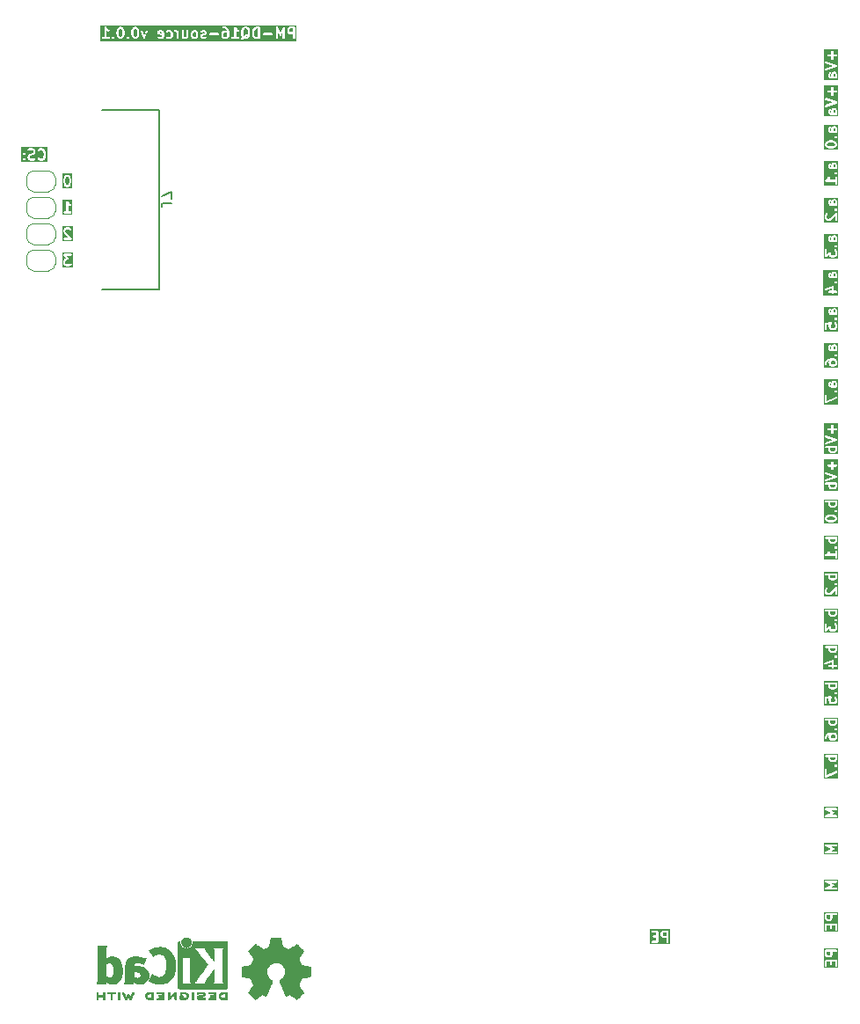
<source format=gbr>
%TF.GenerationSoftware,KiCad,Pcbnew,8.0.7-8.0.7-0~ubuntu24.04.1*%
%TF.CreationDate,2025-01-20T15:28:16+03:00*%
%TF.ProjectId,PM-DQ16-source,504d2d44-5131-4362-9d73-6f757263652e,rev?*%
%TF.SameCoordinates,Original*%
%TF.FileFunction,Legend,Bot*%
%TF.FilePolarity,Positive*%
%FSLAX46Y46*%
G04 Gerber Fmt 4.6, Leading zero omitted, Abs format (unit mm)*
G04 Created by KiCad (PCBNEW 8.0.7-8.0.7-0~ubuntu24.04.1) date 2025-01-20 15:28:16*
%MOMM*%
%LPD*%
G01*
G04 APERTURE LIST*
G04 Aperture macros list*
%AMFreePoly0*
4,1,19,0.500000,-0.750000,0.000000,-0.750000,0.000000,-0.744911,-0.071157,-0.744911,-0.207708,-0.704816,-0.327430,-0.627875,-0.420627,-0.520320,-0.479746,-0.390866,-0.500000,-0.250000,-0.500000,0.250000,-0.479746,0.390866,-0.420627,0.520320,-0.327430,0.627875,-0.207708,0.704816,-0.071157,0.744911,0.000000,0.744911,0.000000,0.750000,0.500000,0.750000,0.500000,-0.750000,0.500000,-0.750000,
$1*%
%AMFreePoly1*
4,1,19,0.000000,0.744911,0.071157,0.744911,0.207708,0.704816,0.327430,0.627875,0.420627,0.520320,0.479746,0.390866,0.500000,0.250000,0.500000,-0.250000,0.479746,-0.390866,0.420627,-0.520320,0.327430,-0.627875,0.207708,-0.704816,0.071157,-0.744911,0.000000,-0.744911,0.000000,-0.750000,-0.500000,-0.750000,-0.500000,0.750000,0.000000,0.750000,0.000000,0.744911,0.000000,0.744911,
$1*%
G04 Aperture macros list end*
%ADD10C,0.200000*%
%ADD11C,0.150000*%
%ADD12C,0.120000*%
%ADD13C,0.152400*%
%ADD14C,0.010000*%
%ADD15C,2.200000*%
%ADD16C,2.650000*%
%ADD17C,2.350000*%
%ADD18C,3.200000*%
%ADD19O,6.350000X6.350000*%
%ADD20FreePoly0,180.000000*%
%ADD21FreePoly1,180.000000*%
%ADD22R,1.803400X0.635000*%
%ADD23R,2.997200X2.590800*%
G04 APERTURE END LIST*
D10*
G36*
X28830064Y38592132D02*
G01*
X28852219Y38547822D01*
X28852219Y38356941D01*
X28842797Y38338096D01*
X28671266Y38338096D01*
X28671266Y38547822D01*
X28693421Y38592132D01*
X28737730Y38614286D01*
X28785754Y38614286D01*
X28830064Y38592132D01*
G37*
G36*
X29163330Y38026985D02*
G01*
X27741893Y38026985D01*
X27741893Y38571429D01*
X28185552Y38571429D01*
X28185552Y38380953D01*
X28187473Y38361444D01*
X28188848Y38358124D01*
X28189103Y38354540D01*
X28196109Y38336232D01*
X28243728Y38240994D01*
X28245781Y38237731D01*
X28246295Y38236192D01*
X28247957Y38234276D01*
X28254171Y38224404D01*
X28263641Y38216191D01*
X28271859Y38206715D01*
X28281732Y38200501D01*
X28283648Y38198839D01*
X28285186Y38198327D01*
X28288450Y38196272D01*
X28383687Y38148653D01*
X28401996Y38141647D01*
X28405579Y38141393D01*
X28408900Y38140017D01*
X28428409Y38138096D01*
X28952219Y38138096D01*
X28971728Y38140017D01*
X29007776Y38154949D01*
X29035366Y38182539D01*
X29050298Y38218587D01*
X29050298Y38257605D01*
X29039360Y38284010D01*
X29041662Y38288612D01*
X29048668Y38306921D01*
X29048922Y38310505D01*
X29050298Y38313825D01*
X29052219Y38333334D01*
X29052219Y38571429D01*
X29050298Y38590938D01*
X29048922Y38594259D01*
X29048668Y38597842D01*
X29041662Y38616151D01*
X28994043Y38711388D01*
X28991989Y38714651D01*
X28991476Y38716191D01*
X28989812Y38718109D01*
X28983600Y38727979D01*
X28974125Y38736196D01*
X28965911Y38745667D01*
X28956039Y38751881D01*
X28954123Y38753543D01*
X28952584Y38754057D01*
X28949321Y38756110D01*
X28854082Y38803729D01*
X28835773Y38810735D01*
X28832190Y38810990D01*
X28828870Y38812365D01*
X28809361Y38814286D01*
X28714123Y38814286D01*
X28694614Y38812365D01*
X28691293Y38810990D01*
X28687710Y38810735D01*
X28669401Y38803729D01*
X28574164Y38756110D01*
X28570900Y38754056D01*
X28569362Y38753543D01*
X28567446Y38751882D01*
X28557573Y38745667D01*
X28549355Y38736192D01*
X28539885Y38727978D01*
X28533671Y38718107D01*
X28532009Y38716190D01*
X28531495Y38714652D01*
X28529442Y38711388D01*
X28481823Y38616150D01*
X28474817Y38597842D01*
X28474562Y38594259D01*
X28473187Y38590938D01*
X28471266Y38571429D01*
X28471266Y38356941D01*
X28461844Y38338096D01*
X28452016Y38338096D01*
X28407707Y38360251D01*
X28385552Y38404561D01*
X28385552Y38547822D01*
X28422614Y38621945D01*
X28429620Y38640254D01*
X28432386Y38679174D01*
X28420047Y38716190D01*
X28394482Y38745667D01*
X28359584Y38763116D01*
X28320664Y38765881D01*
X28283648Y38753543D01*
X28254171Y38727978D01*
X28243728Y38711388D01*
X28196109Y38616150D01*
X28189103Y38597842D01*
X28188848Y38594259D01*
X28187473Y38590938D01*
X28185552Y38571429D01*
X27741893Y38571429D01*
X27741893Y39679174D01*
X27853004Y39679174D01*
X27855770Y39640254D01*
X27873220Y39605355D01*
X27902696Y39579790D01*
X27920596Y39571799D01*
X28635991Y39333334D01*
X27920596Y39094869D01*
X27902696Y39086878D01*
X27873220Y39061313D01*
X27855770Y39026414D01*
X27853004Y38987494D01*
X27865342Y38950478D01*
X27890907Y38921002D01*
X27925806Y38903552D01*
X27964726Y38900786D01*
X27983842Y38905133D01*
X28983841Y39238466D01*
X29001742Y39246457D01*
X29007143Y39251142D01*
X29013530Y39254335D01*
X29021742Y39263804D01*
X29031218Y39272022D01*
X29034413Y39278414D01*
X29039095Y39283811D01*
X29043061Y39295709D01*
X29048667Y39306921D01*
X29049173Y39314046D01*
X29051434Y39320827D01*
X29050544Y39333334D01*
X29051434Y39345841D01*
X29049173Y39352623D01*
X29048667Y39359747D01*
X29043061Y39370960D01*
X29039095Y39382857D01*
X29034413Y39388255D01*
X29031218Y39394646D01*
X29021742Y39402865D01*
X29013530Y39412333D01*
X29007143Y39415527D01*
X29001742Y39420211D01*
X28983841Y39428202D01*
X27983842Y39761535D01*
X27964726Y39765882D01*
X27925806Y39763116D01*
X27890907Y39745666D01*
X27865342Y39716190D01*
X27853004Y39679174D01*
X27741893Y39679174D01*
X27741893Y40400462D01*
X28092235Y40400462D01*
X28092235Y40361444D01*
X28107167Y40325396D01*
X28134757Y40297806D01*
X28170805Y40282874D01*
X28190314Y40280953D01*
X28471266Y40280953D01*
X28471266Y40000000D01*
X28473187Y39980491D01*
X28488119Y39944443D01*
X28515709Y39916853D01*
X28551757Y39901921D01*
X28590775Y39901921D01*
X28626823Y39916853D01*
X28654413Y39944443D01*
X28669345Y39980491D01*
X28671266Y40000000D01*
X28671266Y40280953D01*
X28952219Y40280953D01*
X28971728Y40282874D01*
X29007776Y40297806D01*
X29035366Y40325396D01*
X29050298Y40361444D01*
X29050298Y40400462D01*
X29035366Y40436510D01*
X29007776Y40464100D01*
X28971728Y40479032D01*
X28952219Y40480953D01*
X28671266Y40480953D01*
X28671266Y40761905D01*
X28669345Y40781414D01*
X28654413Y40817462D01*
X28626823Y40845052D01*
X28590775Y40859984D01*
X28551757Y40859984D01*
X28515709Y40845052D01*
X28488119Y40817462D01*
X28473187Y40781414D01*
X28471266Y40761905D01*
X28471266Y40480953D01*
X28190314Y40480953D01*
X28170805Y40479032D01*
X28134757Y40464100D01*
X28107167Y40436510D01*
X28092235Y40400462D01*
X27741893Y40400462D01*
X27741893Y40971095D01*
X29163330Y40971095D01*
X29163330Y38026985D01*
G37*
G36*
X28797746Y14465432D02*
G01*
X28822414Y14440765D01*
X28852219Y14381155D01*
X28852219Y14237893D01*
X28822414Y14178284D01*
X28797746Y14153617D01*
X28738135Y14123810D01*
X28547254Y14123810D01*
X28487644Y14153615D01*
X28462976Y14178284D01*
X28433171Y14237894D01*
X28433171Y14381155D01*
X28462976Y14440765D01*
X28487644Y14465434D01*
X28547254Y14495238D01*
X28738135Y14495238D01*
X28797746Y14465432D01*
G37*
G36*
X28830064Y15854036D02*
G01*
X28852219Y15809726D01*
X28852219Y15618845D01*
X28842797Y15600000D01*
X28671266Y15600000D01*
X28671266Y15809726D01*
X28693421Y15854036D01*
X28737730Y15876190D01*
X28785754Y15876190D01*
X28830064Y15854036D01*
G37*
G36*
X29163330Y13812699D02*
G01*
X27741108Y13812699D01*
X27741108Y14309524D01*
X27852219Y14309524D01*
X27852219Y14119048D01*
X27854140Y14099539D01*
X27869072Y14063491D01*
X27896662Y14035901D01*
X27932710Y14020969D01*
X27971728Y14020969D01*
X28007776Y14035901D01*
X28035366Y14063491D01*
X28050298Y14099539D01*
X28052219Y14119048D01*
X28052219Y14285917D01*
X28082024Y14345527D01*
X28111165Y14374669D01*
X28231372Y14454807D01*
X28248534Y14459097D01*
X28243728Y14449483D01*
X28236722Y14431175D01*
X28236467Y14427592D01*
X28235092Y14424271D01*
X28233171Y14404762D01*
X28233171Y14214286D01*
X28235092Y14194777D01*
X28236467Y14191457D01*
X28236722Y14187873D01*
X28243728Y14169565D01*
X28291347Y14074327D01*
X28296632Y14065931D01*
X28297643Y14063491D01*
X28299896Y14060745D01*
X28301790Y14057737D01*
X28303784Y14056008D01*
X28310079Y14048337D01*
X28357698Y14000719D01*
X28365364Y13994427D01*
X28367097Y13992429D01*
X28370105Y13990536D01*
X28372851Y13988282D01*
X28375291Y13987272D01*
X28383688Y13981986D01*
X28478925Y13934367D01*
X28497234Y13927361D01*
X28500817Y13927107D01*
X28504138Y13925731D01*
X28523647Y13923810D01*
X28761742Y13923810D01*
X28781251Y13925731D01*
X28784571Y13927107D01*
X28788155Y13927361D01*
X28806463Y13934367D01*
X28901701Y13981986D01*
X28910093Y13987270D01*
X28912537Y13988281D01*
X28915286Y13990538D01*
X28918291Y13992429D01*
X28920020Y13994424D01*
X28927690Y14000718D01*
X28975310Y14048336D01*
X28981603Y14056005D01*
X28983600Y14057736D01*
X28985493Y14060745D01*
X28987747Y14063490D01*
X28988757Y14065931D01*
X28994043Y14074327D01*
X29041662Y14169564D01*
X29048668Y14187873D01*
X29048922Y14191457D01*
X29050298Y14194777D01*
X29052219Y14214286D01*
X29052219Y14404762D01*
X29050298Y14424271D01*
X29048922Y14427592D01*
X29048668Y14431175D01*
X29041662Y14449484D01*
X28994043Y14544721D01*
X28988757Y14553118D01*
X28987747Y14555558D01*
X28985493Y14558304D01*
X28983600Y14561312D01*
X28981603Y14563044D01*
X28975310Y14570712D01*
X28927690Y14618330D01*
X28920020Y14624625D01*
X28918291Y14626619D01*
X28915286Y14628511D01*
X28912537Y14630767D01*
X28910093Y14631779D01*
X28901701Y14637062D01*
X28806463Y14684681D01*
X28788155Y14691687D01*
X28784571Y14691942D01*
X28781251Y14693317D01*
X28761742Y14695238D01*
X28380790Y14695238D01*
X28377387Y14694903D01*
X28375929Y14695120D01*
X28368631Y14694041D01*
X28361281Y14693317D01*
X28359917Y14692753D01*
X28356536Y14692252D01*
X28166060Y14644633D01*
X28154565Y14640527D01*
X28152142Y14640047D01*
X28149945Y14638877D01*
X28147600Y14638038D01*
X28145613Y14636567D01*
X28134844Y14630824D01*
X27991987Y14535586D01*
X27991933Y14535543D01*
X27991899Y14535528D01*
X27984413Y14529384D01*
X27976820Y14523166D01*
X27976798Y14523135D01*
X27976746Y14523091D01*
X27929127Y14475473D01*
X27922832Y14467803D01*
X27920838Y14466073D01*
X27918944Y14463066D01*
X27916691Y14460319D01*
X27915680Y14457880D01*
X27910395Y14449483D01*
X27862776Y14354245D01*
X27855770Y14335937D01*
X27855515Y14332354D01*
X27854140Y14329033D01*
X27852219Y14309524D01*
X27741108Y14309524D01*
X27741108Y15043318D01*
X28758901Y15043318D01*
X28758901Y15004300D01*
X28760385Y15000717D01*
X28773832Y14968252D01*
X28773833Y14968251D01*
X28786270Y14953098D01*
X28833890Y14905479D01*
X28849043Y14893042D01*
X28874533Y14882485D01*
X28885091Y14878111D01*
X28885092Y14878111D01*
X28924109Y14878111D01*
X28945226Y14886859D01*
X28960158Y14893043D01*
X28960162Y14893048D01*
X28975311Y14905479D01*
X29022929Y14953098D01*
X29035366Y14968251D01*
X29046735Y14995699D01*
X29050298Y15004300D01*
X29050298Y15043318D01*
X29035366Y15079366D01*
X29035366Y15079367D01*
X29022929Y15094520D01*
X28975311Y15142139D01*
X28960162Y15154571D01*
X28960158Y15154575D01*
X28945226Y15160760D01*
X28924109Y15169507D01*
X28885091Y15169507D01*
X28874533Y15165134D01*
X28849043Y15154576D01*
X28833890Y15142139D01*
X28786270Y15094520D01*
X28773833Y15079367D01*
X28773832Y15079366D01*
X28763274Y15053876D01*
X28758901Y15043318D01*
X27741108Y15043318D01*
X27741108Y15833333D01*
X28185552Y15833333D01*
X28185552Y15642857D01*
X28187473Y15623348D01*
X28188848Y15620028D01*
X28189103Y15616444D01*
X28196109Y15598136D01*
X28243728Y15502898D01*
X28245781Y15499635D01*
X28246295Y15498096D01*
X28247957Y15496180D01*
X28254171Y15486308D01*
X28263641Y15478095D01*
X28271859Y15468619D01*
X28281732Y15462405D01*
X28283648Y15460743D01*
X28285186Y15460231D01*
X28288450Y15458176D01*
X28383687Y15410557D01*
X28401996Y15403551D01*
X28405579Y15403297D01*
X28408900Y15401921D01*
X28428409Y15400000D01*
X28952219Y15400000D01*
X28971728Y15401921D01*
X29007776Y15416853D01*
X29035366Y15444443D01*
X29050298Y15480491D01*
X29050298Y15519509D01*
X29039360Y15545914D01*
X29041662Y15550516D01*
X29048668Y15568825D01*
X29048922Y15572409D01*
X29050298Y15575729D01*
X29052219Y15595238D01*
X29052219Y15833333D01*
X29050298Y15852842D01*
X29048922Y15856163D01*
X29048668Y15859746D01*
X29041662Y15878055D01*
X28994043Y15973292D01*
X28991989Y15976555D01*
X28991476Y15978095D01*
X28989812Y15980013D01*
X28983600Y15989883D01*
X28974125Y15998100D01*
X28965911Y16007571D01*
X28956039Y16013785D01*
X28954123Y16015447D01*
X28952584Y16015961D01*
X28949321Y16018014D01*
X28854082Y16065633D01*
X28835773Y16072639D01*
X28832190Y16072894D01*
X28828870Y16074269D01*
X28809361Y16076190D01*
X28714123Y16076190D01*
X28694614Y16074269D01*
X28691293Y16072894D01*
X28687710Y16072639D01*
X28669401Y16065633D01*
X28574164Y16018014D01*
X28570900Y16015960D01*
X28569362Y16015447D01*
X28567446Y16013786D01*
X28557573Y16007571D01*
X28549355Y15998096D01*
X28539885Y15989882D01*
X28533671Y15980011D01*
X28532009Y15978094D01*
X28531495Y15976556D01*
X28529442Y15973292D01*
X28481823Y15878054D01*
X28474817Y15859746D01*
X28474562Y15856163D01*
X28473187Y15852842D01*
X28471266Y15833333D01*
X28471266Y15618845D01*
X28461844Y15600000D01*
X28452016Y15600000D01*
X28407707Y15622155D01*
X28385552Y15666465D01*
X28385552Y15809726D01*
X28422614Y15883849D01*
X28429620Y15902158D01*
X28432386Y15941078D01*
X28420047Y15978094D01*
X28394482Y16007571D01*
X28359584Y16025020D01*
X28320664Y16027785D01*
X28283648Y16015447D01*
X28254171Y15989882D01*
X28243728Y15973292D01*
X28196109Y15878054D01*
X28189103Y15859746D01*
X28188848Y15856163D01*
X28187473Y15852842D01*
X28185552Y15833333D01*
X27741108Y15833333D01*
X27741108Y16187301D01*
X29163330Y16187301D01*
X29163330Y13812699D01*
G37*
G36*
X28830064Y22854036D02*
G01*
X28852219Y22809726D01*
X28852219Y22618845D01*
X28842797Y22600000D01*
X28671266Y22600000D01*
X28671266Y22809726D01*
X28693421Y22854036D01*
X28737730Y22876190D01*
X28785754Y22876190D01*
X28830064Y22854036D01*
G37*
G36*
X29163330Y20767001D02*
G01*
X27694274Y20767001D01*
X27694274Y21344636D01*
X27805385Y21344636D01*
X27817723Y21307620D01*
X27843288Y21278144D01*
X27878187Y21260694D01*
X27917107Y21257928D01*
X27936223Y21262275D01*
X28518885Y21456496D01*
X28518885Y21219048D01*
X28285552Y21219048D01*
X28266043Y21217127D01*
X28229995Y21202195D01*
X28202405Y21174605D01*
X28187473Y21138557D01*
X28187473Y21099539D01*
X28202405Y21063491D01*
X28229995Y21035901D01*
X28266043Y21020969D01*
X28285552Y21019048D01*
X28518885Y21019048D01*
X28518885Y20976191D01*
X28520806Y20956682D01*
X28535738Y20920634D01*
X28563328Y20893044D01*
X28599376Y20878112D01*
X28638394Y20878112D01*
X28674442Y20893044D01*
X28702032Y20920634D01*
X28716964Y20956682D01*
X28718885Y20976191D01*
X28718885Y21019048D01*
X28952219Y21019048D01*
X28971728Y21020969D01*
X29007776Y21035901D01*
X29035366Y21063491D01*
X29050298Y21099539D01*
X29050298Y21138557D01*
X29035366Y21174605D01*
X29007776Y21202195D01*
X28971728Y21217127D01*
X28952219Y21219048D01*
X28718885Y21219048D01*
X28718885Y21595238D01*
X28717912Y21605112D01*
X28718100Y21607745D01*
X28717466Y21609647D01*
X28716964Y21614747D01*
X28710828Y21629560D01*
X28705761Y21644761D01*
X28703407Y21647475D01*
X28702032Y21650795D01*
X28690693Y21662134D01*
X28680196Y21674237D01*
X28676983Y21675844D01*
X28674442Y21678385D01*
X28659627Y21684522D01*
X28645297Y21691687D01*
X28641714Y21691942D01*
X28638394Y21693317D01*
X28622361Y21693317D01*
X28606377Y21694453D01*
X28601382Y21693317D01*
X28599376Y21693317D01*
X28596934Y21692306D01*
X28587262Y21690106D01*
X27872977Y21452011D01*
X27855077Y21444020D01*
X27825601Y21418455D01*
X27808151Y21383556D01*
X27805385Y21344636D01*
X27694274Y21344636D01*
X27694274Y22043318D01*
X28758901Y22043318D01*
X28758901Y22004300D01*
X28760385Y22000717D01*
X28773832Y21968252D01*
X28773833Y21968251D01*
X28786270Y21953098D01*
X28833890Y21905479D01*
X28849043Y21893042D01*
X28874533Y21882485D01*
X28885091Y21878111D01*
X28885092Y21878111D01*
X28924109Y21878111D01*
X28945226Y21886859D01*
X28960158Y21893043D01*
X28960162Y21893048D01*
X28975311Y21905479D01*
X29022929Y21953098D01*
X29035366Y21968251D01*
X29046735Y21995699D01*
X29050298Y22004300D01*
X29050298Y22043318D01*
X29035366Y22079366D01*
X29035366Y22079367D01*
X29022929Y22094520D01*
X28975311Y22142139D01*
X28960162Y22154571D01*
X28960158Y22154575D01*
X28945226Y22160760D01*
X28924109Y22169507D01*
X28885091Y22169507D01*
X28874533Y22165134D01*
X28849043Y22154576D01*
X28833890Y22142139D01*
X28786270Y22094520D01*
X28773833Y22079367D01*
X28773832Y22079366D01*
X28763274Y22053876D01*
X28758901Y22043318D01*
X27694274Y22043318D01*
X27694274Y22833333D01*
X28185552Y22833333D01*
X28185552Y22642857D01*
X28187473Y22623348D01*
X28188848Y22620028D01*
X28189103Y22616444D01*
X28196109Y22598136D01*
X28243728Y22502898D01*
X28245781Y22499635D01*
X28246295Y22498096D01*
X28247957Y22496180D01*
X28254171Y22486308D01*
X28263641Y22478095D01*
X28271859Y22468619D01*
X28281732Y22462405D01*
X28283648Y22460743D01*
X28285186Y22460231D01*
X28288450Y22458176D01*
X28383687Y22410557D01*
X28401996Y22403551D01*
X28405579Y22403297D01*
X28408900Y22401921D01*
X28428409Y22400000D01*
X28952219Y22400000D01*
X28971728Y22401921D01*
X29007776Y22416853D01*
X29035366Y22444443D01*
X29050298Y22480491D01*
X29050298Y22519509D01*
X29039360Y22545914D01*
X29041662Y22550516D01*
X29048668Y22568825D01*
X29048922Y22572409D01*
X29050298Y22575729D01*
X29052219Y22595238D01*
X29052219Y22833333D01*
X29050298Y22852842D01*
X29048922Y22856163D01*
X29048668Y22859746D01*
X29041662Y22878055D01*
X28994043Y22973292D01*
X28991989Y22976555D01*
X28991476Y22978095D01*
X28989812Y22980013D01*
X28983600Y22989883D01*
X28974125Y22998100D01*
X28965911Y23007571D01*
X28956039Y23013785D01*
X28954123Y23015447D01*
X28952584Y23015961D01*
X28949321Y23018014D01*
X28854082Y23065633D01*
X28835773Y23072639D01*
X28832190Y23072894D01*
X28828870Y23074269D01*
X28809361Y23076190D01*
X28714123Y23076190D01*
X28694614Y23074269D01*
X28691293Y23072894D01*
X28687710Y23072639D01*
X28669401Y23065633D01*
X28574164Y23018014D01*
X28570900Y23015960D01*
X28569362Y23015447D01*
X28567446Y23013786D01*
X28557573Y23007571D01*
X28549355Y22998096D01*
X28539885Y22989882D01*
X28533671Y22980011D01*
X28532009Y22978094D01*
X28531495Y22976556D01*
X28529442Y22973292D01*
X28481823Y22878054D01*
X28474817Y22859746D01*
X28474562Y22856163D01*
X28473187Y22852842D01*
X28471266Y22833333D01*
X28471266Y22618845D01*
X28461844Y22600000D01*
X28452016Y22600000D01*
X28407707Y22622155D01*
X28385552Y22666465D01*
X28385552Y22809726D01*
X28422614Y22883849D01*
X28429620Y22902158D01*
X28432386Y22941078D01*
X28420047Y22978094D01*
X28394482Y23007571D01*
X28359584Y23025020D01*
X28320664Y23027785D01*
X28283648Y23015447D01*
X28254171Y22989882D01*
X28243728Y22973292D01*
X28196109Y22878054D01*
X28189103Y22859746D01*
X28188848Y22856163D01*
X28187473Y22852842D01*
X28185552Y22833333D01*
X27694274Y22833333D01*
X27694274Y23187301D01*
X29163330Y23187301D01*
X29163330Y20767001D01*
G37*
G36*
X-44542478Y26006670D02*
G01*
X-45581826Y26006670D01*
X-45581826Y27027305D01*
X-45470715Y27027305D01*
X-45470715Y26932067D01*
X-45469743Y26922194D01*
X-45469930Y26919560D01*
X-45469143Y26916097D01*
X-45468794Y26912558D01*
X-45467783Y26910116D01*
X-45465583Y26900444D01*
X-45417964Y26757588D01*
X-45409973Y26739687D01*
X-45407618Y26736972D01*
X-45406243Y26733653D01*
X-45393807Y26718499D01*
X-44993090Y26317781D01*
X-45370715Y26317781D01*
X-45390224Y26315860D01*
X-45426272Y26300928D01*
X-45453862Y26273338D01*
X-45468794Y26237290D01*
X-45468794Y26198272D01*
X-45453862Y26162224D01*
X-45426272Y26134634D01*
X-45390224Y26119702D01*
X-45370715Y26117781D01*
X-44751668Y26117781D01*
X-44732159Y26119702D01*
X-44696111Y26134634D01*
X-44668521Y26162224D01*
X-44653589Y26198272D01*
X-44653589Y26237290D01*
X-44668521Y26273338D01*
X-44680957Y26288492D01*
X-45235694Y26843230D01*
X-45270715Y26948294D01*
X-45270715Y27003698D01*
X-45240910Y27063308D01*
X-45216242Y27087977D01*
X-45156632Y27117781D01*
X-44965751Y27117781D01*
X-44906142Y27087976D01*
X-44869998Y27051833D01*
X-44854845Y27039396D01*
X-44818796Y27024465D01*
X-44779778Y27024465D01*
X-44743730Y27039396D01*
X-44716140Y27066986D01*
X-44701209Y27103034D01*
X-44701209Y27142052D01*
X-44716140Y27178101D01*
X-44728577Y27193254D01*
X-44776195Y27240873D01*
X-44783866Y27247168D01*
X-44785595Y27249162D01*
X-44788603Y27251056D01*
X-44791349Y27253309D01*
X-44793789Y27254320D01*
X-44802185Y27259605D01*
X-44897423Y27307224D01*
X-44915731Y27314230D01*
X-44919315Y27314485D01*
X-44922635Y27315860D01*
X-44942144Y27317781D01*
X-45180239Y27317781D01*
X-45199748Y27315860D01*
X-45203069Y27314485D01*
X-45206652Y27314230D01*
X-45224961Y27307224D01*
X-45320198Y27259605D01*
X-45328595Y27254320D01*
X-45331035Y27253309D01*
X-45333781Y27251056D01*
X-45336789Y27249162D01*
X-45338522Y27247165D01*
X-45346188Y27240872D01*
X-45393807Y27193254D01*
X-45400102Y27185584D01*
X-45402096Y27183854D01*
X-45403990Y27180847D01*
X-45406243Y27178100D01*
X-45407254Y27175661D01*
X-45412539Y27167264D01*
X-45460158Y27072026D01*
X-45467164Y27053718D01*
X-45467419Y27050135D01*
X-45468794Y27046814D01*
X-45470715Y27027305D01*
X-45581826Y27027305D01*
X-45581826Y27428892D01*
X-44542478Y27428892D01*
X-44542478Y26006670D01*
G37*
G36*
X28726837Y35453268D02*
G01*
X28797746Y35417813D01*
X28822414Y35393146D01*
X28852219Y35333536D01*
X28852219Y35285512D01*
X28822414Y35225903D01*
X28797746Y35201236D01*
X28726837Y35165781D01*
X28558956Y35123810D01*
X28345480Y35123810D01*
X28177599Y35165781D01*
X28106692Y35201234D01*
X28082024Y35225903D01*
X28052219Y35285513D01*
X28052219Y35333536D01*
X28082024Y35393146D01*
X28106692Y35417815D01*
X28177599Y35453268D01*
X28345480Y35495238D01*
X28558956Y35495238D01*
X28726837Y35453268D01*
G37*
G36*
X28830064Y36854036D02*
G01*
X28852219Y36809726D01*
X28852219Y36618845D01*
X28842797Y36600000D01*
X28671266Y36600000D01*
X28671266Y36809726D01*
X28693421Y36854036D01*
X28737730Y36876190D01*
X28785754Y36876190D01*
X28830064Y36854036D01*
G37*
G36*
X29163330Y34812699D02*
G01*
X27741108Y34812699D01*
X27741108Y35357143D01*
X27852219Y35357143D01*
X27852219Y35261905D01*
X27854140Y35242396D01*
X27855515Y35239076D01*
X27855770Y35235492D01*
X27862776Y35217184D01*
X27910395Y35121946D01*
X27915680Y35113550D01*
X27916691Y35111110D01*
X27918944Y35108364D01*
X27920838Y35105356D01*
X27922832Y35103627D01*
X27929127Y35095956D01*
X27976746Y35048338D01*
X27984412Y35042046D01*
X27986145Y35040048D01*
X27989153Y35038155D01*
X27991899Y35035901D01*
X27994339Y35034891D01*
X28002736Y35029605D01*
X28097973Y34981986D01*
X28099401Y34981440D01*
X28099981Y34981010D01*
X28108157Y34978089D01*
X28116282Y34974980D01*
X28117002Y34974929D01*
X28118441Y34974415D01*
X28308917Y34926796D01*
X28312298Y34926296D01*
X28313662Y34925731D01*
X28321012Y34925008D01*
X28328310Y34923928D01*
X28329768Y34924146D01*
X28333171Y34923810D01*
X28571266Y34923810D01*
X28574668Y34924146D01*
X28576127Y34923928D01*
X28583424Y34925008D01*
X28590775Y34925731D01*
X28592138Y34926296D01*
X28595520Y34926796D01*
X28785995Y34974415D01*
X28787432Y34974929D01*
X28788155Y34974980D01*
X28796279Y34978089D01*
X28804456Y34981010D01*
X28805036Y34981441D01*
X28806463Y34981986D01*
X28901701Y35029605D01*
X28910093Y35034889D01*
X28912537Y35035900D01*
X28915286Y35038157D01*
X28918291Y35040048D01*
X28920020Y35042043D01*
X28927690Y35048337D01*
X28975310Y35095955D01*
X28981603Y35103624D01*
X28983600Y35105355D01*
X28985493Y35108364D01*
X28987747Y35111109D01*
X28988757Y35113550D01*
X28994043Y35121946D01*
X29041662Y35217183D01*
X29048668Y35235492D01*
X29048922Y35239076D01*
X29050298Y35242396D01*
X29052219Y35261905D01*
X29052219Y35357143D01*
X29050298Y35376652D01*
X29048922Y35379973D01*
X29048668Y35383556D01*
X29041662Y35401865D01*
X28994043Y35497102D01*
X28988757Y35505499D01*
X28987747Y35507939D01*
X28985493Y35510685D01*
X28983600Y35513693D01*
X28981603Y35515425D01*
X28975310Y35523093D01*
X28927690Y35570711D01*
X28920020Y35577006D01*
X28918291Y35579000D01*
X28915286Y35580892D01*
X28912537Y35583148D01*
X28910093Y35584160D01*
X28901701Y35589443D01*
X28806463Y35637062D01*
X28805036Y35637608D01*
X28804456Y35638038D01*
X28796279Y35640960D01*
X28788155Y35644068D01*
X28787432Y35644120D01*
X28785995Y35644633D01*
X28595520Y35692252D01*
X28592138Y35692753D01*
X28590775Y35693317D01*
X28583424Y35694041D01*
X28576127Y35695120D01*
X28574668Y35694903D01*
X28571266Y35695238D01*
X28333171Y35695238D01*
X28329768Y35694903D01*
X28328310Y35695120D01*
X28321012Y35694041D01*
X28313662Y35693317D01*
X28312298Y35692753D01*
X28308917Y35692252D01*
X28118441Y35644633D01*
X28117002Y35644120D01*
X28116282Y35644068D01*
X28108157Y35640960D01*
X28099981Y35638038D01*
X28099401Y35637609D01*
X28097973Y35637062D01*
X28002736Y35589443D01*
X27994339Y35584158D01*
X27991899Y35583147D01*
X27989153Y35580894D01*
X27986145Y35579000D01*
X27984412Y35577003D01*
X27976746Y35570710D01*
X27929127Y35523092D01*
X27922832Y35515422D01*
X27920838Y35513692D01*
X27918944Y35510685D01*
X27916691Y35507938D01*
X27915680Y35505499D01*
X27910395Y35497102D01*
X27862776Y35401864D01*
X27855770Y35383556D01*
X27855515Y35379973D01*
X27854140Y35376652D01*
X27852219Y35357143D01*
X27741108Y35357143D01*
X27741108Y36043318D01*
X28758901Y36043318D01*
X28758901Y36004300D01*
X28760385Y36000717D01*
X28773832Y35968252D01*
X28773833Y35968251D01*
X28786270Y35953098D01*
X28833890Y35905479D01*
X28849043Y35893042D01*
X28874533Y35882485D01*
X28885091Y35878111D01*
X28885092Y35878111D01*
X28924109Y35878111D01*
X28945226Y35886859D01*
X28960158Y35893043D01*
X28960162Y35893048D01*
X28975311Y35905479D01*
X29022929Y35953098D01*
X29035366Y35968251D01*
X29046735Y35995699D01*
X29050298Y36004300D01*
X29050298Y36043318D01*
X29035366Y36079366D01*
X29035366Y36079367D01*
X29022929Y36094520D01*
X28975311Y36142139D01*
X28960162Y36154571D01*
X28960158Y36154575D01*
X28945226Y36160760D01*
X28924109Y36169507D01*
X28885091Y36169507D01*
X28874533Y36165134D01*
X28849043Y36154576D01*
X28833890Y36142139D01*
X28786270Y36094520D01*
X28773833Y36079367D01*
X28773832Y36079366D01*
X28763274Y36053876D01*
X28758901Y36043318D01*
X27741108Y36043318D01*
X27741108Y36833333D01*
X28185552Y36833333D01*
X28185552Y36642857D01*
X28187473Y36623348D01*
X28188848Y36620028D01*
X28189103Y36616444D01*
X28196109Y36598136D01*
X28243728Y36502898D01*
X28245781Y36499635D01*
X28246295Y36498096D01*
X28247957Y36496180D01*
X28254171Y36486308D01*
X28263641Y36478095D01*
X28271859Y36468619D01*
X28281732Y36462405D01*
X28283648Y36460743D01*
X28285186Y36460231D01*
X28288450Y36458176D01*
X28383687Y36410557D01*
X28401996Y36403551D01*
X28405579Y36403297D01*
X28408900Y36401921D01*
X28428409Y36400000D01*
X28952219Y36400000D01*
X28971728Y36401921D01*
X29007776Y36416853D01*
X29035366Y36444443D01*
X29050298Y36480491D01*
X29050298Y36519509D01*
X29039360Y36545914D01*
X29041662Y36550516D01*
X29048668Y36568825D01*
X29048922Y36572409D01*
X29050298Y36575729D01*
X29052219Y36595238D01*
X29052219Y36833333D01*
X29050298Y36852842D01*
X29048922Y36856163D01*
X29048668Y36859746D01*
X29041662Y36878055D01*
X28994043Y36973292D01*
X28991989Y36976555D01*
X28991476Y36978095D01*
X28989812Y36980013D01*
X28983600Y36989883D01*
X28974125Y36998100D01*
X28965911Y37007571D01*
X28956039Y37013785D01*
X28954123Y37015447D01*
X28952584Y37015961D01*
X28949321Y37018014D01*
X28854082Y37065633D01*
X28835773Y37072639D01*
X28832190Y37072894D01*
X28828870Y37074269D01*
X28809361Y37076190D01*
X28714123Y37076190D01*
X28694614Y37074269D01*
X28691293Y37072894D01*
X28687710Y37072639D01*
X28669401Y37065633D01*
X28574164Y37018014D01*
X28570900Y37015960D01*
X28569362Y37015447D01*
X28567446Y37013786D01*
X28557573Y37007571D01*
X28549355Y36998096D01*
X28539885Y36989882D01*
X28533671Y36980011D01*
X28532009Y36978094D01*
X28531495Y36976556D01*
X28529442Y36973292D01*
X28481823Y36878054D01*
X28474817Y36859746D01*
X28474562Y36856163D01*
X28473187Y36852842D01*
X28471266Y36833333D01*
X28471266Y36618845D01*
X28461844Y36600000D01*
X28452016Y36600000D01*
X28407707Y36622155D01*
X28385552Y36666465D01*
X28385552Y36809726D01*
X28422614Y36883849D01*
X28429620Y36902158D01*
X28432386Y36941078D01*
X28420047Y36978094D01*
X28394482Y37007571D01*
X28359584Y37025020D01*
X28320664Y37027785D01*
X28283648Y37015447D01*
X28254171Y36989882D01*
X28243728Y36973292D01*
X28196109Y36878054D01*
X28189103Y36859746D01*
X28188848Y36856163D01*
X28187473Y36852842D01*
X28185552Y36833333D01*
X27741108Y36833333D01*
X27741108Y37187301D01*
X29163330Y37187301D01*
X29163330Y34812699D01*
G37*
G36*
X28852219Y-2690274D02*
G01*
X28852219Y-2833536D01*
X28822414Y-2893145D01*
X28797746Y-2917812D01*
X28738135Y-2947619D01*
X28499635Y-2947619D01*
X28440025Y-2917814D01*
X28415357Y-2893145D01*
X28385552Y-2833535D01*
X28385552Y-2690274D01*
X28394975Y-2671429D01*
X28842796Y-2671429D01*
X28852219Y-2690274D01*
G37*
G36*
X29163330Y-4685380D02*
G01*
X27741108Y-4685380D01*
X27741108Y-4190371D01*
X27852219Y-4190371D01*
X27854140Y-4200081D01*
X27854140Y-4209985D01*
X27857889Y-4219037D01*
X27859791Y-4228648D01*
X27865283Y-4236886D01*
X27869072Y-4246033D01*
X27875998Y-4252959D01*
X27881434Y-4261113D01*
X27889662Y-4266623D01*
X27896662Y-4273623D01*
X27905713Y-4277372D01*
X27913854Y-4282824D01*
X27923561Y-4284765D01*
X27932710Y-4288555D01*
X27952012Y-4290455D01*
X27952114Y-4290476D01*
X27952148Y-4290469D01*
X27952219Y-4290476D01*
X28852219Y-4290476D01*
X28852219Y-4476190D01*
X28854140Y-4495699D01*
X28869072Y-4531747D01*
X28896662Y-4559337D01*
X28932710Y-4574269D01*
X28971728Y-4574269D01*
X29007776Y-4559337D01*
X29035366Y-4531747D01*
X29050298Y-4495699D01*
X29052219Y-4476190D01*
X29052219Y-3904762D01*
X29050298Y-3885253D01*
X29035366Y-3849205D01*
X29007776Y-3821615D01*
X28971728Y-3806683D01*
X28932710Y-3806683D01*
X28896662Y-3821615D01*
X28869072Y-3849205D01*
X28854140Y-3885253D01*
X28852219Y-3904762D01*
X28852219Y-4090476D01*
X28241260Y-4090476D01*
X28261025Y-4070711D01*
X28267316Y-4063044D01*
X28269314Y-4061312D01*
X28271209Y-4058300D01*
X28273461Y-4055557D01*
X28274470Y-4053119D01*
X28279757Y-4044721D01*
X28327376Y-3949484D01*
X28334382Y-3931175D01*
X28337148Y-3892255D01*
X28324809Y-3855239D01*
X28299244Y-3825762D01*
X28264346Y-3808313D01*
X28225426Y-3805548D01*
X28188410Y-3817886D01*
X28158933Y-3843451D01*
X28148490Y-3860041D01*
X28108129Y-3940763D01*
X28031365Y-4017527D01*
X27896749Y-4107271D01*
X27896694Y-4107315D01*
X27896662Y-4107329D01*
X27896588Y-4107402D01*
X27881582Y-4119691D01*
X27876071Y-4127919D01*
X27869072Y-4134919D01*
X27865322Y-4143970D01*
X27859871Y-4152111D01*
X27857929Y-4161818D01*
X27854140Y-4170967D01*
X27854140Y-4180766D01*
X27852219Y-4190371D01*
X27741108Y-4190371D01*
X27741108Y-3456682D01*
X28758901Y-3456682D01*
X28758901Y-3495700D01*
X28760385Y-3499283D01*
X28773832Y-3531748D01*
X28773833Y-3531749D01*
X28786270Y-3546902D01*
X28833890Y-3594521D01*
X28849043Y-3606958D01*
X28874533Y-3617515D01*
X28885091Y-3621889D01*
X28885092Y-3621889D01*
X28924109Y-3621889D01*
X28945226Y-3613141D01*
X28960158Y-3606957D01*
X28960162Y-3606952D01*
X28975311Y-3594521D01*
X29022929Y-3546902D01*
X29035366Y-3531749D01*
X29046735Y-3504301D01*
X29050298Y-3495700D01*
X29050298Y-3456682D01*
X29035366Y-3420634D01*
X29035366Y-3420633D01*
X29022929Y-3405480D01*
X28975311Y-3357861D01*
X28960162Y-3345429D01*
X28960158Y-3345425D01*
X28945226Y-3339240D01*
X28924109Y-3330493D01*
X28885091Y-3330493D01*
X28874533Y-3334866D01*
X28849043Y-3345424D01*
X28833890Y-3357861D01*
X28786270Y-3405480D01*
X28773833Y-3420633D01*
X28773832Y-3420634D01*
X28763274Y-3446124D01*
X28758901Y-3456682D01*
X27741108Y-3456682D01*
X27741108Y-2551920D01*
X27854140Y-2551920D01*
X27854140Y-2590938D01*
X27869072Y-2626986D01*
X27896662Y-2654576D01*
X27932710Y-2669508D01*
X27952219Y-2671429D01*
X28185552Y-2671429D01*
X28185552Y-2857143D01*
X28187473Y-2876652D01*
X28188848Y-2879972D01*
X28189103Y-2883556D01*
X28196109Y-2901864D01*
X28243728Y-2997102D01*
X28249013Y-3005498D01*
X28250024Y-3007938D01*
X28252277Y-3010684D01*
X28254171Y-3013692D01*
X28256165Y-3015421D01*
X28262460Y-3023092D01*
X28310079Y-3070710D01*
X28317745Y-3077002D01*
X28319478Y-3079000D01*
X28322486Y-3080893D01*
X28325232Y-3083147D01*
X28327672Y-3084157D01*
X28336069Y-3089443D01*
X28431306Y-3137062D01*
X28449615Y-3144068D01*
X28453198Y-3144322D01*
X28456519Y-3145698D01*
X28476028Y-3147619D01*
X28761742Y-3147619D01*
X28781251Y-3145698D01*
X28784571Y-3144322D01*
X28788155Y-3144068D01*
X28806463Y-3137062D01*
X28901701Y-3089443D01*
X28910093Y-3084159D01*
X28912537Y-3083148D01*
X28915286Y-3080891D01*
X28918291Y-3079000D01*
X28920020Y-3077005D01*
X28927690Y-3070711D01*
X28975310Y-3023093D01*
X28981603Y-3015424D01*
X28983600Y-3013693D01*
X28985493Y-3010684D01*
X28987747Y-3007939D01*
X28988757Y-3005498D01*
X28994043Y-2997102D01*
X29041662Y-2901865D01*
X29048668Y-2883556D01*
X29048922Y-2879972D01*
X29050298Y-2876652D01*
X29052219Y-2857143D01*
X29052219Y-2666667D01*
X29050298Y-2647158D01*
X29048922Y-2643837D01*
X29048668Y-2640254D01*
X29041662Y-2621945D01*
X29039360Y-2617342D01*
X29050298Y-2590938D01*
X29050298Y-2551920D01*
X29035366Y-2515872D01*
X29007776Y-2488282D01*
X28971728Y-2473350D01*
X28952219Y-2471429D01*
X27952219Y-2471429D01*
X27932710Y-2473350D01*
X27896662Y-2488282D01*
X27869072Y-2515872D01*
X27854140Y-2551920D01*
X27741108Y-2551920D01*
X27741108Y-2360318D01*
X29163330Y-2360318D01*
X29163330Y-4685380D01*
G37*
G36*
X28830064Y42092132D02*
G01*
X28852219Y42047822D01*
X28852219Y41856941D01*
X28842797Y41838096D01*
X28671266Y41838096D01*
X28671266Y42047822D01*
X28693421Y42092132D01*
X28737730Y42114286D01*
X28785754Y42114286D01*
X28830064Y42092132D01*
G37*
G36*
X29163330Y41526985D02*
G01*
X27741893Y41526985D01*
X27741893Y42071429D01*
X28185552Y42071429D01*
X28185552Y41880953D01*
X28187473Y41861444D01*
X28188848Y41858124D01*
X28189103Y41854540D01*
X28196109Y41836232D01*
X28243728Y41740994D01*
X28245781Y41737731D01*
X28246295Y41736192D01*
X28247957Y41734276D01*
X28254171Y41724404D01*
X28263641Y41716191D01*
X28271859Y41706715D01*
X28281732Y41700501D01*
X28283648Y41698839D01*
X28285186Y41698327D01*
X28288450Y41696272D01*
X28383687Y41648653D01*
X28401996Y41641647D01*
X28405579Y41641393D01*
X28408900Y41640017D01*
X28428409Y41638096D01*
X28952219Y41638096D01*
X28971728Y41640017D01*
X29007776Y41654949D01*
X29035366Y41682539D01*
X29050298Y41718587D01*
X29050298Y41757605D01*
X29039360Y41784010D01*
X29041662Y41788612D01*
X29048668Y41806921D01*
X29048922Y41810505D01*
X29050298Y41813825D01*
X29052219Y41833334D01*
X29052219Y42071429D01*
X29050298Y42090938D01*
X29048922Y42094259D01*
X29048668Y42097842D01*
X29041662Y42116151D01*
X28994043Y42211388D01*
X28991989Y42214651D01*
X28991476Y42216191D01*
X28989812Y42218109D01*
X28983600Y42227979D01*
X28974125Y42236196D01*
X28965911Y42245667D01*
X28956039Y42251881D01*
X28954123Y42253543D01*
X28952584Y42254057D01*
X28949321Y42256110D01*
X28854082Y42303729D01*
X28835773Y42310735D01*
X28832190Y42310990D01*
X28828870Y42312365D01*
X28809361Y42314286D01*
X28714123Y42314286D01*
X28694614Y42312365D01*
X28691293Y42310990D01*
X28687710Y42310735D01*
X28669401Y42303729D01*
X28574164Y42256110D01*
X28570900Y42254056D01*
X28569362Y42253543D01*
X28567446Y42251882D01*
X28557573Y42245667D01*
X28549355Y42236192D01*
X28539885Y42227978D01*
X28533671Y42218107D01*
X28532009Y42216190D01*
X28531495Y42214652D01*
X28529442Y42211388D01*
X28481823Y42116150D01*
X28474817Y42097842D01*
X28474562Y42094259D01*
X28473187Y42090938D01*
X28471266Y42071429D01*
X28471266Y41856941D01*
X28461844Y41838096D01*
X28452016Y41838096D01*
X28407707Y41860251D01*
X28385552Y41904561D01*
X28385552Y42047822D01*
X28422614Y42121945D01*
X28429620Y42140254D01*
X28432386Y42179174D01*
X28420047Y42216190D01*
X28394482Y42245667D01*
X28359584Y42263116D01*
X28320664Y42265881D01*
X28283648Y42253543D01*
X28254171Y42227978D01*
X28243728Y42211388D01*
X28196109Y42116150D01*
X28189103Y42097842D01*
X28188848Y42094259D01*
X28187473Y42090938D01*
X28185552Y42071429D01*
X27741893Y42071429D01*
X27741893Y43179174D01*
X27853004Y43179174D01*
X27855770Y43140254D01*
X27873220Y43105355D01*
X27902696Y43079790D01*
X27920596Y43071799D01*
X28635991Y42833334D01*
X27920596Y42594869D01*
X27902696Y42586878D01*
X27873220Y42561313D01*
X27855770Y42526414D01*
X27853004Y42487494D01*
X27865342Y42450478D01*
X27890907Y42421002D01*
X27925806Y42403552D01*
X27964726Y42400786D01*
X27983842Y42405133D01*
X28983841Y42738466D01*
X29001742Y42746457D01*
X29007143Y42751142D01*
X29013530Y42754335D01*
X29021742Y42763804D01*
X29031218Y42772022D01*
X29034413Y42778414D01*
X29039095Y42783811D01*
X29043061Y42795709D01*
X29048667Y42806921D01*
X29049173Y42814046D01*
X29051434Y42820827D01*
X29050544Y42833334D01*
X29051434Y42845841D01*
X29049173Y42852623D01*
X29048667Y42859747D01*
X29043061Y42870960D01*
X29039095Y42882857D01*
X29034413Y42888255D01*
X29031218Y42894646D01*
X29021742Y42902865D01*
X29013530Y42912333D01*
X29007143Y42915527D01*
X29001742Y42920211D01*
X28983841Y42928202D01*
X27983842Y43261535D01*
X27964726Y43265882D01*
X27925806Y43263116D01*
X27890907Y43245666D01*
X27865342Y43216190D01*
X27853004Y43179174D01*
X27741893Y43179174D01*
X27741893Y43900462D01*
X28092235Y43900462D01*
X28092235Y43861444D01*
X28107167Y43825396D01*
X28134757Y43797806D01*
X28170805Y43782874D01*
X28190314Y43780953D01*
X28471266Y43780953D01*
X28471266Y43500000D01*
X28473187Y43480491D01*
X28488119Y43444443D01*
X28515709Y43416853D01*
X28551757Y43401921D01*
X28590775Y43401921D01*
X28626823Y43416853D01*
X28654413Y43444443D01*
X28669345Y43480491D01*
X28671266Y43500000D01*
X28671266Y43780953D01*
X28952219Y43780953D01*
X28971728Y43782874D01*
X29007776Y43797806D01*
X29035366Y43825396D01*
X29050298Y43861444D01*
X29050298Y43900462D01*
X29035366Y43936510D01*
X29007776Y43964100D01*
X28971728Y43979032D01*
X28952219Y43980953D01*
X28671266Y43980953D01*
X28671266Y44261905D01*
X28669345Y44281414D01*
X28654413Y44317462D01*
X28626823Y44345052D01*
X28590775Y44359984D01*
X28551757Y44359984D01*
X28515709Y44345052D01*
X28488119Y44317462D01*
X28473187Y44281414D01*
X28471266Y44261905D01*
X28471266Y43980953D01*
X28190314Y43980953D01*
X28170805Y43979032D01*
X28134757Y43964100D01*
X28107167Y43936510D01*
X28092235Y43900462D01*
X27741893Y43900462D01*
X27741893Y44471095D01*
X29163330Y44471095D01*
X29163330Y41526985D01*
G37*
G36*
X29161409Y-29544444D02*
G01*
X27742267Y-29544444D01*
X27742267Y-28681850D01*
X27853378Y-28681850D01*
X27854140Y-28683945D01*
X27854140Y-28686176D01*
X27860784Y-28702217D01*
X27866713Y-28718519D01*
X27868218Y-28720162D01*
X27869072Y-28722224D01*
X27881345Y-28734497D01*
X27893064Y-28747294D01*
X27895708Y-28748860D01*
X27896662Y-28749814D01*
X27898843Y-28750717D01*
X27909930Y-28757285D01*
X28430034Y-29000000D01*
X27909930Y-29242715D01*
X27898843Y-29249282D01*
X27896662Y-29250186D01*
X27895708Y-29251139D01*
X27893064Y-29252706D01*
X27881345Y-29265502D01*
X27869072Y-29277776D01*
X27868218Y-29279837D01*
X27866713Y-29281481D01*
X27860784Y-29297782D01*
X27854140Y-29313824D01*
X27854140Y-29316054D01*
X27853378Y-29318150D01*
X27854140Y-29335489D01*
X27854140Y-29352842D01*
X27854993Y-29354901D01*
X27855091Y-29357130D01*
X27862432Y-29372860D01*
X27869072Y-29388890D01*
X27870648Y-29390466D01*
X27871592Y-29392488D01*
X27884388Y-29404206D01*
X27896662Y-29416480D01*
X27898723Y-29417333D01*
X27900367Y-29418839D01*
X27916668Y-29424767D01*
X27932710Y-29431412D01*
X27935768Y-29431713D01*
X27937036Y-29432174D01*
X27939395Y-29432070D01*
X27952219Y-29433333D01*
X28952219Y-29433333D01*
X28971728Y-29431412D01*
X29007776Y-29416480D01*
X29035366Y-29388890D01*
X29050298Y-29352842D01*
X29050298Y-29313824D01*
X29035366Y-29277776D01*
X29007776Y-29250186D01*
X28971728Y-29235254D01*
X28952219Y-29233333D01*
X28402975Y-29233333D01*
X28708793Y-29090618D01*
X28715934Y-29086387D01*
X28718356Y-29085507D01*
X28720068Y-29083938D01*
X28725659Y-29080627D01*
X28735919Y-29069422D01*
X28747132Y-29059155D01*
X28749011Y-29055127D01*
X28752011Y-29051852D01*
X28757202Y-29037576D01*
X28763632Y-29023798D01*
X28763827Y-29019357D01*
X28765345Y-29015183D01*
X28764677Y-29000000D01*
X28765345Y-28984817D01*
X28763827Y-28980642D01*
X28763632Y-28976202D01*
X28757202Y-28962423D01*
X28752011Y-28948148D01*
X28749011Y-28944872D01*
X28747132Y-28940845D01*
X28735919Y-28930577D01*
X28725659Y-28919373D01*
X28720068Y-28916061D01*
X28718356Y-28914493D01*
X28715934Y-28913612D01*
X28708793Y-28909382D01*
X28402975Y-28766667D01*
X28952219Y-28766667D01*
X28971728Y-28764746D01*
X29007776Y-28749814D01*
X29035366Y-28722224D01*
X29050298Y-28686176D01*
X29050298Y-28647158D01*
X29035366Y-28611110D01*
X29007776Y-28583520D01*
X28971728Y-28568588D01*
X28952219Y-28566667D01*
X27952219Y-28566667D01*
X27939395Y-28567929D01*
X27937036Y-28567826D01*
X27935768Y-28568286D01*
X27932710Y-28568588D01*
X27916668Y-28575232D01*
X27900367Y-28581161D01*
X27898723Y-28582666D01*
X27896662Y-28583520D01*
X27884388Y-28595793D01*
X27871592Y-28607512D01*
X27870648Y-28609533D01*
X27869072Y-28611110D01*
X27862432Y-28627139D01*
X27855091Y-28642870D01*
X27854993Y-28645098D01*
X27854140Y-28647158D01*
X27854140Y-28664510D01*
X27853378Y-28681850D01*
X27742267Y-28681850D01*
X27742267Y-28455556D01*
X29161409Y-28455556D01*
X29161409Y-29544444D01*
G37*
G36*
X29161409Y-36544444D02*
G01*
X27742267Y-36544444D01*
X27742267Y-35681850D01*
X27853378Y-35681850D01*
X27854140Y-35683945D01*
X27854140Y-35686176D01*
X27860784Y-35702217D01*
X27866713Y-35718519D01*
X27868218Y-35720162D01*
X27869072Y-35722224D01*
X27881345Y-35734497D01*
X27893064Y-35747294D01*
X27895708Y-35748860D01*
X27896662Y-35749814D01*
X27898843Y-35750717D01*
X27909930Y-35757285D01*
X28430034Y-36000000D01*
X27909930Y-36242715D01*
X27898843Y-36249282D01*
X27896662Y-36250186D01*
X27895708Y-36251139D01*
X27893064Y-36252706D01*
X27881345Y-36265502D01*
X27869072Y-36277776D01*
X27868218Y-36279837D01*
X27866713Y-36281481D01*
X27860784Y-36297782D01*
X27854140Y-36313824D01*
X27854140Y-36316054D01*
X27853378Y-36318150D01*
X27854140Y-36335489D01*
X27854140Y-36352842D01*
X27854993Y-36354901D01*
X27855091Y-36357130D01*
X27862432Y-36372860D01*
X27869072Y-36388890D01*
X27870648Y-36390466D01*
X27871592Y-36392488D01*
X27884388Y-36404206D01*
X27896662Y-36416480D01*
X27898723Y-36417333D01*
X27900367Y-36418839D01*
X27916668Y-36424767D01*
X27932710Y-36431412D01*
X27935768Y-36431713D01*
X27937036Y-36432174D01*
X27939395Y-36432070D01*
X27952219Y-36433333D01*
X28952219Y-36433333D01*
X28971728Y-36431412D01*
X29007776Y-36416480D01*
X29035366Y-36388890D01*
X29050298Y-36352842D01*
X29050298Y-36313824D01*
X29035366Y-36277776D01*
X29007776Y-36250186D01*
X28971728Y-36235254D01*
X28952219Y-36233333D01*
X28402975Y-36233333D01*
X28708793Y-36090618D01*
X28715934Y-36086387D01*
X28718356Y-36085507D01*
X28720068Y-36083938D01*
X28725659Y-36080627D01*
X28735919Y-36069422D01*
X28747132Y-36059155D01*
X28749011Y-36055127D01*
X28752011Y-36051852D01*
X28757202Y-36037576D01*
X28763632Y-36023798D01*
X28763827Y-36019357D01*
X28765345Y-36015183D01*
X28764677Y-36000000D01*
X28765345Y-35984817D01*
X28763827Y-35980642D01*
X28763632Y-35976202D01*
X28757202Y-35962423D01*
X28752011Y-35948148D01*
X28749011Y-35944872D01*
X28747132Y-35940845D01*
X28735919Y-35930577D01*
X28725659Y-35919373D01*
X28720068Y-35916061D01*
X28718356Y-35914493D01*
X28715934Y-35913612D01*
X28708793Y-35909382D01*
X28402975Y-35766667D01*
X28952219Y-35766667D01*
X28971728Y-35764746D01*
X29007776Y-35749814D01*
X29035366Y-35722224D01*
X29050298Y-35686176D01*
X29050298Y-35647158D01*
X29035366Y-35611110D01*
X29007776Y-35583520D01*
X28971728Y-35568588D01*
X28952219Y-35566667D01*
X27952219Y-35566667D01*
X27939395Y-35567929D01*
X27937036Y-35567826D01*
X27935768Y-35568286D01*
X27932710Y-35568588D01*
X27916668Y-35575232D01*
X27900367Y-35581161D01*
X27898723Y-35582666D01*
X27896662Y-35583520D01*
X27884388Y-35595793D01*
X27871592Y-35607512D01*
X27870648Y-35609533D01*
X27869072Y-35611110D01*
X27862432Y-35627139D01*
X27855091Y-35642870D01*
X27854993Y-35645098D01*
X27854140Y-35647158D01*
X27854140Y-35664510D01*
X27853378Y-35681850D01*
X27742267Y-35681850D01*
X27742267Y-35455556D01*
X29161409Y-35455556D01*
X29161409Y-36544444D01*
G37*
G36*
X-47025081Y33626670D02*
G01*
X-49493001Y33626670D01*
X-49493001Y33904909D01*
X-49381890Y33904909D01*
X-49381890Y33865891D01*
X-49375427Y33850288D01*
X-49366958Y33829842D01*
X-49366954Y33829838D01*
X-49354522Y33814689D01*
X-49306903Y33767071D01*
X-49291750Y33754634D01*
X-49282747Y33750905D01*
X-49255701Y33739702D01*
X-49216683Y33739702D01*
X-49180635Y33754634D01*
X-49165481Y33767070D01*
X-49117863Y33814689D01*
X-49105426Y33829842D01*
X-49098674Y33846144D01*
X-49090495Y33865890D01*
X-49090494Y33904908D01*
X-49105425Y33940957D01*
X-49117862Y33956110D01*
X-49165481Y34003730D01*
X-49180634Y34016167D01*
X-49200223Y34024281D01*
X-49206901Y34027047D01*
X-49216683Y34031099D01*
X-49255701Y34031099D01*
X-49265483Y34027047D01*
X-49291749Y34016168D01*
X-49291750Y34016167D01*
X-49306904Y34003730D01*
X-49354522Y33956110D01*
X-49366959Y33940957D01*
X-49375918Y33919327D01*
X-49381890Y33904909D01*
X-49493001Y33904909D01*
X-49493001Y34123496D01*
X-48907620Y34123496D01*
X-48907620Y34028258D01*
X-48905699Y34008749D01*
X-48904324Y34005429D01*
X-48904069Y34001845D01*
X-48897063Y33983537D01*
X-48849444Y33888299D01*
X-48844161Y33879907D01*
X-48843149Y33877463D01*
X-48840893Y33874714D01*
X-48839001Y33871709D01*
X-48837007Y33869980D01*
X-48830712Y33862310D01*
X-48783094Y33814690D01*
X-48775426Y33808397D01*
X-48773694Y33806400D01*
X-48770686Y33804507D01*
X-48767940Y33802253D01*
X-48765500Y33801243D01*
X-48757103Y33795957D01*
X-48661866Y33748338D01*
X-48643557Y33741332D01*
X-48639974Y33741078D01*
X-48636653Y33739702D01*
X-48617144Y33737781D01*
X-48379049Y33737781D01*
X-48369176Y33738754D01*
X-48366542Y33738566D01*
X-48363079Y33739354D01*
X-48359540Y33739702D01*
X-48357098Y33740714D01*
X-48347426Y33742913D01*
X-48204570Y33790532D01*
X-48186669Y33798523D01*
X-48157193Y33824088D01*
X-48139744Y33858987D01*
X-48136977Y33897907D01*
X-48149316Y33934923D01*
X-48174881Y33964399D01*
X-48209780Y33981849D01*
X-48248700Y33984615D01*
X-48267815Y33980268D01*
X-48395276Y33937781D01*
X-48593537Y33937781D01*
X-48653147Y33967586D01*
X-48677814Y33992254D01*
X-48707620Y34051866D01*
X-48707620Y34099889D01*
X-48677815Y34159499D01*
X-48653147Y34184168D01*
X-48582240Y34219621D01*
X-48402415Y34264577D01*
X-48400978Y34265091D01*
X-48400255Y34265142D01*
X-48392131Y34268251D01*
X-48383954Y34271172D01*
X-48383374Y34271603D01*
X-48381947Y34272148D01*
X-48286709Y34319767D01*
X-48278313Y34325053D01*
X-48275873Y34326063D01*
X-48273127Y34328317D01*
X-48270119Y34330210D01*
X-48268390Y34332205D01*
X-48260719Y34338499D01*
X-48213101Y34386118D01*
X-48206809Y34393785D01*
X-48204811Y34395517D01*
X-48202918Y34398526D01*
X-48200664Y34401271D01*
X-48199654Y34403712D01*
X-48194368Y34412108D01*
X-48146749Y34507345D01*
X-48139743Y34525654D01*
X-48139489Y34529238D01*
X-48138113Y34532558D01*
X-48136192Y34552067D01*
X-48136192Y34647305D01*
X-48138113Y34666814D01*
X-48139489Y34670135D01*
X-48139743Y34673718D01*
X-48146749Y34692027D01*
X-48181762Y34762052D01*
X-47953318Y34762052D01*
X-47953318Y34723034D01*
X-47938386Y34686986D01*
X-47910796Y34659396D01*
X-47874748Y34644464D01*
X-47835730Y34644464D01*
X-47799682Y34659396D01*
X-47784528Y34671832D01*
X-47753602Y34702760D01*
X-47648537Y34737781D01*
X-47585752Y34737781D01*
X-47480688Y34702760D01*
X-47413615Y34635687D01*
X-47378163Y34564782D01*
X-47336192Y34396901D01*
X-47336192Y34278663D01*
X-47378163Y34110782D01*
X-47413616Y34039876D01*
X-47480687Y33972803D01*
X-47585752Y33937781D01*
X-47648537Y33937781D01*
X-47753602Y33972803D01*
X-47784528Y34003730D01*
X-47799681Y34016167D01*
X-47835729Y34031098D01*
X-47874747Y34031099D01*
X-47910796Y34016168D01*
X-47938386Y33988578D01*
X-47953317Y33952530D01*
X-47953318Y33913512D01*
X-47938387Y33877463D01*
X-47925950Y33862310D01*
X-47878332Y33814690D01*
X-47863178Y33802253D01*
X-47859859Y33800878D01*
X-47857143Y33798523D01*
X-47839243Y33790532D01*
X-47696386Y33742913D01*
X-47686714Y33740714D01*
X-47684272Y33739702D01*
X-47680735Y33739354D01*
X-47677271Y33738566D01*
X-47674637Y33738754D01*
X-47664763Y33737781D01*
X-47569525Y33737781D01*
X-47559652Y33738754D01*
X-47557018Y33738566D01*
X-47553555Y33739354D01*
X-47550016Y33739702D01*
X-47547574Y33740714D01*
X-47537902Y33742913D01*
X-47395046Y33790532D01*
X-47377145Y33798523D01*
X-47374430Y33800878D01*
X-47371110Y33802253D01*
X-47355957Y33814690D01*
X-47260719Y33909929D01*
X-47254427Y33917596D01*
X-47252430Y33919327D01*
X-47250537Y33922335D01*
X-47248282Y33925082D01*
X-47247271Y33927524D01*
X-47241987Y33935918D01*
X-47194368Y34031155D01*
X-47193822Y34032584D01*
X-47193392Y34033163D01*
X-47190471Y34041340D01*
X-47187362Y34049464D01*
X-47187311Y34050185D01*
X-47186797Y34051623D01*
X-47139178Y34242099D01*
X-47138678Y34245481D01*
X-47138113Y34246844D01*
X-47137390Y34254195D01*
X-47136310Y34261492D01*
X-47136528Y34262951D01*
X-47136192Y34266353D01*
X-47136192Y34409210D01*
X-47136528Y34412613D01*
X-47136310Y34414071D01*
X-47137390Y34421369D01*
X-47138113Y34428719D01*
X-47138678Y34430083D01*
X-47139178Y34433464D01*
X-47186797Y34623940D01*
X-47187311Y34625379D01*
X-47187362Y34626099D01*
X-47190471Y34634224D01*
X-47193392Y34642400D01*
X-47193822Y34642980D01*
X-47194368Y34644408D01*
X-47241987Y34739645D01*
X-47247274Y34748044D01*
X-47248283Y34750481D01*
X-47250535Y34753225D01*
X-47252430Y34756236D01*
X-47254428Y34757969D01*
X-47260719Y34765635D01*
X-47355957Y34860873D01*
X-47371111Y34873309D01*
X-47374430Y34874684D01*
X-47377145Y34877039D01*
X-47395046Y34885030D01*
X-47537902Y34932649D01*
X-47547574Y34934849D01*
X-47550016Y34935860D01*
X-47553555Y34936209D01*
X-47557018Y34936996D01*
X-47559652Y34936809D01*
X-47569525Y34937781D01*
X-47664763Y34937781D01*
X-47674637Y34936809D01*
X-47677271Y34936996D01*
X-47680735Y34936209D01*
X-47684272Y34935860D01*
X-47686714Y34934849D01*
X-47696386Y34932649D01*
X-47839243Y34885030D01*
X-47857143Y34877039D01*
X-47859859Y34874684D01*
X-47863178Y34873309D01*
X-47878331Y34860872D01*
X-47925950Y34813254D01*
X-47938386Y34798100D01*
X-47953318Y34762052D01*
X-48181762Y34762052D01*
X-48194368Y34787264D01*
X-48199654Y34795661D01*
X-48200664Y34798101D01*
X-48202918Y34800847D01*
X-48204811Y34803855D01*
X-48206809Y34805588D01*
X-48213101Y34813254D01*
X-48260719Y34860873D01*
X-48268390Y34867168D01*
X-48270119Y34869162D01*
X-48273127Y34871056D01*
X-48275873Y34873309D01*
X-48278313Y34874320D01*
X-48286709Y34879605D01*
X-48381947Y34927224D01*
X-48400255Y34934230D01*
X-48403839Y34934485D01*
X-48407159Y34935860D01*
X-48426668Y34937781D01*
X-48664763Y34937781D01*
X-48674637Y34936809D01*
X-48677271Y34936996D01*
X-48680735Y34936209D01*
X-48684272Y34935860D01*
X-48686714Y34934849D01*
X-48696386Y34932649D01*
X-48839243Y34885030D01*
X-48857143Y34877039D01*
X-48886619Y34851474D01*
X-48904069Y34816575D01*
X-48906835Y34777655D01*
X-48894497Y34740639D01*
X-48868932Y34711163D01*
X-48834033Y34693713D01*
X-48795113Y34690947D01*
X-48775997Y34695294D01*
X-48648537Y34737781D01*
X-48450275Y34737781D01*
X-48390666Y34707976D01*
X-48365997Y34683308D01*
X-48336192Y34623698D01*
X-48336192Y34575674D01*
X-48365997Y34516065D01*
X-48390666Y34491397D01*
X-48461573Y34455943D01*
X-48641398Y34410986D01*
X-48642837Y34410473D01*
X-48643557Y34410421D01*
X-48651682Y34407313D01*
X-48659858Y34404391D01*
X-48660438Y34403962D01*
X-48661866Y34403415D01*
X-48757103Y34355796D01*
X-48765500Y34350511D01*
X-48767940Y34349500D01*
X-48770686Y34347247D01*
X-48773694Y34345353D01*
X-48775427Y34343356D01*
X-48783093Y34337063D01*
X-48830712Y34289445D01*
X-48837007Y34281775D01*
X-48839001Y34280045D01*
X-48840895Y34277038D01*
X-48843148Y34274291D01*
X-48844159Y34271852D01*
X-48849444Y34263455D01*
X-48897063Y34168217D01*
X-48904069Y34149909D01*
X-48904324Y34146326D01*
X-48905699Y34143005D01*
X-48907620Y34123496D01*
X-49493001Y34123496D01*
X-49493001Y34428719D01*
X-49381890Y34428719D01*
X-49381890Y34389701D01*
X-49366958Y34353653D01*
X-49354522Y34338499D01*
X-49306903Y34290881D01*
X-49291750Y34278444D01*
X-49282747Y34274715D01*
X-49255701Y34263512D01*
X-49216683Y34263512D01*
X-49180635Y34278444D01*
X-49165481Y34290880D01*
X-49117863Y34338499D01*
X-49105426Y34353652D01*
X-49090495Y34389701D01*
X-49090495Y34428719D01*
X-49093368Y34435655D01*
X-49105426Y34464768D01*
X-49117863Y34479921D01*
X-49165481Y34527540D01*
X-49180635Y34539976D01*
X-49216683Y34554908D01*
X-49255701Y34554908D01*
X-49281192Y34544350D01*
X-49291750Y34539976D01*
X-49306903Y34527539D01*
X-49354522Y34479921D01*
X-49366957Y34464768D01*
X-49366958Y34464767D01*
X-49381890Y34428719D01*
X-49493001Y34428719D01*
X-49493001Y35048892D01*
X-47025081Y35048892D01*
X-47025081Y33626670D01*
G37*
G36*
X-44542478Y23466670D02*
G01*
X-45581826Y23466670D01*
X-45581826Y24106353D01*
X-45470715Y24106353D01*
X-45470715Y23868258D01*
X-45468794Y23848749D01*
X-45467419Y23845429D01*
X-45467164Y23841845D01*
X-45460158Y23823537D01*
X-45412539Y23728299D01*
X-45407256Y23719907D01*
X-45406244Y23717463D01*
X-45403988Y23714714D01*
X-45402096Y23711709D01*
X-45400102Y23709980D01*
X-45393807Y23702310D01*
X-45346189Y23654690D01*
X-45338521Y23648397D01*
X-45336789Y23646400D01*
X-45333781Y23644507D01*
X-45331035Y23642253D01*
X-45328595Y23641243D01*
X-45320198Y23635957D01*
X-45224961Y23588338D01*
X-45206652Y23581332D01*
X-45203069Y23581078D01*
X-45199748Y23579702D01*
X-45180239Y23577781D01*
X-44894525Y23577781D01*
X-44875016Y23579702D01*
X-44871696Y23581078D01*
X-44868112Y23581332D01*
X-44849804Y23588338D01*
X-44754566Y23635957D01*
X-44746171Y23641242D01*
X-44743729Y23642253D01*
X-44740982Y23644509D01*
X-44737976Y23646400D01*
X-44736246Y23648395D01*
X-44728576Y23654690D01*
X-44680957Y23702310D01*
X-44668520Y23717463D01*
X-44653589Y23753512D01*
X-44653590Y23792530D01*
X-44668521Y23828578D01*
X-44696112Y23856168D01*
X-44732160Y23871099D01*
X-44771178Y23871098D01*
X-44807226Y23856167D01*
X-44822380Y23843730D01*
X-44858523Y23807587D01*
X-44918132Y23777781D01*
X-45156632Y23777781D01*
X-45216242Y23807586D01*
X-45240909Y23832254D01*
X-45270715Y23891866D01*
X-45270715Y24082746D01*
X-45240910Y24142356D01*
X-45216242Y24167025D01*
X-45156632Y24196829D01*
X-45037382Y24196829D01*
X-45027065Y24197845D01*
X-45024440Y24197670D01*
X-45022633Y24198282D01*
X-45017873Y24198750D01*
X-45002870Y24204965D01*
X-44987478Y24210170D01*
X-44984939Y24212393D01*
X-44981825Y24213682D01*
X-44970348Y24225160D01*
X-44958114Y24235864D01*
X-44956619Y24238889D01*
X-44954235Y24241272D01*
X-44948021Y24256274D01*
X-44940818Y24270839D01*
X-44940594Y24274205D01*
X-44939303Y24277320D01*
X-44939303Y24293569D01*
X-44938223Y24309771D01*
X-44939303Y24312965D01*
X-44939303Y24316338D01*
X-44945519Y24331344D01*
X-44950723Y24346732D01*
X-44953505Y24350623D01*
X-44954235Y24352386D01*
X-44956095Y24354246D01*
X-44962124Y24362679D01*
X-45150338Y24577781D01*
X-44751668Y24577781D01*
X-44732159Y24579702D01*
X-44696111Y24594634D01*
X-44668521Y24622224D01*
X-44653589Y24658272D01*
X-44653589Y24697290D01*
X-44668521Y24733338D01*
X-44696111Y24760928D01*
X-44732159Y24775860D01*
X-44751668Y24777781D01*
X-45370715Y24777781D01*
X-45381033Y24776766D01*
X-45383657Y24776940D01*
X-45385465Y24776329D01*
X-45390224Y24775860D01*
X-45405230Y24769645D01*
X-45420618Y24764440D01*
X-45423158Y24762219D01*
X-45426272Y24760928D01*
X-45437757Y24749444D01*
X-45449982Y24738746D01*
X-45451478Y24735723D01*
X-45453862Y24733338D01*
X-45460079Y24718332D01*
X-45467279Y24703771D01*
X-45467504Y24700406D01*
X-45468794Y24697290D01*
X-45468794Y24681042D01*
X-45469874Y24664839D01*
X-45468794Y24661646D01*
X-45468794Y24658272D01*
X-45462579Y24643267D01*
X-45457374Y24627878D01*
X-45454593Y24623988D01*
X-45453862Y24622224D01*
X-45452003Y24620365D01*
X-45445973Y24611931D01*
X-45241352Y24378077D01*
X-45320198Y24338653D01*
X-45328595Y24333368D01*
X-45331035Y24332357D01*
X-45333781Y24330104D01*
X-45336789Y24328210D01*
X-45338522Y24326213D01*
X-45346188Y24319920D01*
X-45393807Y24272302D01*
X-45400102Y24264632D01*
X-45402096Y24262902D01*
X-45403990Y24259895D01*
X-45406243Y24257148D01*
X-45407254Y24254709D01*
X-45412539Y24246312D01*
X-45460158Y24151074D01*
X-45467164Y24132766D01*
X-45467419Y24129183D01*
X-45468794Y24125862D01*
X-45470715Y24106353D01*
X-45581826Y24106353D01*
X-45581826Y24888892D01*
X-44542478Y24888892D01*
X-44542478Y23466670D01*
G37*
G36*
X28852219Y6047822D02*
G01*
X28852219Y5904560D01*
X28822414Y5844951D01*
X28797746Y5820284D01*
X28738135Y5790477D01*
X28499635Y5790477D01*
X28440025Y5820282D01*
X28415357Y5844951D01*
X28385552Y5904561D01*
X28385552Y6047822D01*
X28394975Y6066667D01*
X28842796Y6066667D01*
X28852219Y6047822D01*
G37*
G36*
X29163330Y5479366D02*
G01*
X27741893Y5479366D01*
X27741893Y6186176D01*
X27854140Y6186176D01*
X27854140Y6147158D01*
X27869072Y6111110D01*
X27896662Y6083520D01*
X27932710Y6068588D01*
X27952219Y6066667D01*
X28185552Y6066667D01*
X28185552Y5880953D01*
X28187473Y5861444D01*
X28188848Y5858124D01*
X28189103Y5854540D01*
X28196109Y5836232D01*
X28243728Y5740994D01*
X28249013Y5732598D01*
X28250024Y5730158D01*
X28252277Y5727412D01*
X28254171Y5724404D01*
X28256165Y5722675D01*
X28262460Y5715004D01*
X28310079Y5667386D01*
X28317745Y5661094D01*
X28319478Y5659096D01*
X28322486Y5657203D01*
X28325232Y5654949D01*
X28327672Y5653939D01*
X28336069Y5648653D01*
X28431306Y5601034D01*
X28449615Y5594028D01*
X28453198Y5593774D01*
X28456519Y5592398D01*
X28476028Y5590477D01*
X28761742Y5590477D01*
X28781251Y5592398D01*
X28784571Y5593774D01*
X28788155Y5594028D01*
X28806463Y5601034D01*
X28901701Y5648653D01*
X28910093Y5653937D01*
X28912537Y5654948D01*
X28915286Y5657205D01*
X28918291Y5659096D01*
X28920020Y5661091D01*
X28927690Y5667385D01*
X28975310Y5715003D01*
X28981603Y5722672D01*
X28983600Y5724403D01*
X28985493Y5727412D01*
X28987747Y5730157D01*
X28988757Y5732598D01*
X28994043Y5740994D01*
X29041662Y5836231D01*
X29048668Y5854540D01*
X29048922Y5858124D01*
X29050298Y5861444D01*
X29052219Y5880953D01*
X29052219Y6071429D01*
X29050298Y6090938D01*
X29048922Y6094259D01*
X29048668Y6097842D01*
X29041662Y6116151D01*
X29039360Y6120754D01*
X29050298Y6147158D01*
X29050298Y6186176D01*
X29035366Y6222224D01*
X29007776Y6249814D01*
X28971728Y6264746D01*
X28952219Y6266667D01*
X27952219Y6266667D01*
X27932710Y6264746D01*
X27896662Y6249814D01*
X27869072Y6222224D01*
X27854140Y6186176D01*
X27741893Y6186176D01*
X27741893Y7179174D01*
X27853004Y7179174D01*
X27855770Y7140254D01*
X27873220Y7105355D01*
X27902696Y7079790D01*
X27920596Y7071799D01*
X28635991Y6833334D01*
X27920596Y6594869D01*
X27902696Y6586878D01*
X27873220Y6561313D01*
X27855770Y6526414D01*
X27853004Y6487494D01*
X27865342Y6450478D01*
X27890907Y6421002D01*
X27925806Y6403552D01*
X27964726Y6400786D01*
X27983842Y6405133D01*
X28983841Y6738466D01*
X29001742Y6746457D01*
X29007143Y6751142D01*
X29013530Y6754335D01*
X29021742Y6763804D01*
X29031218Y6772022D01*
X29034413Y6778414D01*
X29039095Y6783811D01*
X29043061Y6795709D01*
X29048667Y6806921D01*
X29049173Y6814046D01*
X29051434Y6820827D01*
X29050544Y6833334D01*
X29051434Y6845841D01*
X29049173Y6852623D01*
X29048667Y6859747D01*
X29043061Y6870960D01*
X29039095Y6882857D01*
X29034413Y6888255D01*
X29031218Y6894646D01*
X29021742Y6902865D01*
X29013530Y6912333D01*
X29007143Y6915527D01*
X29001742Y6920211D01*
X28983841Y6928202D01*
X27983842Y7261535D01*
X27964726Y7265882D01*
X27925806Y7263116D01*
X27890907Y7245666D01*
X27865342Y7216190D01*
X27853004Y7179174D01*
X27741893Y7179174D01*
X27741893Y7900462D01*
X28092235Y7900462D01*
X28092235Y7861444D01*
X28107167Y7825396D01*
X28134757Y7797806D01*
X28170805Y7782874D01*
X28190314Y7780953D01*
X28471266Y7780953D01*
X28471266Y7500000D01*
X28473187Y7480491D01*
X28488119Y7444443D01*
X28515709Y7416853D01*
X28551757Y7401921D01*
X28590775Y7401921D01*
X28626823Y7416853D01*
X28654413Y7444443D01*
X28669345Y7480491D01*
X28671266Y7500000D01*
X28671266Y7780953D01*
X28952219Y7780953D01*
X28971728Y7782874D01*
X29007776Y7797806D01*
X29035366Y7825396D01*
X29050298Y7861444D01*
X29050298Y7900462D01*
X29035366Y7936510D01*
X29007776Y7964100D01*
X28971728Y7979032D01*
X28952219Y7980953D01*
X28671266Y7980953D01*
X28671266Y8261905D01*
X28669345Y8281414D01*
X28654413Y8317462D01*
X28626823Y8345052D01*
X28590775Y8359984D01*
X28551757Y8359984D01*
X28515709Y8345052D01*
X28488119Y8317462D01*
X28473187Y8281414D01*
X28471266Y8261905D01*
X28471266Y7980953D01*
X28190314Y7980953D01*
X28170805Y7979032D01*
X28134757Y7964100D01*
X28107167Y7936510D01*
X28092235Y7900462D01*
X27741893Y7900462D01*
X27741893Y8471095D01*
X29163330Y8471095D01*
X29163330Y5479366D01*
G37*
G36*
X28852219Y-16690274D02*
G01*
X28852219Y-16833536D01*
X28822414Y-16893145D01*
X28797746Y-16917812D01*
X28738135Y-16947619D01*
X28499635Y-16947619D01*
X28440025Y-16917814D01*
X28415357Y-16893145D01*
X28385552Y-16833535D01*
X28385552Y-16690274D01*
X28394975Y-16671429D01*
X28842796Y-16671429D01*
X28852219Y-16690274D01*
G37*
G36*
X29163330Y-18687301D02*
G01*
X27741108Y-18687301D01*
X27741108Y-17952381D01*
X27852219Y-17952381D01*
X27852219Y-18428571D01*
X27854140Y-18448080D01*
X27869072Y-18484128D01*
X27896662Y-18511718D01*
X27932710Y-18526650D01*
X27971728Y-18526650D01*
X28007776Y-18511718D01*
X28035366Y-18484128D01*
X28050298Y-18448080D01*
X28052219Y-18428571D01*
X28052219Y-18042880D01*
X28236491Y-18024452D01*
X28236467Y-18024789D01*
X28235092Y-18028110D01*
X28233171Y-18047619D01*
X28233171Y-18285714D01*
X28235092Y-18305223D01*
X28236467Y-18308543D01*
X28236722Y-18312127D01*
X28243728Y-18330435D01*
X28291347Y-18425673D01*
X28296632Y-18434069D01*
X28297643Y-18436509D01*
X28299896Y-18439255D01*
X28301790Y-18442263D01*
X28303784Y-18443992D01*
X28310079Y-18451663D01*
X28357698Y-18499281D01*
X28365364Y-18505573D01*
X28367097Y-18507571D01*
X28370105Y-18509464D01*
X28372851Y-18511718D01*
X28375291Y-18512728D01*
X28383688Y-18518014D01*
X28478925Y-18565633D01*
X28497234Y-18572639D01*
X28500817Y-18572893D01*
X28504138Y-18574269D01*
X28523647Y-18576190D01*
X28761742Y-18576190D01*
X28781251Y-18574269D01*
X28784571Y-18572893D01*
X28788155Y-18572639D01*
X28806463Y-18565633D01*
X28901701Y-18518014D01*
X28910093Y-18512730D01*
X28912537Y-18511719D01*
X28915286Y-18509462D01*
X28918291Y-18507571D01*
X28920020Y-18505576D01*
X28927690Y-18499282D01*
X28975310Y-18451664D01*
X28981603Y-18443995D01*
X28983600Y-18442264D01*
X28985493Y-18439255D01*
X28987747Y-18436510D01*
X28988757Y-18434069D01*
X28994043Y-18425673D01*
X29041662Y-18330436D01*
X29048668Y-18312127D01*
X29048922Y-18308543D01*
X29050298Y-18305223D01*
X29052219Y-18285714D01*
X29052219Y-18047619D01*
X29050298Y-18028110D01*
X29048922Y-18024789D01*
X29048668Y-18021206D01*
X29041662Y-18002897D01*
X28994043Y-17907660D01*
X28988757Y-17899263D01*
X28987747Y-17896823D01*
X28985493Y-17894077D01*
X28983600Y-17891069D01*
X28981603Y-17889337D01*
X28975310Y-17881669D01*
X28927690Y-17834051D01*
X28912537Y-17821614D01*
X28876488Y-17806683D01*
X28837470Y-17806684D01*
X28801422Y-17821615D01*
X28773832Y-17849205D01*
X28758901Y-17885254D01*
X28758902Y-17924272D01*
X28773833Y-17960320D01*
X28786270Y-17975473D01*
X28822414Y-18011616D01*
X28852219Y-18071226D01*
X28852219Y-18262107D01*
X28822414Y-18321716D01*
X28797746Y-18346383D01*
X28738135Y-18376190D01*
X28547254Y-18376190D01*
X28487644Y-18346385D01*
X28462976Y-18321716D01*
X28433171Y-18262106D01*
X28433171Y-18071226D01*
X28462976Y-18011616D01*
X28499119Y-17975473D01*
X28511556Y-17960320D01*
X28513483Y-17955665D01*
X28516671Y-17951770D01*
X28520893Y-17937776D01*
X28526487Y-17924271D01*
X28526487Y-17919237D01*
X28527942Y-17914415D01*
X28526487Y-17899863D01*
X28526487Y-17885253D01*
X28524561Y-17880603D01*
X28524060Y-17875591D01*
X28517148Y-17862707D01*
X28511556Y-17849205D01*
X28507995Y-17845644D01*
X28505615Y-17841207D01*
X28494302Y-17831951D01*
X28483966Y-17821615D01*
X28479313Y-17819687D01*
X28475417Y-17816500D01*
X28461422Y-17812277D01*
X28447918Y-17806684D01*
X28442884Y-17806684D01*
X28438062Y-17805229D01*
X28418459Y-17805258D01*
X27942269Y-17852877D01*
X27935160Y-17854302D01*
X27932710Y-17854302D01*
X27930412Y-17855253D01*
X27923048Y-17856730D01*
X27910167Y-17863639D01*
X27896662Y-17869234D01*
X27893101Y-17872794D01*
X27888664Y-17875175D01*
X27879408Y-17886487D01*
X27869072Y-17896824D01*
X27867144Y-17901476D01*
X27863957Y-17905373D01*
X27859736Y-17919362D01*
X27854140Y-17932872D01*
X27853403Y-17940349D01*
X27852686Y-17942728D01*
X27852929Y-17945164D01*
X27852219Y-17952381D01*
X27741108Y-17952381D01*
X27741108Y-17456682D01*
X28758901Y-17456682D01*
X28758901Y-17495700D01*
X28760385Y-17499283D01*
X28773832Y-17531748D01*
X28773833Y-17531749D01*
X28786270Y-17546902D01*
X28833890Y-17594521D01*
X28849043Y-17606958D01*
X28874533Y-17617515D01*
X28885091Y-17621889D01*
X28885092Y-17621889D01*
X28924109Y-17621889D01*
X28945226Y-17613141D01*
X28960158Y-17606957D01*
X28960162Y-17606952D01*
X28975311Y-17594521D01*
X29022929Y-17546902D01*
X29035366Y-17531749D01*
X29046735Y-17504301D01*
X29050298Y-17495700D01*
X29050298Y-17456682D01*
X29035366Y-17420634D01*
X29035366Y-17420633D01*
X29022929Y-17405480D01*
X28975311Y-17357861D01*
X28960162Y-17345429D01*
X28960158Y-17345425D01*
X28945226Y-17339240D01*
X28924109Y-17330493D01*
X28885091Y-17330493D01*
X28874533Y-17334866D01*
X28849043Y-17345424D01*
X28833890Y-17357861D01*
X28786270Y-17405480D01*
X28773833Y-17420633D01*
X28773832Y-17420634D01*
X28763274Y-17446124D01*
X28758901Y-17456682D01*
X27741108Y-17456682D01*
X27741108Y-16551920D01*
X27854140Y-16551920D01*
X27854140Y-16590938D01*
X27869072Y-16626986D01*
X27896662Y-16654576D01*
X27932710Y-16669508D01*
X27952219Y-16671429D01*
X28185552Y-16671429D01*
X28185552Y-16857143D01*
X28187473Y-16876652D01*
X28188848Y-16879972D01*
X28189103Y-16883556D01*
X28196109Y-16901864D01*
X28243728Y-16997102D01*
X28249013Y-17005498D01*
X28250024Y-17007938D01*
X28252277Y-17010684D01*
X28254171Y-17013692D01*
X28256165Y-17015421D01*
X28262460Y-17023092D01*
X28310079Y-17070710D01*
X28317745Y-17077002D01*
X28319478Y-17079000D01*
X28322486Y-17080893D01*
X28325232Y-17083147D01*
X28327672Y-17084157D01*
X28336069Y-17089443D01*
X28431306Y-17137062D01*
X28449615Y-17144068D01*
X28453198Y-17144322D01*
X28456519Y-17145698D01*
X28476028Y-17147619D01*
X28761742Y-17147619D01*
X28781251Y-17145698D01*
X28784571Y-17144322D01*
X28788155Y-17144068D01*
X28806463Y-17137062D01*
X28901701Y-17089443D01*
X28910093Y-17084159D01*
X28912537Y-17083148D01*
X28915286Y-17080891D01*
X28918291Y-17079000D01*
X28920020Y-17077005D01*
X28927690Y-17070711D01*
X28975310Y-17023093D01*
X28981603Y-17015424D01*
X28983600Y-17013693D01*
X28985493Y-17010684D01*
X28987747Y-17007939D01*
X28988757Y-17005498D01*
X28994043Y-16997102D01*
X29041662Y-16901865D01*
X29048668Y-16883556D01*
X29048922Y-16879972D01*
X29050298Y-16876652D01*
X29052219Y-16857143D01*
X29052219Y-16666667D01*
X29050298Y-16647158D01*
X29048922Y-16643837D01*
X29048668Y-16640254D01*
X29041662Y-16621945D01*
X29039360Y-16617342D01*
X29050298Y-16590938D01*
X29050298Y-16551920D01*
X29035366Y-16515872D01*
X29007776Y-16488282D01*
X28971728Y-16473350D01*
X28952219Y-16471429D01*
X27952219Y-16471429D01*
X27932710Y-16473350D01*
X27896662Y-16488282D01*
X27869072Y-16515872D01*
X27854140Y-16551920D01*
X27741108Y-16551920D01*
X27741108Y-16360318D01*
X29163330Y-16360318D01*
X29163330Y-18687301D01*
G37*
G36*
X28830064Y26354036D02*
G01*
X28852219Y26309726D01*
X28852219Y26118845D01*
X28842797Y26100000D01*
X28671266Y26100000D01*
X28671266Y26309726D01*
X28693421Y26354036D01*
X28737730Y26376190D01*
X28785754Y26376190D01*
X28830064Y26354036D01*
G37*
G36*
X29163330Y24312699D02*
G01*
X27741108Y24312699D01*
X27741108Y25142857D01*
X27852219Y25142857D01*
X27852219Y24523810D01*
X27853234Y24513493D01*
X27853060Y24510868D01*
X27853671Y24509061D01*
X27854140Y24504301D01*
X27860355Y24489296D01*
X27865560Y24473907D01*
X27867781Y24471368D01*
X27869072Y24468253D01*
X27880556Y24456769D01*
X27891254Y24444543D01*
X27894277Y24443048D01*
X27896662Y24440663D01*
X27911668Y24434447D01*
X27926229Y24427246D01*
X27929594Y24427022D01*
X27932710Y24425731D01*
X27948958Y24425731D01*
X27965161Y24424651D01*
X27968354Y24425731D01*
X27971728Y24425731D01*
X27986733Y24431947D01*
X28002122Y24437151D01*
X28006012Y24439933D01*
X28007776Y24440663D01*
X28009635Y24442523D01*
X28018069Y24448552D01*
X28251923Y24653175D01*
X28291347Y24574327D01*
X28296632Y24565931D01*
X28297643Y24563491D01*
X28299896Y24560745D01*
X28301790Y24557737D01*
X28303784Y24556008D01*
X28310079Y24548337D01*
X28357698Y24500719D01*
X28365364Y24494427D01*
X28367097Y24492429D01*
X28370105Y24490536D01*
X28372851Y24488282D01*
X28375291Y24487272D01*
X28383688Y24481986D01*
X28478925Y24434367D01*
X28497234Y24427361D01*
X28500817Y24427107D01*
X28504138Y24425731D01*
X28523647Y24423810D01*
X28761742Y24423810D01*
X28781251Y24425731D01*
X28784571Y24427107D01*
X28788155Y24427361D01*
X28806463Y24434367D01*
X28901701Y24481986D01*
X28910093Y24487270D01*
X28912537Y24488281D01*
X28915286Y24490538D01*
X28918291Y24492429D01*
X28920020Y24494424D01*
X28927690Y24500718D01*
X28975310Y24548336D01*
X28981603Y24556005D01*
X28983600Y24557736D01*
X28985493Y24560745D01*
X28987747Y24563490D01*
X28988757Y24565931D01*
X28994043Y24574327D01*
X29041662Y24669564D01*
X29048668Y24687873D01*
X29048922Y24691457D01*
X29050298Y24694777D01*
X29052219Y24714286D01*
X29052219Y25000000D01*
X29050298Y25019509D01*
X29048922Y25022830D01*
X29048668Y25026413D01*
X29041662Y25044722D01*
X28994043Y25139959D01*
X28988757Y25148356D01*
X28987747Y25150796D01*
X28985493Y25153542D01*
X28983600Y25156550D01*
X28981603Y25158282D01*
X28975310Y25165950D01*
X28927690Y25213568D01*
X28912537Y25226005D01*
X28876488Y25240936D01*
X28837470Y25240935D01*
X28801422Y25226004D01*
X28773832Y25198414D01*
X28758901Y25162365D01*
X28758902Y25123347D01*
X28773833Y25087299D01*
X28786270Y25072146D01*
X28822414Y25036003D01*
X28852219Y24976393D01*
X28852219Y24737893D01*
X28822414Y24678284D01*
X28797746Y24653617D01*
X28738135Y24623810D01*
X28547254Y24623810D01*
X28487644Y24653615D01*
X28462976Y24678284D01*
X28433171Y24737894D01*
X28433171Y24857143D01*
X28432155Y24867461D01*
X28432330Y24870085D01*
X28431718Y24871893D01*
X28431250Y24876652D01*
X28425035Y24891656D01*
X28419830Y24907047D01*
X28417607Y24909587D01*
X28416318Y24912700D01*
X28404840Y24924178D01*
X28394136Y24936411D01*
X28391111Y24937907D01*
X28388728Y24940290D01*
X28373726Y24946505D01*
X28359161Y24953707D01*
X28355795Y24953932D01*
X28352680Y24955222D01*
X28336432Y24955222D01*
X28320229Y24956302D01*
X28317036Y24955222D01*
X28313662Y24955222D01*
X28298656Y24949007D01*
X28283268Y24943802D01*
X28279377Y24941021D01*
X28277614Y24940290D01*
X28275754Y24938431D01*
X28267321Y24932401D01*
X28052219Y24744187D01*
X28052219Y25142857D01*
X28050298Y25162366D01*
X28035366Y25198414D01*
X28007776Y25226004D01*
X27971728Y25240936D01*
X27932710Y25240936D01*
X27896662Y25226004D01*
X27869072Y25198414D01*
X27854140Y25162366D01*
X27852219Y25142857D01*
X27741108Y25142857D01*
X27741108Y25543318D01*
X28758901Y25543318D01*
X28758901Y25504300D01*
X28760385Y25500717D01*
X28773832Y25468252D01*
X28773833Y25468251D01*
X28786270Y25453098D01*
X28833890Y25405479D01*
X28849043Y25393042D01*
X28874533Y25382485D01*
X28885091Y25378111D01*
X28885092Y25378111D01*
X28924109Y25378111D01*
X28945226Y25386859D01*
X28960158Y25393043D01*
X28960162Y25393048D01*
X28975311Y25405479D01*
X29022929Y25453098D01*
X29035366Y25468251D01*
X29046735Y25495699D01*
X29050298Y25504300D01*
X29050298Y25543318D01*
X29035366Y25579366D01*
X29035366Y25579367D01*
X29022929Y25594520D01*
X28975311Y25642139D01*
X28960162Y25654571D01*
X28960158Y25654575D01*
X28945226Y25660760D01*
X28924109Y25669507D01*
X28885091Y25669507D01*
X28874533Y25665134D01*
X28849043Y25654576D01*
X28833890Y25642139D01*
X28786270Y25594520D01*
X28773833Y25579367D01*
X28773832Y25579366D01*
X28763274Y25553876D01*
X28758901Y25543318D01*
X27741108Y25543318D01*
X27741108Y26333333D01*
X28185552Y26333333D01*
X28185552Y26142857D01*
X28187473Y26123348D01*
X28188848Y26120028D01*
X28189103Y26116444D01*
X28196109Y26098136D01*
X28243728Y26002898D01*
X28245781Y25999635D01*
X28246295Y25998096D01*
X28247957Y25996180D01*
X28254171Y25986308D01*
X28263641Y25978095D01*
X28271859Y25968619D01*
X28281732Y25962405D01*
X28283648Y25960743D01*
X28285186Y25960231D01*
X28288450Y25958176D01*
X28383687Y25910557D01*
X28401996Y25903551D01*
X28405579Y25903297D01*
X28408900Y25901921D01*
X28428409Y25900000D01*
X28952219Y25900000D01*
X28971728Y25901921D01*
X29007776Y25916853D01*
X29035366Y25944443D01*
X29050298Y25980491D01*
X29050298Y26019509D01*
X29039360Y26045914D01*
X29041662Y26050516D01*
X29048668Y26068825D01*
X29048922Y26072409D01*
X29050298Y26075729D01*
X29052219Y26095238D01*
X29052219Y26333333D01*
X29050298Y26352842D01*
X29048922Y26356163D01*
X29048668Y26359746D01*
X29041662Y26378055D01*
X28994043Y26473292D01*
X28991989Y26476555D01*
X28991476Y26478095D01*
X28989812Y26480013D01*
X28983600Y26489883D01*
X28974125Y26498100D01*
X28965911Y26507571D01*
X28956039Y26513785D01*
X28954123Y26515447D01*
X28952584Y26515961D01*
X28949321Y26518014D01*
X28854082Y26565633D01*
X28835773Y26572639D01*
X28832190Y26572894D01*
X28828870Y26574269D01*
X28809361Y26576190D01*
X28714123Y26576190D01*
X28694614Y26574269D01*
X28691293Y26572894D01*
X28687710Y26572639D01*
X28669401Y26565633D01*
X28574164Y26518014D01*
X28570900Y26515960D01*
X28569362Y26515447D01*
X28567446Y26513786D01*
X28557573Y26507571D01*
X28549355Y26498096D01*
X28539885Y26489882D01*
X28533671Y26480011D01*
X28532009Y26478094D01*
X28531495Y26476556D01*
X28529442Y26473292D01*
X28481823Y26378054D01*
X28474817Y26359746D01*
X28474562Y26356163D01*
X28473187Y26352842D01*
X28471266Y26333333D01*
X28471266Y26118845D01*
X28461844Y26100000D01*
X28452016Y26100000D01*
X28407707Y26122155D01*
X28385552Y26166465D01*
X28385552Y26309726D01*
X28422614Y26383849D01*
X28429620Y26402158D01*
X28432386Y26441078D01*
X28420047Y26478094D01*
X28394482Y26507571D01*
X28359584Y26525020D01*
X28320664Y26527785D01*
X28283648Y26515447D01*
X28254171Y26489882D01*
X28243728Y26473292D01*
X28196109Y26378054D01*
X28189103Y26359746D01*
X28188848Y26356163D01*
X28187473Y26352842D01*
X28185552Y26333333D01*
X27741108Y26333333D01*
X27741108Y26687301D01*
X29163330Y26687301D01*
X29163330Y24312699D01*
G37*
G36*
X28852219Y-9690274D02*
G01*
X28852219Y-9833536D01*
X28822414Y-9893145D01*
X28797746Y-9917812D01*
X28738135Y-9947619D01*
X28499635Y-9947619D01*
X28440025Y-9917814D01*
X28415357Y-9893145D01*
X28385552Y-9833535D01*
X28385552Y-9690274D01*
X28394975Y-9671429D01*
X28842796Y-9671429D01*
X28852219Y-9690274D01*
G37*
G36*
X29163330Y-11687301D02*
G01*
X27741108Y-11687301D01*
X27741108Y-10857143D01*
X27852219Y-10857143D01*
X27852219Y-11476190D01*
X27853234Y-11486507D01*
X27853060Y-11489132D01*
X27853671Y-11490939D01*
X27854140Y-11495699D01*
X27860355Y-11510704D01*
X27865560Y-11526093D01*
X27867781Y-11528632D01*
X27869072Y-11531747D01*
X27880556Y-11543231D01*
X27891254Y-11555457D01*
X27894277Y-11556952D01*
X27896662Y-11559337D01*
X27911668Y-11565553D01*
X27926229Y-11572754D01*
X27929594Y-11572978D01*
X27932710Y-11574269D01*
X27948958Y-11574269D01*
X27965161Y-11575349D01*
X27968354Y-11574269D01*
X27971728Y-11574269D01*
X27986733Y-11568053D01*
X28002122Y-11562849D01*
X28006012Y-11560067D01*
X28007776Y-11559337D01*
X28009635Y-11557477D01*
X28018069Y-11551448D01*
X28251923Y-11346825D01*
X28291347Y-11425673D01*
X28296632Y-11434069D01*
X28297643Y-11436509D01*
X28299896Y-11439255D01*
X28301790Y-11442263D01*
X28303784Y-11443992D01*
X28310079Y-11451663D01*
X28357698Y-11499281D01*
X28365364Y-11505573D01*
X28367097Y-11507571D01*
X28370105Y-11509464D01*
X28372851Y-11511718D01*
X28375291Y-11512728D01*
X28383688Y-11518014D01*
X28478925Y-11565633D01*
X28497234Y-11572639D01*
X28500817Y-11572893D01*
X28504138Y-11574269D01*
X28523647Y-11576190D01*
X28761742Y-11576190D01*
X28781251Y-11574269D01*
X28784571Y-11572893D01*
X28788155Y-11572639D01*
X28806463Y-11565633D01*
X28901701Y-11518014D01*
X28910093Y-11512730D01*
X28912537Y-11511719D01*
X28915286Y-11509462D01*
X28918291Y-11507571D01*
X28920020Y-11505576D01*
X28927690Y-11499282D01*
X28975310Y-11451664D01*
X28981603Y-11443995D01*
X28983600Y-11442264D01*
X28985493Y-11439255D01*
X28987747Y-11436510D01*
X28988757Y-11434069D01*
X28994043Y-11425673D01*
X29041662Y-11330436D01*
X29048668Y-11312127D01*
X29048922Y-11308543D01*
X29050298Y-11305223D01*
X29052219Y-11285714D01*
X29052219Y-11000000D01*
X29050298Y-10980491D01*
X29048922Y-10977170D01*
X29048668Y-10973587D01*
X29041662Y-10955278D01*
X28994043Y-10860041D01*
X28988757Y-10851644D01*
X28987747Y-10849204D01*
X28985493Y-10846458D01*
X28983600Y-10843450D01*
X28981603Y-10841718D01*
X28975310Y-10834050D01*
X28927690Y-10786432D01*
X28912537Y-10773995D01*
X28876488Y-10759064D01*
X28837470Y-10759065D01*
X28801422Y-10773996D01*
X28773832Y-10801586D01*
X28758901Y-10837635D01*
X28758902Y-10876653D01*
X28773833Y-10912701D01*
X28786270Y-10927854D01*
X28822414Y-10963997D01*
X28852219Y-11023607D01*
X28852219Y-11262107D01*
X28822414Y-11321716D01*
X28797746Y-11346383D01*
X28738135Y-11376190D01*
X28547254Y-11376190D01*
X28487644Y-11346385D01*
X28462976Y-11321716D01*
X28433171Y-11262106D01*
X28433171Y-11142857D01*
X28432155Y-11132539D01*
X28432330Y-11129915D01*
X28431718Y-11128107D01*
X28431250Y-11123348D01*
X28425035Y-11108344D01*
X28419830Y-11092953D01*
X28417607Y-11090413D01*
X28416318Y-11087300D01*
X28404840Y-11075822D01*
X28394136Y-11063589D01*
X28391111Y-11062093D01*
X28388728Y-11059710D01*
X28373726Y-11053495D01*
X28359161Y-11046293D01*
X28355795Y-11046068D01*
X28352680Y-11044778D01*
X28336432Y-11044778D01*
X28320229Y-11043698D01*
X28317036Y-11044778D01*
X28313662Y-11044778D01*
X28298656Y-11050993D01*
X28283268Y-11056198D01*
X28279377Y-11058979D01*
X28277614Y-11059710D01*
X28275754Y-11061569D01*
X28267321Y-11067599D01*
X28052219Y-11255813D01*
X28052219Y-10857143D01*
X28050298Y-10837634D01*
X28035366Y-10801586D01*
X28007776Y-10773996D01*
X27971728Y-10759064D01*
X27932710Y-10759064D01*
X27896662Y-10773996D01*
X27869072Y-10801586D01*
X27854140Y-10837634D01*
X27852219Y-10857143D01*
X27741108Y-10857143D01*
X27741108Y-10456682D01*
X28758901Y-10456682D01*
X28758901Y-10495700D01*
X28760385Y-10499283D01*
X28773832Y-10531748D01*
X28773833Y-10531749D01*
X28786270Y-10546902D01*
X28833890Y-10594521D01*
X28849043Y-10606958D01*
X28874533Y-10617515D01*
X28885091Y-10621889D01*
X28885092Y-10621889D01*
X28924109Y-10621889D01*
X28945226Y-10613141D01*
X28960158Y-10606957D01*
X28960162Y-10606952D01*
X28975311Y-10594521D01*
X29022929Y-10546902D01*
X29035366Y-10531749D01*
X29046735Y-10504301D01*
X29050298Y-10495700D01*
X29050298Y-10456682D01*
X29035366Y-10420634D01*
X29035366Y-10420633D01*
X29022929Y-10405480D01*
X28975311Y-10357861D01*
X28960162Y-10345429D01*
X28960158Y-10345425D01*
X28945226Y-10339240D01*
X28924109Y-10330493D01*
X28885091Y-10330493D01*
X28874533Y-10334866D01*
X28849043Y-10345424D01*
X28833890Y-10357861D01*
X28786270Y-10405480D01*
X28773833Y-10420633D01*
X28773832Y-10420634D01*
X28763274Y-10446124D01*
X28758901Y-10456682D01*
X27741108Y-10456682D01*
X27741108Y-9551920D01*
X27854140Y-9551920D01*
X27854140Y-9590938D01*
X27869072Y-9626986D01*
X27896662Y-9654576D01*
X27932710Y-9669508D01*
X27952219Y-9671429D01*
X28185552Y-9671429D01*
X28185552Y-9857143D01*
X28187473Y-9876652D01*
X28188848Y-9879972D01*
X28189103Y-9883556D01*
X28196109Y-9901864D01*
X28243728Y-9997102D01*
X28249013Y-10005498D01*
X28250024Y-10007938D01*
X28252277Y-10010684D01*
X28254171Y-10013692D01*
X28256165Y-10015421D01*
X28262460Y-10023092D01*
X28310079Y-10070710D01*
X28317745Y-10077002D01*
X28319478Y-10079000D01*
X28322486Y-10080893D01*
X28325232Y-10083147D01*
X28327672Y-10084157D01*
X28336069Y-10089443D01*
X28431306Y-10137062D01*
X28449615Y-10144068D01*
X28453198Y-10144322D01*
X28456519Y-10145698D01*
X28476028Y-10147619D01*
X28761742Y-10147619D01*
X28781251Y-10145698D01*
X28784571Y-10144322D01*
X28788155Y-10144068D01*
X28806463Y-10137062D01*
X28901701Y-10089443D01*
X28910093Y-10084159D01*
X28912537Y-10083148D01*
X28915286Y-10080891D01*
X28918291Y-10079000D01*
X28920020Y-10077005D01*
X28927690Y-10070711D01*
X28975310Y-10023093D01*
X28981603Y-10015424D01*
X28983600Y-10013693D01*
X28985493Y-10010684D01*
X28987747Y-10007939D01*
X28988757Y-10005498D01*
X28994043Y-9997102D01*
X29041662Y-9901865D01*
X29048668Y-9883556D01*
X29048922Y-9879972D01*
X29050298Y-9876652D01*
X29052219Y-9857143D01*
X29052219Y-9666667D01*
X29050298Y-9647158D01*
X29048922Y-9643837D01*
X29048668Y-9640254D01*
X29041662Y-9621945D01*
X29039360Y-9617342D01*
X29050298Y-9590938D01*
X29050298Y-9551920D01*
X29035366Y-9515872D01*
X29007776Y-9488282D01*
X28971728Y-9473350D01*
X28952219Y-9471429D01*
X27952219Y-9471429D01*
X27932710Y-9473350D01*
X27896662Y-9488282D01*
X27869072Y-9515872D01*
X27854140Y-9551920D01*
X27741108Y-9551920D01*
X27741108Y-9360318D01*
X29163330Y-9360318D01*
X29163330Y-11687301D01*
G37*
G36*
X28852219Y2547822D02*
G01*
X28852219Y2404560D01*
X28822414Y2344951D01*
X28797746Y2320284D01*
X28738135Y2290477D01*
X28499635Y2290477D01*
X28440025Y2320282D01*
X28415357Y2344951D01*
X28385552Y2404561D01*
X28385552Y2547822D01*
X28394975Y2566667D01*
X28842796Y2566667D01*
X28852219Y2547822D01*
G37*
G36*
X29163330Y1979366D02*
G01*
X27741893Y1979366D01*
X27741893Y2686176D01*
X27854140Y2686176D01*
X27854140Y2647158D01*
X27869072Y2611110D01*
X27896662Y2583520D01*
X27932710Y2568588D01*
X27952219Y2566667D01*
X28185552Y2566667D01*
X28185552Y2380953D01*
X28187473Y2361444D01*
X28188848Y2358124D01*
X28189103Y2354540D01*
X28196109Y2336232D01*
X28243728Y2240994D01*
X28249013Y2232598D01*
X28250024Y2230158D01*
X28252277Y2227412D01*
X28254171Y2224404D01*
X28256165Y2222675D01*
X28262460Y2215004D01*
X28310079Y2167386D01*
X28317745Y2161094D01*
X28319478Y2159096D01*
X28322486Y2157203D01*
X28325232Y2154949D01*
X28327672Y2153939D01*
X28336069Y2148653D01*
X28431306Y2101034D01*
X28449615Y2094028D01*
X28453198Y2093774D01*
X28456519Y2092398D01*
X28476028Y2090477D01*
X28761742Y2090477D01*
X28781251Y2092398D01*
X28784571Y2093774D01*
X28788155Y2094028D01*
X28806463Y2101034D01*
X28901701Y2148653D01*
X28910093Y2153937D01*
X28912537Y2154948D01*
X28915286Y2157205D01*
X28918291Y2159096D01*
X28920020Y2161091D01*
X28927690Y2167385D01*
X28975310Y2215003D01*
X28981603Y2222672D01*
X28983600Y2224403D01*
X28985493Y2227412D01*
X28987747Y2230157D01*
X28988757Y2232598D01*
X28994043Y2240994D01*
X29041662Y2336231D01*
X29048668Y2354540D01*
X29048922Y2358124D01*
X29050298Y2361444D01*
X29052219Y2380953D01*
X29052219Y2571429D01*
X29050298Y2590938D01*
X29048922Y2594259D01*
X29048668Y2597842D01*
X29041662Y2616151D01*
X29039360Y2620754D01*
X29050298Y2647158D01*
X29050298Y2686176D01*
X29035366Y2722224D01*
X29007776Y2749814D01*
X28971728Y2764746D01*
X28952219Y2766667D01*
X27952219Y2766667D01*
X27932710Y2764746D01*
X27896662Y2749814D01*
X27869072Y2722224D01*
X27854140Y2686176D01*
X27741893Y2686176D01*
X27741893Y3679174D01*
X27853004Y3679174D01*
X27855770Y3640254D01*
X27873220Y3605355D01*
X27902696Y3579790D01*
X27920596Y3571799D01*
X28635991Y3333334D01*
X27920596Y3094869D01*
X27902696Y3086878D01*
X27873220Y3061313D01*
X27855770Y3026414D01*
X27853004Y2987494D01*
X27865342Y2950478D01*
X27890907Y2921002D01*
X27925806Y2903552D01*
X27964726Y2900786D01*
X27983842Y2905133D01*
X28983841Y3238466D01*
X29001742Y3246457D01*
X29007143Y3251142D01*
X29013530Y3254335D01*
X29021742Y3263804D01*
X29031218Y3272022D01*
X29034413Y3278414D01*
X29039095Y3283811D01*
X29043061Y3295709D01*
X29048667Y3306921D01*
X29049173Y3314046D01*
X29051434Y3320827D01*
X29050544Y3333334D01*
X29051434Y3345841D01*
X29049173Y3352623D01*
X29048667Y3359747D01*
X29043061Y3370960D01*
X29039095Y3382857D01*
X29034413Y3388255D01*
X29031218Y3394646D01*
X29021742Y3402865D01*
X29013530Y3412333D01*
X29007143Y3415527D01*
X29001742Y3420211D01*
X28983841Y3428202D01*
X27983842Y3761535D01*
X27964726Y3765882D01*
X27925806Y3763116D01*
X27890907Y3745666D01*
X27865342Y3716190D01*
X27853004Y3679174D01*
X27741893Y3679174D01*
X27741893Y4400462D01*
X28092235Y4400462D01*
X28092235Y4361444D01*
X28107167Y4325396D01*
X28134757Y4297806D01*
X28170805Y4282874D01*
X28190314Y4280953D01*
X28471266Y4280953D01*
X28471266Y4000000D01*
X28473187Y3980491D01*
X28488119Y3944443D01*
X28515709Y3916853D01*
X28551757Y3901921D01*
X28590775Y3901921D01*
X28626823Y3916853D01*
X28654413Y3944443D01*
X28669345Y3980491D01*
X28671266Y4000000D01*
X28671266Y4280953D01*
X28952219Y4280953D01*
X28971728Y4282874D01*
X29007776Y4297806D01*
X29035366Y4325396D01*
X29050298Y4361444D01*
X29050298Y4400462D01*
X29035366Y4436510D01*
X29007776Y4464100D01*
X28971728Y4479032D01*
X28952219Y4480953D01*
X28671266Y4480953D01*
X28671266Y4761905D01*
X28669345Y4781414D01*
X28654413Y4817462D01*
X28626823Y4845052D01*
X28590775Y4859984D01*
X28551757Y4859984D01*
X28515709Y4845052D01*
X28488119Y4817462D01*
X28473187Y4781414D01*
X28471266Y4761905D01*
X28471266Y4480953D01*
X28190314Y4480953D01*
X28170805Y4479032D01*
X28134757Y4464100D01*
X28107167Y4436510D01*
X28092235Y4400462D01*
X27741893Y4400462D01*
X27741893Y4971095D01*
X29163330Y4971095D01*
X29163330Y1979366D01*
G37*
G36*
X28797746Y-21534568D02*
G01*
X28822414Y-21559235D01*
X28852219Y-21618845D01*
X28852219Y-21762107D01*
X28822414Y-21821716D01*
X28797746Y-21846383D01*
X28738135Y-21876190D01*
X28547254Y-21876190D01*
X28487644Y-21846385D01*
X28462976Y-21821716D01*
X28433171Y-21762106D01*
X28433171Y-21618845D01*
X28462976Y-21559235D01*
X28487644Y-21534566D01*
X28547254Y-21504762D01*
X28738135Y-21504762D01*
X28797746Y-21534568D01*
G37*
G36*
X28852219Y-20190274D02*
G01*
X28852219Y-20333536D01*
X28822414Y-20393145D01*
X28797746Y-20417812D01*
X28738135Y-20447619D01*
X28499635Y-20447619D01*
X28440025Y-20417814D01*
X28415357Y-20393145D01*
X28385552Y-20333535D01*
X28385552Y-20190274D01*
X28394975Y-20171429D01*
X28842796Y-20171429D01*
X28852219Y-20190274D01*
G37*
G36*
X29163330Y-22187301D02*
G01*
X27741108Y-22187301D01*
X27741108Y-21690476D01*
X27852219Y-21690476D01*
X27852219Y-21880952D01*
X27854140Y-21900461D01*
X27869072Y-21936509D01*
X27896662Y-21964099D01*
X27932710Y-21979031D01*
X27971728Y-21979031D01*
X28007776Y-21964099D01*
X28035366Y-21936509D01*
X28050298Y-21900461D01*
X28052219Y-21880952D01*
X28052219Y-21714083D01*
X28082024Y-21654473D01*
X28111165Y-21625331D01*
X28231372Y-21545193D01*
X28248534Y-21540903D01*
X28243728Y-21550517D01*
X28236722Y-21568825D01*
X28236467Y-21572408D01*
X28235092Y-21575729D01*
X28233171Y-21595238D01*
X28233171Y-21785714D01*
X28235092Y-21805223D01*
X28236467Y-21808543D01*
X28236722Y-21812127D01*
X28243728Y-21830435D01*
X28291347Y-21925673D01*
X28296632Y-21934069D01*
X28297643Y-21936509D01*
X28299896Y-21939255D01*
X28301790Y-21942263D01*
X28303784Y-21943992D01*
X28310079Y-21951663D01*
X28357698Y-21999281D01*
X28365364Y-22005573D01*
X28367097Y-22007571D01*
X28370105Y-22009464D01*
X28372851Y-22011718D01*
X28375291Y-22012728D01*
X28383688Y-22018014D01*
X28478925Y-22065633D01*
X28497234Y-22072639D01*
X28500817Y-22072893D01*
X28504138Y-22074269D01*
X28523647Y-22076190D01*
X28761742Y-22076190D01*
X28781251Y-22074269D01*
X28784571Y-22072893D01*
X28788155Y-22072639D01*
X28806463Y-22065633D01*
X28901701Y-22018014D01*
X28910093Y-22012730D01*
X28912537Y-22011719D01*
X28915286Y-22009462D01*
X28918291Y-22007571D01*
X28920020Y-22005576D01*
X28927690Y-21999282D01*
X28975310Y-21951664D01*
X28981603Y-21943995D01*
X28983600Y-21942264D01*
X28985493Y-21939255D01*
X28987747Y-21936510D01*
X28988757Y-21934069D01*
X28994043Y-21925673D01*
X29041662Y-21830436D01*
X29048668Y-21812127D01*
X29048922Y-21808543D01*
X29050298Y-21805223D01*
X29052219Y-21785714D01*
X29052219Y-21595238D01*
X29050298Y-21575729D01*
X29048922Y-21572408D01*
X29048668Y-21568825D01*
X29041662Y-21550516D01*
X28994043Y-21455279D01*
X28988757Y-21446882D01*
X28987747Y-21444442D01*
X28985493Y-21441696D01*
X28983600Y-21438688D01*
X28981603Y-21436956D01*
X28975310Y-21429288D01*
X28927690Y-21381670D01*
X28920020Y-21375375D01*
X28918291Y-21373381D01*
X28915286Y-21371489D01*
X28912537Y-21369233D01*
X28910093Y-21368221D01*
X28901701Y-21362938D01*
X28806463Y-21315319D01*
X28788155Y-21308313D01*
X28784571Y-21308058D01*
X28781251Y-21306683D01*
X28761742Y-21304762D01*
X28380790Y-21304762D01*
X28377387Y-21305097D01*
X28375929Y-21304880D01*
X28368631Y-21305959D01*
X28361281Y-21306683D01*
X28359917Y-21307247D01*
X28356536Y-21307748D01*
X28166060Y-21355367D01*
X28154565Y-21359473D01*
X28152142Y-21359953D01*
X28149945Y-21361123D01*
X28147600Y-21361962D01*
X28145613Y-21363433D01*
X28134844Y-21369176D01*
X27991987Y-21464414D01*
X27991933Y-21464457D01*
X27991899Y-21464472D01*
X27984413Y-21470616D01*
X27976820Y-21476834D01*
X27976798Y-21476865D01*
X27976746Y-21476909D01*
X27929127Y-21524527D01*
X27922832Y-21532197D01*
X27920838Y-21533927D01*
X27918944Y-21536934D01*
X27916691Y-21539681D01*
X27915680Y-21542120D01*
X27910395Y-21550517D01*
X27862776Y-21645755D01*
X27855770Y-21664063D01*
X27855515Y-21667646D01*
X27854140Y-21670967D01*
X27852219Y-21690476D01*
X27741108Y-21690476D01*
X27741108Y-20956682D01*
X28758901Y-20956682D01*
X28758901Y-20995700D01*
X28760385Y-20999283D01*
X28773832Y-21031748D01*
X28773833Y-21031749D01*
X28786270Y-21046902D01*
X28833890Y-21094521D01*
X28849043Y-21106958D01*
X28874533Y-21117515D01*
X28885091Y-21121889D01*
X28885092Y-21121889D01*
X28924109Y-21121889D01*
X28945226Y-21113141D01*
X28960158Y-21106957D01*
X28960162Y-21106952D01*
X28975311Y-21094521D01*
X29022929Y-21046902D01*
X29035366Y-21031749D01*
X29046735Y-21004301D01*
X29050298Y-20995700D01*
X29050298Y-20956682D01*
X29035366Y-20920634D01*
X29035366Y-20920633D01*
X29022929Y-20905480D01*
X28975311Y-20857861D01*
X28960162Y-20845429D01*
X28960158Y-20845425D01*
X28945226Y-20839240D01*
X28924109Y-20830493D01*
X28885091Y-20830493D01*
X28874533Y-20834866D01*
X28849043Y-20845424D01*
X28833890Y-20857861D01*
X28786270Y-20905480D01*
X28773833Y-20920633D01*
X28773832Y-20920634D01*
X28763274Y-20946124D01*
X28758901Y-20956682D01*
X27741108Y-20956682D01*
X27741108Y-20051920D01*
X27854140Y-20051920D01*
X27854140Y-20090938D01*
X27869072Y-20126986D01*
X27896662Y-20154576D01*
X27932710Y-20169508D01*
X27952219Y-20171429D01*
X28185552Y-20171429D01*
X28185552Y-20357143D01*
X28187473Y-20376652D01*
X28188848Y-20379972D01*
X28189103Y-20383556D01*
X28196109Y-20401864D01*
X28243728Y-20497102D01*
X28249013Y-20505498D01*
X28250024Y-20507938D01*
X28252277Y-20510684D01*
X28254171Y-20513692D01*
X28256165Y-20515421D01*
X28262460Y-20523092D01*
X28310079Y-20570710D01*
X28317745Y-20577002D01*
X28319478Y-20579000D01*
X28322486Y-20580893D01*
X28325232Y-20583147D01*
X28327672Y-20584157D01*
X28336069Y-20589443D01*
X28431306Y-20637062D01*
X28449615Y-20644068D01*
X28453198Y-20644322D01*
X28456519Y-20645698D01*
X28476028Y-20647619D01*
X28761742Y-20647619D01*
X28781251Y-20645698D01*
X28784571Y-20644322D01*
X28788155Y-20644068D01*
X28806463Y-20637062D01*
X28901701Y-20589443D01*
X28910093Y-20584159D01*
X28912537Y-20583148D01*
X28915286Y-20580891D01*
X28918291Y-20579000D01*
X28920020Y-20577005D01*
X28927690Y-20570711D01*
X28975310Y-20523093D01*
X28981603Y-20515424D01*
X28983600Y-20513693D01*
X28985493Y-20510684D01*
X28987747Y-20507939D01*
X28988757Y-20505498D01*
X28994043Y-20497102D01*
X29041662Y-20401865D01*
X29048668Y-20383556D01*
X29048922Y-20379972D01*
X29050298Y-20376652D01*
X29052219Y-20357143D01*
X29052219Y-20166667D01*
X29050298Y-20147158D01*
X29048922Y-20143837D01*
X29048668Y-20140254D01*
X29041662Y-20121945D01*
X29039360Y-20117342D01*
X29050298Y-20090938D01*
X29050298Y-20051920D01*
X29035366Y-20015872D01*
X29007776Y-19988282D01*
X28971728Y-19973350D01*
X28952219Y-19971429D01*
X27952219Y-19971429D01*
X27932710Y-19973350D01*
X27896662Y-19988282D01*
X27869072Y-20015872D01*
X27854140Y-20051920D01*
X27741108Y-20051920D01*
X27741108Y-19860318D01*
X29163330Y-19860318D01*
X29163330Y-22187301D01*
G37*
G36*
X28830064Y33354036D02*
G01*
X28852219Y33309726D01*
X28852219Y33118845D01*
X28842797Y33100000D01*
X28671266Y33100000D01*
X28671266Y33309726D01*
X28693421Y33354036D01*
X28737730Y33376190D01*
X28785754Y33376190D01*
X28830064Y33354036D01*
G37*
G36*
X29163330Y31314620D02*
G01*
X27741108Y31314620D01*
X27741108Y31809629D01*
X27852219Y31809629D01*
X27854140Y31799919D01*
X27854140Y31790015D01*
X27857889Y31780963D01*
X27859791Y31771352D01*
X27865283Y31763114D01*
X27869072Y31753967D01*
X27875998Y31747041D01*
X27881434Y31738887D01*
X27889662Y31733377D01*
X27896662Y31726377D01*
X27905713Y31722628D01*
X27913854Y31717176D01*
X27923561Y31715235D01*
X27932710Y31711445D01*
X27952012Y31709545D01*
X27952114Y31709524D01*
X27952148Y31709531D01*
X27952219Y31709524D01*
X28852219Y31709524D01*
X28852219Y31523810D01*
X28854140Y31504301D01*
X28869072Y31468253D01*
X28896662Y31440663D01*
X28932710Y31425731D01*
X28971728Y31425731D01*
X29007776Y31440663D01*
X29035366Y31468253D01*
X29050298Y31504301D01*
X29052219Y31523810D01*
X29052219Y32095238D01*
X29050298Y32114747D01*
X29035366Y32150795D01*
X29007776Y32178385D01*
X28971728Y32193317D01*
X28932710Y32193317D01*
X28896662Y32178385D01*
X28869072Y32150795D01*
X28854140Y32114747D01*
X28852219Y32095238D01*
X28852219Y31909524D01*
X28241260Y31909524D01*
X28261025Y31929289D01*
X28267316Y31936956D01*
X28269314Y31938688D01*
X28271209Y31941700D01*
X28273461Y31944443D01*
X28274470Y31946881D01*
X28279757Y31955279D01*
X28327376Y32050516D01*
X28334382Y32068825D01*
X28337148Y32107745D01*
X28324809Y32144761D01*
X28299244Y32174238D01*
X28264346Y32191687D01*
X28225426Y32194452D01*
X28188410Y32182114D01*
X28158933Y32156549D01*
X28148490Y32139959D01*
X28108129Y32059237D01*
X28031365Y31982473D01*
X27896749Y31892729D01*
X27896694Y31892685D01*
X27896662Y31892671D01*
X27896588Y31892598D01*
X27881582Y31880309D01*
X27876071Y31872081D01*
X27869072Y31865081D01*
X27865322Y31856030D01*
X27859871Y31847889D01*
X27857929Y31838182D01*
X27854140Y31829033D01*
X27854140Y31819234D01*
X27852219Y31809629D01*
X27741108Y31809629D01*
X27741108Y32543318D01*
X28758901Y32543318D01*
X28758901Y32504300D01*
X28760385Y32500717D01*
X28773832Y32468252D01*
X28773833Y32468251D01*
X28786270Y32453098D01*
X28833890Y32405479D01*
X28849043Y32393042D01*
X28874533Y32382485D01*
X28885091Y32378111D01*
X28885092Y32378111D01*
X28924109Y32378111D01*
X28945226Y32386859D01*
X28960158Y32393043D01*
X28960162Y32393048D01*
X28975311Y32405479D01*
X29022929Y32453098D01*
X29035366Y32468251D01*
X29046735Y32495699D01*
X29050298Y32504300D01*
X29050298Y32543318D01*
X29035366Y32579366D01*
X29035366Y32579367D01*
X29022929Y32594520D01*
X28975311Y32642139D01*
X28960162Y32654571D01*
X28960158Y32654575D01*
X28945226Y32660760D01*
X28924109Y32669507D01*
X28885091Y32669507D01*
X28874533Y32665134D01*
X28849043Y32654576D01*
X28833890Y32642139D01*
X28786270Y32594520D01*
X28773833Y32579367D01*
X28773832Y32579366D01*
X28763274Y32553876D01*
X28758901Y32543318D01*
X27741108Y32543318D01*
X27741108Y33333333D01*
X28185552Y33333333D01*
X28185552Y33142857D01*
X28187473Y33123348D01*
X28188848Y33120028D01*
X28189103Y33116444D01*
X28196109Y33098136D01*
X28243728Y33002898D01*
X28245781Y32999635D01*
X28246295Y32998096D01*
X28247957Y32996180D01*
X28254171Y32986308D01*
X28263641Y32978095D01*
X28271859Y32968619D01*
X28281732Y32962405D01*
X28283648Y32960743D01*
X28285186Y32960231D01*
X28288450Y32958176D01*
X28383687Y32910557D01*
X28401996Y32903551D01*
X28405579Y32903297D01*
X28408900Y32901921D01*
X28428409Y32900000D01*
X28952219Y32900000D01*
X28971728Y32901921D01*
X29007776Y32916853D01*
X29035366Y32944443D01*
X29050298Y32980491D01*
X29050298Y33019509D01*
X29039360Y33045914D01*
X29041662Y33050516D01*
X29048668Y33068825D01*
X29048922Y33072409D01*
X29050298Y33075729D01*
X29052219Y33095238D01*
X29052219Y33333333D01*
X29050298Y33352842D01*
X29048922Y33356163D01*
X29048668Y33359746D01*
X29041662Y33378055D01*
X28994043Y33473292D01*
X28991989Y33476555D01*
X28991476Y33478095D01*
X28989812Y33480013D01*
X28983600Y33489883D01*
X28974125Y33498100D01*
X28965911Y33507571D01*
X28956039Y33513785D01*
X28954123Y33515447D01*
X28952584Y33515961D01*
X28949321Y33518014D01*
X28854082Y33565633D01*
X28835773Y33572639D01*
X28832190Y33572894D01*
X28828870Y33574269D01*
X28809361Y33576190D01*
X28714123Y33576190D01*
X28694614Y33574269D01*
X28691293Y33572894D01*
X28687710Y33572639D01*
X28669401Y33565633D01*
X28574164Y33518014D01*
X28570900Y33515960D01*
X28569362Y33515447D01*
X28567446Y33513786D01*
X28557573Y33507571D01*
X28549355Y33498096D01*
X28539885Y33489882D01*
X28533671Y33480011D01*
X28532009Y33478094D01*
X28531495Y33476556D01*
X28529442Y33473292D01*
X28481823Y33378054D01*
X28474817Y33359746D01*
X28474562Y33356163D01*
X28473187Y33352842D01*
X28471266Y33333333D01*
X28471266Y33118845D01*
X28461844Y33100000D01*
X28452016Y33100000D01*
X28407707Y33122155D01*
X28385552Y33166465D01*
X28385552Y33309726D01*
X28422614Y33383849D01*
X28429620Y33402158D01*
X28432386Y33441078D01*
X28420047Y33478094D01*
X28394482Y33507571D01*
X28359584Y33525020D01*
X28320664Y33527785D01*
X28283648Y33515447D01*
X28254171Y33489882D01*
X28243728Y33473292D01*
X28196109Y33378054D01*
X28189103Y33359746D01*
X28188848Y33356163D01*
X28187473Y33352842D01*
X28185552Y33333333D01*
X27741108Y33333333D01*
X27741108Y33687301D01*
X29163330Y33687301D01*
X29163330Y31314620D01*
G37*
G36*
X28852219Y-6190274D02*
G01*
X28852219Y-6333536D01*
X28822414Y-6393145D01*
X28797746Y-6417812D01*
X28738135Y-6447619D01*
X28499635Y-6447619D01*
X28440025Y-6417814D01*
X28415357Y-6393145D01*
X28385552Y-6333535D01*
X28385552Y-6190274D01*
X28394975Y-6171429D01*
X28842796Y-6171429D01*
X28852219Y-6190274D01*
G37*
G36*
X29163330Y-8187301D02*
G01*
X27741108Y-8187301D01*
X27741108Y-7547619D01*
X27852219Y-7547619D01*
X27852219Y-7785714D01*
X27854140Y-7805223D01*
X27855515Y-7808543D01*
X27855770Y-7812127D01*
X27862776Y-7830435D01*
X27910395Y-7925673D01*
X27915680Y-7934069D01*
X27916691Y-7936509D01*
X27918944Y-7939255D01*
X27920838Y-7942263D01*
X27922832Y-7943992D01*
X27929127Y-7951663D01*
X27976746Y-7999281D01*
X27984412Y-8005573D01*
X27986145Y-8007571D01*
X27989153Y-8009464D01*
X27991899Y-8011718D01*
X27994339Y-8012728D01*
X28002736Y-8018014D01*
X28097973Y-8065633D01*
X28116282Y-8072639D01*
X28119865Y-8072893D01*
X28123186Y-8074269D01*
X28142695Y-8076190D01*
X28237933Y-8076190D01*
X28247806Y-8075217D01*
X28250440Y-8075405D01*
X28253903Y-8074617D01*
X28257442Y-8074269D01*
X28259884Y-8073257D01*
X28269556Y-8071058D01*
X28412412Y-8023439D01*
X28430313Y-8015448D01*
X28433028Y-8013092D01*
X28436347Y-8011718D01*
X28451501Y-7999282D01*
X28852219Y-7598564D01*
X28852219Y-7976190D01*
X28854140Y-7995699D01*
X28869072Y-8031747D01*
X28896662Y-8059337D01*
X28932710Y-8074269D01*
X28971728Y-8074269D01*
X29007776Y-8059337D01*
X29035366Y-8031747D01*
X29050298Y-7995699D01*
X29052219Y-7976190D01*
X29052219Y-7357143D01*
X29050298Y-7337634D01*
X29035366Y-7301586D01*
X29007776Y-7273996D01*
X28971728Y-7259064D01*
X28932710Y-7259064D01*
X28896662Y-7273996D01*
X28881508Y-7286432D01*
X28326770Y-7841168D01*
X28221706Y-7876190D01*
X28166302Y-7876190D01*
X28106692Y-7846385D01*
X28082024Y-7821716D01*
X28052219Y-7762106D01*
X28052219Y-7571226D01*
X28082024Y-7511616D01*
X28118167Y-7475473D01*
X28130604Y-7460320D01*
X28145535Y-7424271D01*
X28145535Y-7385253D01*
X28130604Y-7349205D01*
X28103014Y-7321615D01*
X28066966Y-7306684D01*
X28027948Y-7306684D01*
X27991899Y-7321615D01*
X27976746Y-7334052D01*
X27929127Y-7381670D01*
X27922832Y-7389340D01*
X27920838Y-7391070D01*
X27918944Y-7394077D01*
X27916691Y-7396824D01*
X27915680Y-7399263D01*
X27910395Y-7407660D01*
X27862776Y-7502898D01*
X27855770Y-7521206D01*
X27855515Y-7524789D01*
X27854140Y-7528110D01*
X27852219Y-7547619D01*
X27741108Y-7547619D01*
X27741108Y-6956682D01*
X28758901Y-6956682D01*
X28758901Y-6995700D01*
X28760385Y-6999283D01*
X28773832Y-7031748D01*
X28773833Y-7031749D01*
X28786270Y-7046902D01*
X28833890Y-7094521D01*
X28849043Y-7106958D01*
X28874533Y-7117515D01*
X28885091Y-7121889D01*
X28885092Y-7121889D01*
X28924109Y-7121889D01*
X28945226Y-7113141D01*
X28960158Y-7106957D01*
X28960162Y-7106952D01*
X28975311Y-7094521D01*
X29022929Y-7046902D01*
X29035366Y-7031749D01*
X29046735Y-7004301D01*
X29050298Y-6995700D01*
X29050298Y-6956682D01*
X29035366Y-6920634D01*
X29035366Y-6920633D01*
X29022929Y-6905480D01*
X28975311Y-6857861D01*
X28960162Y-6845429D01*
X28960158Y-6845425D01*
X28945226Y-6839240D01*
X28924109Y-6830493D01*
X28885091Y-6830493D01*
X28874533Y-6834866D01*
X28849043Y-6845424D01*
X28833890Y-6857861D01*
X28786270Y-6905480D01*
X28773833Y-6920633D01*
X28773832Y-6920634D01*
X28763274Y-6946124D01*
X28758901Y-6956682D01*
X27741108Y-6956682D01*
X27741108Y-6051920D01*
X27854140Y-6051920D01*
X27854140Y-6090938D01*
X27869072Y-6126986D01*
X27896662Y-6154576D01*
X27932710Y-6169508D01*
X27952219Y-6171429D01*
X28185552Y-6171429D01*
X28185552Y-6357143D01*
X28187473Y-6376652D01*
X28188848Y-6379972D01*
X28189103Y-6383556D01*
X28196109Y-6401864D01*
X28243728Y-6497102D01*
X28249013Y-6505498D01*
X28250024Y-6507938D01*
X28252277Y-6510684D01*
X28254171Y-6513692D01*
X28256165Y-6515421D01*
X28262460Y-6523092D01*
X28310079Y-6570710D01*
X28317745Y-6577002D01*
X28319478Y-6579000D01*
X28322486Y-6580893D01*
X28325232Y-6583147D01*
X28327672Y-6584157D01*
X28336069Y-6589443D01*
X28431306Y-6637062D01*
X28449615Y-6644068D01*
X28453198Y-6644322D01*
X28456519Y-6645698D01*
X28476028Y-6647619D01*
X28761742Y-6647619D01*
X28781251Y-6645698D01*
X28784571Y-6644322D01*
X28788155Y-6644068D01*
X28806463Y-6637062D01*
X28901701Y-6589443D01*
X28910093Y-6584159D01*
X28912537Y-6583148D01*
X28915286Y-6580891D01*
X28918291Y-6579000D01*
X28920020Y-6577005D01*
X28927690Y-6570711D01*
X28975310Y-6523093D01*
X28981603Y-6515424D01*
X28983600Y-6513693D01*
X28985493Y-6510684D01*
X28987747Y-6507939D01*
X28988757Y-6505498D01*
X28994043Y-6497102D01*
X29041662Y-6401865D01*
X29048668Y-6383556D01*
X29048922Y-6379972D01*
X29050298Y-6376652D01*
X29052219Y-6357143D01*
X29052219Y-6166667D01*
X29050298Y-6147158D01*
X29048922Y-6143837D01*
X29048668Y-6140254D01*
X29041662Y-6121945D01*
X29039360Y-6117342D01*
X29050298Y-6090938D01*
X29050298Y-6051920D01*
X29035366Y-6015872D01*
X29007776Y-5988282D01*
X28971728Y-5973350D01*
X28952219Y-5971429D01*
X27952219Y-5971429D01*
X27932710Y-5973350D01*
X27896662Y-5988282D01*
X27869072Y-6015872D01*
X27854140Y-6051920D01*
X27741108Y-6051920D01*
X27741108Y-5860318D01*
X29163330Y-5860318D01*
X29163330Y-8187301D01*
G37*
G36*
X29161409Y-33044444D02*
G01*
X27742267Y-33044444D01*
X27742267Y-32181850D01*
X27853378Y-32181850D01*
X27854140Y-32183945D01*
X27854140Y-32186176D01*
X27860784Y-32202217D01*
X27866713Y-32218519D01*
X27868218Y-32220162D01*
X27869072Y-32222224D01*
X27881345Y-32234497D01*
X27893064Y-32247294D01*
X27895708Y-32248860D01*
X27896662Y-32249814D01*
X27898843Y-32250717D01*
X27909930Y-32257285D01*
X28430034Y-32500000D01*
X27909930Y-32742715D01*
X27898843Y-32749282D01*
X27896662Y-32750186D01*
X27895708Y-32751139D01*
X27893064Y-32752706D01*
X27881345Y-32765502D01*
X27869072Y-32777776D01*
X27868218Y-32779837D01*
X27866713Y-32781481D01*
X27860784Y-32797782D01*
X27854140Y-32813824D01*
X27854140Y-32816054D01*
X27853378Y-32818150D01*
X27854140Y-32835489D01*
X27854140Y-32852842D01*
X27854993Y-32854901D01*
X27855091Y-32857130D01*
X27862432Y-32872860D01*
X27869072Y-32888890D01*
X27870648Y-32890466D01*
X27871592Y-32892488D01*
X27884388Y-32904206D01*
X27896662Y-32916480D01*
X27898723Y-32917333D01*
X27900367Y-32918839D01*
X27916668Y-32924767D01*
X27932710Y-32931412D01*
X27935768Y-32931713D01*
X27937036Y-32932174D01*
X27939395Y-32932070D01*
X27952219Y-32933333D01*
X28952219Y-32933333D01*
X28971728Y-32931412D01*
X29007776Y-32916480D01*
X29035366Y-32888890D01*
X29050298Y-32852842D01*
X29050298Y-32813824D01*
X29035366Y-32777776D01*
X29007776Y-32750186D01*
X28971728Y-32735254D01*
X28952219Y-32733333D01*
X28402975Y-32733333D01*
X28708793Y-32590618D01*
X28715934Y-32586387D01*
X28718356Y-32585507D01*
X28720068Y-32583938D01*
X28725659Y-32580627D01*
X28735919Y-32569422D01*
X28747132Y-32559155D01*
X28749011Y-32555127D01*
X28752011Y-32551852D01*
X28757202Y-32537576D01*
X28763632Y-32523798D01*
X28763827Y-32519357D01*
X28765345Y-32515183D01*
X28764677Y-32500000D01*
X28765345Y-32484817D01*
X28763827Y-32480642D01*
X28763632Y-32476202D01*
X28757202Y-32462423D01*
X28752011Y-32448148D01*
X28749011Y-32444872D01*
X28747132Y-32440845D01*
X28735919Y-32430577D01*
X28725659Y-32419373D01*
X28720068Y-32416061D01*
X28718356Y-32414493D01*
X28715934Y-32413612D01*
X28708793Y-32409382D01*
X28402975Y-32266667D01*
X28952219Y-32266667D01*
X28971728Y-32264746D01*
X29007776Y-32249814D01*
X29035366Y-32222224D01*
X29050298Y-32186176D01*
X29050298Y-32147158D01*
X29035366Y-32111110D01*
X29007776Y-32083520D01*
X28971728Y-32068588D01*
X28952219Y-32066667D01*
X27952219Y-32066667D01*
X27939395Y-32067929D01*
X27937036Y-32067826D01*
X27935768Y-32068286D01*
X27932710Y-32068588D01*
X27916668Y-32075232D01*
X27900367Y-32081161D01*
X27898723Y-32082666D01*
X27896662Y-32083520D01*
X27884388Y-32095793D01*
X27871592Y-32107512D01*
X27870648Y-32109533D01*
X27869072Y-32111110D01*
X27862432Y-32127139D01*
X27855091Y-32142870D01*
X27854993Y-32145098D01*
X27854140Y-32147158D01*
X27854140Y-32164510D01*
X27853378Y-32181850D01*
X27742267Y-32181850D01*
X27742267Y-31955556D01*
X29161409Y-31955556D01*
X29161409Y-33044444D01*
G37*
G36*
X28376028Y-39143059D02*
G01*
X28346223Y-39202668D01*
X28321554Y-39227336D01*
X28261945Y-39257142D01*
X28166302Y-39257142D01*
X28106692Y-39227337D01*
X28082024Y-39202668D01*
X28052219Y-39143058D01*
X28052219Y-38885714D01*
X28376028Y-38885714D01*
X28376028Y-39143059D01*
G37*
G36*
X29163330Y-40471094D02*
G01*
X27741108Y-40471094D01*
X27741108Y-39785714D01*
X27852219Y-39785714D01*
X27852219Y-40261904D01*
X27854140Y-40281413D01*
X27869072Y-40317461D01*
X27896662Y-40345051D01*
X27932710Y-40359983D01*
X27971728Y-40359983D01*
X28007776Y-40345051D01*
X28035366Y-40317461D01*
X28050298Y-40281413D01*
X28052219Y-40261904D01*
X28052219Y-39885714D01*
X28328409Y-39885714D01*
X28328409Y-40119047D01*
X28330330Y-40138556D01*
X28345262Y-40174604D01*
X28372852Y-40202194D01*
X28408900Y-40217126D01*
X28447918Y-40217126D01*
X28483966Y-40202194D01*
X28511556Y-40174604D01*
X28526488Y-40138556D01*
X28528409Y-40119047D01*
X28528409Y-39885714D01*
X28852219Y-39885714D01*
X28852219Y-40261904D01*
X28854140Y-40281413D01*
X28869072Y-40317461D01*
X28896662Y-40345051D01*
X28932710Y-40359983D01*
X28971728Y-40359983D01*
X29007776Y-40345051D01*
X29035366Y-40317461D01*
X29050298Y-40281413D01*
X29052219Y-40261904D01*
X29052219Y-39785714D01*
X29050298Y-39766205D01*
X29035366Y-39730157D01*
X29007776Y-39702567D01*
X28971728Y-39687635D01*
X28952219Y-39685714D01*
X27952219Y-39685714D01*
X27932710Y-39687635D01*
X27896662Y-39702567D01*
X27869072Y-39730157D01*
X27854140Y-39766205D01*
X27852219Y-39785714D01*
X27741108Y-39785714D01*
X27741108Y-38785714D01*
X27852219Y-38785714D01*
X27852219Y-39166666D01*
X27854140Y-39186175D01*
X27855515Y-39189495D01*
X27855770Y-39193079D01*
X27862776Y-39211387D01*
X27910395Y-39306625D01*
X27915680Y-39315021D01*
X27916691Y-39317461D01*
X27918944Y-39320207D01*
X27920838Y-39323215D01*
X27922832Y-39324944D01*
X27929127Y-39332615D01*
X27976746Y-39380233D01*
X27984412Y-39386525D01*
X27986145Y-39388523D01*
X27989153Y-39390416D01*
X27991899Y-39392670D01*
X27994339Y-39393680D01*
X28002736Y-39398966D01*
X28097973Y-39446585D01*
X28116282Y-39453591D01*
X28119865Y-39453845D01*
X28123186Y-39455221D01*
X28142695Y-39457142D01*
X28285552Y-39457142D01*
X28305061Y-39455221D01*
X28308381Y-39453845D01*
X28311965Y-39453591D01*
X28330273Y-39446585D01*
X28425511Y-39398966D01*
X28433907Y-39393680D01*
X28436347Y-39392670D01*
X28439093Y-39390416D01*
X28442101Y-39388523D01*
X28443830Y-39386528D01*
X28451501Y-39380234D01*
X28499119Y-39332615D01*
X28505411Y-39324948D01*
X28507409Y-39323216D01*
X28509302Y-39320207D01*
X28511556Y-39317462D01*
X28512566Y-39315021D01*
X28517852Y-39306625D01*
X28565471Y-39211388D01*
X28572477Y-39193079D01*
X28572731Y-39189495D01*
X28574107Y-39186175D01*
X28576028Y-39166666D01*
X28576028Y-38885714D01*
X28952219Y-38885714D01*
X28971728Y-38883793D01*
X29007776Y-38868861D01*
X29035366Y-38841271D01*
X29050298Y-38805223D01*
X29050298Y-38766205D01*
X29035366Y-38730157D01*
X29007776Y-38702567D01*
X28971728Y-38687635D01*
X28952219Y-38685714D01*
X27952219Y-38685714D01*
X27932710Y-38687635D01*
X27896662Y-38702567D01*
X27869072Y-38730157D01*
X27854140Y-38766205D01*
X27852219Y-38785714D01*
X27741108Y-38785714D01*
X27741108Y-38574603D01*
X29163330Y-38574603D01*
X29163330Y-40471094D01*
G37*
G36*
X28852219Y-23690274D02*
G01*
X28852219Y-23833536D01*
X28822414Y-23893145D01*
X28797746Y-23917812D01*
X28738135Y-23947619D01*
X28499635Y-23947619D01*
X28440025Y-23917814D01*
X28415357Y-23893145D01*
X28385552Y-23833535D01*
X28385552Y-23690274D01*
X28394975Y-23671429D01*
X28842796Y-23671429D01*
X28852219Y-23690274D01*
G37*
G36*
X29163330Y-25733229D02*
G01*
X27741108Y-25733229D01*
X27741108Y-24857143D01*
X27852219Y-24857143D01*
X27852219Y-25523809D01*
X27854140Y-25543318D01*
X27854377Y-25543891D01*
X27854385Y-25544513D01*
X27861851Y-25561934D01*
X27869072Y-25579366D01*
X27869509Y-25579803D01*
X27869755Y-25580376D01*
X27883303Y-25593597D01*
X27896662Y-25606956D01*
X27897236Y-25607193D01*
X27897680Y-25607627D01*
X27915212Y-25614640D01*
X27932710Y-25621888D01*
X27933332Y-25621888D01*
X27933907Y-25622118D01*
X27952799Y-25621888D01*
X27971728Y-25621888D01*
X27972301Y-25621650D01*
X27972923Y-25621643D01*
X27991611Y-25615724D01*
X28991611Y-25187153D01*
X29008785Y-25177702D01*
X29036037Y-25149777D01*
X29050528Y-25113550D01*
X29050052Y-25074535D01*
X29034682Y-25038671D01*
X29006758Y-25011420D01*
X28970530Y-24996929D01*
X28931515Y-24997404D01*
X28912827Y-25003324D01*
X28052219Y-25372154D01*
X28052219Y-24857143D01*
X28050298Y-24837634D01*
X28035366Y-24801586D01*
X28007776Y-24773996D01*
X27971728Y-24759064D01*
X27932710Y-24759064D01*
X27896662Y-24773996D01*
X27869072Y-24801586D01*
X27854140Y-24837634D01*
X27852219Y-24857143D01*
X27741108Y-24857143D01*
X27741108Y-24456682D01*
X28758901Y-24456682D01*
X28758901Y-24495700D01*
X28760385Y-24499283D01*
X28773832Y-24531748D01*
X28773833Y-24531749D01*
X28786270Y-24546902D01*
X28833890Y-24594521D01*
X28849043Y-24606958D01*
X28874533Y-24617515D01*
X28885091Y-24621889D01*
X28885092Y-24621889D01*
X28924109Y-24621889D01*
X28945226Y-24613141D01*
X28960158Y-24606957D01*
X28960162Y-24606952D01*
X28975311Y-24594521D01*
X29022929Y-24546902D01*
X29035366Y-24531749D01*
X29046735Y-24504301D01*
X29050298Y-24495700D01*
X29050298Y-24456682D01*
X29035366Y-24420634D01*
X29035366Y-24420633D01*
X29022929Y-24405480D01*
X28975311Y-24357861D01*
X28960162Y-24345429D01*
X28960158Y-24345425D01*
X28945226Y-24339240D01*
X28924109Y-24330493D01*
X28885091Y-24330493D01*
X28874533Y-24334866D01*
X28849043Y-24345424D01*
X28833890Y-24357861D01*
X28786270Y-24405480D01*
X28773833Y-24420633D01*
X28773832Y-24420634D01*
X28763274Y-24446124D01*
X28758901Y-24456682D01*
X27741108Y-24456682D01*
X27741108Y-23551920D01*
X27854140Y-23551920D01*
X27854140Y-23590938D01*
X27869072Y-23626986D01*
X27896662Y-23654576D01*
X27932710Y-23669508D01*
X27952219Y-23671429D01*
X28185552Y-23671429D01*
X28185552Y-23857143D01*
X28187473Y-23876652D01*
X28188848Y-23879972D01*
X28189103Y-23883556D01*
X28196109Y-23901864D01*
X28243728Y-23997102D01*
X28249013Y-24005498D01*
X28250024Y-24007938D01*
X28252277Y-24010684D01*
X28254171Y-24013692D01*
X28256165Y-24015421D01*
X28262460Y-24023092D01*
X28310079Y-24070710D01*
X28317745Y-24077002D01*
X28319478Y-24079000D01*
X28322486Y-24080893D01*
X28325232Y-24083147D01*
X28327672Y-24084157D01*
X28336069Y-24089443D01*
X28431306Y-24137062D01*
X28449615Y-24144068D01*
X28453198Y-24144322D01*
X28456519Y-24145698D01*
X28476028Y-24147619D01*
X28761742Y-24147619D01*
X28781251Y-24145698D01*
X28784571Y-24144322D01*
X28788155Y-24144068D01*
X28806463Y-24137062D01*
X28901701Y-24089443D01*
X28910093Y-24084159D01*
X28912537Y-24083148D01*
X28915286Y-24080891D01*
X28918291Y-24079000D01*
X28920020Y-24077005D01*
X28927690Y-24070711D01*
X28975310Y-24023093D01*
X28981603Y-24015424D01*
X28983600Y-24013693D01*
X28985493Y-24010684D01*
X28987747Y-24007939D01*
X28988757Y-24005498D01*
X28994043Y-23997102D01*
X29041662Y-23901865D01*
X29048668Y-23883556D01*
X29048922Y-23879972D01*
X29050298Y-23876652D01*
X29052219Y-23857143D01*
X29052219Y-23666667D01*
X29050298Y-23647158D01*
X29048922Y-23643837D01*
X29048668Y-23640254D01*
X29041662Y-23621945D01*
X29039360Y-23617342D01*
X29050298Y-23590938D01*
X29050298Y-23551920D01*
X29035366Y-23515872D01*
X29007776Y-23488282D01*
X28971728Y-23473350D01*
X28952219Y-23471429D01*
X27952219Y-23471429D01*
X27932710Y-23473350D01*
X27896662Y-23488282D01*
X27869072Y-23515872D01*
X27854140Y-23551920D01*
X27741108Y-23551920D01*
X27741108Y-23360318D01*
X29163330Y-23360318D01*
X29163330Y-25733229D01*
G37*
G36*
X-27784800Y45677587D02*
G01*
X-27844410Y45647781D01*
X-27912716Y45647781D01*
X-27904425Y45656073D01*
X-27844815Y45685877D01*
X-27776509Y45685877D01*
X-27784800Y45677587D01*
G37*
G36*
X-27784802Y46417977D02*
G01*
X-27720623Y46353798D01*
X-27682708Y46202139D01*
X-27682708Y45893425D01*
X-27694572Y45845969D01*
X-27717627Y45869024D01*
X-27753675Y45883956D01*
X-27773184Y45885877D01*
X-27868422Y45885877D01*
X-27887931Y45883956D01*
X-27891252Y45882581D01*
X-27894835Y45882326D01*
X-27913144Y45875320D01*
X-28008381Y45827701D01*
X-28016778Y45822416D01*
X-28019218Y45821405D01*
X-28021964Y45819152D01*
X-28024972Y45817258D01*
X-28026705Y45815261D01*
X-28034371Y45808968D01*
X-28106517Y45736822D01*
X-28111459Y45741764D01*
X-28149374Y45893425D01*
X-28149374Y46202138D01*
X-28111459Y46353798D01*
X-28047280Y46417977D01*
X-27987672Y46447781D01*
X-27844410Y46447781D01*
X-27784802Y46417977D01*
G37*
G36*
X-39880040Y46417976D02*
G01*
X-39855371Y46393308D01*
X-39819918Y46322401D01*
X-39777947Y46154520D01*
X-39777947Y45941044D01*
X-39819918Y45773163D01*
X-39855371Y45702257D01*
X-39880040Y45677587D01*
X-39939649Y45647781D01*
X-39987673Y45647781D01*
X-40047283Y45677586D01*
X-40071950Y45702254D01*
X-40107405Y45773163D01*
X-40149375Y45941044D01*
X-40149375Y46154519D01*
X-40107405Y46322401D01*
X-40071951Y46393308D01*
X-40047283Y46417977D01*
X-39987673Y46447781D01*
X-39939649Y46447781D01*
X-39880040Y46417976D01*
G37*
G36*
X-38451469Y46417976D02*
G01*
X-38426800Y46393308D01*
X-38391347Y46322401D01*
X-38349376Y46154520D01*
X-38349376Y45941044D01*
X-38391347Y45773163D01*
X-38426800Y45702257D01*
X-38451469Y45677587D01*
X-38511078Y45647781D01*
X-38559102Y45647781D01*
X-38618712Y45677586D01*
X-38643379Y45702254D01*
X-38678834Y45773163D01*
X-38720804Y45941044D01*
X-38720804Y46154519D01*
X-38678834Y46322401D01*
X-38643380Y46393308D01*
X-38618712Y46417977D01*
X-38559102Y46447781D01*
X-38511078Y46447781D01*
X-38451469Y46417976D01*
G37*
G36*
X-35990578Y46092293D02*
G01*
X-35968423Y46047984D01*
X-35968423Y46003096D01*
X-36239909Y46057393D01*
X-36222458Y46092294D01*
X-36178149Y46114448D01*
X-36034887Y46114448D01*
X-35990578Y46092293D01*
G37*
G36*
X-32737182Y46084643D02*
G01*
X-32712513Y46059975D01*
X-32682708Y46000365D01*
X-32682708Y45761865D01*
X-32712513Y45702257D01*
X-32737182Y45677587D01*
X-32796791Y45647781D01*
X-32892434Y45647781D01*
X-32952044Y45677586D01*
X-32976711Y45702254D01*
X-33006517Y45761866D01*
X-33006517Y46000365D01*
X-32976712Y46059975D01*
X-32952044Y46084644D01*
X-32892434Y46114448D01*
X-32796791Y46114448D01*
X-32737182Y46084643D01*
G37*
G36*
X-29737182Y46037024D02*
G01*
X-29712513Y46012356D01*
X-29682708Y45952746D01*
X-29682708Y45761865D01*
X-29712513Y45702257D01*
X-29737182Y45677587D01*
X-29796791Y45647781D01*
X-29940053Y45647781D01*
X-29999663Y45677586D01*
X-30024330Y45702254D01*
X-30054136Y45761866D01*
X-30054136Y45952746D01*
X-30024331Y46012356D01*
X-29999663Y46037025D01*
X-29940053Y46066829D01*
X-29796791Y46066829D01*
X-29737182Y46037024D01*
G37*
G36*
X-26730327Y45647781D02*
G01*
X-26852196Y45647781D01*
X-26957261Y45682803D01*
X-27024331Y45749873D01*
X-27059785Y45820782D01*
X-27101755Y45988663D01*
X-27101755Y46106900D01*
X-27059785Y46274782D01*
X-27024332Y46345688D01*
X-26957260Y46412760D01*
X-26852196Y46447781D01*
X-26730327Y46447781D01*
X-26730327Y45647781D01*
G37*
G36*
X-23349375Y46123972D02*
G01*
X-23606720Y46123972D01*
X-23666330Y46153777D01*
X-23690998Y46178446D01*
X-23720803Y46238056D01*
X-23720803Y46333698D01*
X-23690998Y46393308D01*
X-23666330Y46417977D01*
X-23606720Y46447781D01*
X-23349375Y46447781D01*
X-23349375Y46123972D01*
G37*
G36*
X-23038264Y45242217D02*
G01*
X-41887136Y45242217D01*
X-41887136Y45567290D01*
X-41776025Y45567290D01*
X-41776025Y45528272D01*
X-41761093Y45492224D01*
X-41733503Y45464634D01*
X-41697455Y45449702D01*
X-41677946Y45447781D01*
X-41106518Y45447781D01*
X-41087009Y45449702D01*
X-41050961Y45464634D01*
X-41023371Y45492224D01*
X-41008439Y45528272D01*
X-41008439Y45567290D01*
X-41023371Y45603338D01*
X-41034942Y45614909D01*
X-40823645Y45614909D01*
X-40823645Y45575891D01*
X-40818055Y45562396D01*
X-40808713Y45539842D01*
X-40808709Y45539838D01*
X-40796277Y45524689D01*
X-40748658Y45477071D01*
X-40733505Y45464634D01*
X-40727092Y45461978D01*
X-40697456Y45449702D01*
X-40658438Y45449702D01*
X-40622390Y45464634D01*
X-40607236Y45477070D01*
X-40559618Y45524689D01*
X-40547181Y45539842D01*
X-40540429Y45556144D01*
X-40532250Y45575890D01*
X-40532249Y45614908D01*
X-40547180Y45650957D01*
X-40559617Y45666110D01*
X-40607236Y45713730D01*
X-40622389Y45726167D01*
X-40632415Y45730320D01*
X-40648656Y45737047D01*
X-40658438Y45741099D01*
X-40697456Y45741099D01*
X-40707238Y45737047D01*
X-40733504Y45726168D01*
X-40733505Y45726167D01*
X-40748659Y45713730D01*
X-40796277Y45666110D01*
X-40808714Y45650957D01*
X-40817672Y45629328D01*
X-40823645Y45614909D01*
X-41034942Y45614909D01*
X-41050961Y45630928D01*
X-41087009Y45645860D01*
X-41106518Y45647781D01*
X-41292232Y45647781D01*
X-41292232Y46258740D01*
X-41272467Y46238975D01*
X-41264801Y46232684D01*
X-41263068Y46230686D01*
X-41260057Y46228791D01*
X-41257313Y46226539D01*
X-41254876Y46225530D01*
X-41246477Y46220243D01*
X-41151240Y46172624D01*
X-41132931Y46165618D01*
X-41094011Y46162852D01*
X-41082080Y46166829D01*
X-40349375Y46166829D01*
X-40349375Y45928734D01*
X-40349040Y45925332D01*
X-40349257Y45923873D01*
X-40348178Y45916576D01*
X-40347454Y45909225D01*
X-40346890Y45907862D01*
X-40346389Y45904480D01*
X-40298770Y45714005D01*
X-40298257Y45712568D01*
X-40298205Y45711845D01*
X-40295097Y45703721D01*
X-40292175Y45695544D01*
X-40291745Y45694964D01*
X-40291199Y45693537D01*
X-40243580Y45598299D01*
X-40238297Y45589907D01*
X-40237285Y45587463D01*
X-40235029Y45584714D01*
X-40233137Y45581709D01*
X-40231143Y45579980D01*
X-40224848Y45572310D01*
X-40177230Y45524690D01*
X-40169562Y45518397D01*
X-40167830Y45516400D01*
X-40164822Y45514507D01*
X-40162076Y45512253D01*
X-40159636Y45511243D01*
X-40151239Y45505957D01*
X-40056002Y45458338D01*
X-40037693Y45451332D01*
X-40034110Y45451078D01*
X-40030789Y45449702D01*
X-40011280Y45447781D01*
X-39916042Y45447781D01*
X-39896533Y45449702D01*
X-39893213Y45451078D01*
X-39889629Y45451332D01*
X-39871321Y45458338D01*
X-39776083Y45505957D01*
X-39767688Y45511242D01*
X-39765246Y45512253D01*
X-39762499Y45514509D01*
X-39759493Y45516400D01*
X-39757763Y45518395D01*
X-39750093Y45524690D01*
X-39702474Y45572310D01*
X-39696182Y45579977D01*
X-39694185Y45581708D01*
X-39692292Y45584716D01*
X-39690037Y45587463D01*
X-39689026Y45589905D01*
X-39683742Y45598299D01*
X-39675437Y45614909D01*
X-39395074Y45614909D01*
X-39395074Y45575891D01*
X-39389484Y45562396D01*
X-39380142Y45539842D01*
X-39380138Y45539838D01*
X-39367706Y45524689D01*
X-39320087Y45477071D01*
X-39304934Y45464634D01*
X-39298521Y45461978D01*
X-39268885Y45449702D01*
X-39229867Y45449702D01*
X-39193819Y45464634D01*
X-39178665Y45477070D01*
X-39131047Y45524689D01*
X-39118610Y45539842D01*
X-39111858Y45556144D01*
X-39103679Y45575890D01*
X-39103678Y45614908D01*
X-39118609Y45650957D01*
X-39131046Y45666110D01*
X-39178665Y45713730D01*
X-39193818Y45726167D01*
X-39203844Y45730320D01*
X-39220085Y45737047D01*
X-39229867Y45741099D01*
X-39268885Y45741099D01*
X-39278667Y45737047D01*
X-39304933Y45726168D01*
X-39304934Y45726167D01*
X-39320088Y45713730D01*
X-39367706Y45666110D01*
X-39380143Y45650957D01*
X-39389101Y45629328D01*
X-39395074Y45614909D01*
X-39675437Y45614909D01*
X-39636123Y45693536D01*
X-39635577Y45694965D01*
X-39635147Y45695544D01*
X-39632226Y45703721D01*
X-39629117Y45711845D01*
X-39629066Y45712566D01*
X-39628552Y45714004D01*
X-39580933Y45904480D01*
X-39580433Y45907862D01*
X-39579868Y45909225D01*
X-39579145Y45916576D01*
X-39578065Y45923873D01*
X-39578283Y45925332D01*
X-39577947Y45928734D01*
X-39577947Y46166829D01*
X-38920804Y46166829D01*
X-38920804Y45928734D01*
X-38920469Y45925332D01*
X-38920686Y45923873D01*
X-38919607Y45916576D01*
X-38918883Y45909225D01*
X-38918319Y45907862D01*
X-38917818Y45904480D01*
X-38870199Y45714005D01*
X-38869686Y45712568D01*
X-38869634Y45711845D01*
X-38866526Y45703721D01*
X-38863604Y45695544D01*
X-38863174Y45694964D01*
X-38862628Y45693537D01*
X-38815009Y45598299D01*
X-38809726Y45589907D01*
X-38808714Y45587463D01*
X-38806458Y45584714D01*
X-38804566Y45581709D01*
X-38802572Y45579980D01*
X-38796277Y45572310D01*
X-38748659Y45524690D01*
X-38740991Y45518397D01*
X-38739259Y45516400D01*
X-38736251Y45514507D01*
X-38733505Y45512253D01*
X-38731065Y45511243D01*
X-38722668Y45505957D01*
X-38627431Y45458338D01*
X-38609122Y45451332D01*
X-38605539Y45451078D01*
X-38602218Y45449702D01*
X-38582709Y45447781D01*
X-38487471Y45447781D01*
X-38467962Y45449702D01*
X-38464642Y45451078D01*
X-38461058Y45451332D01*
X-38442750Y45458338D01*
X-38347512Y45505957D01*
X-38339117Y45511242D01*
X-38336675Y45512253D01*
X-38333928Y45514509D01*
X-38330922Y45516400D01*
X-38329192Y45518395D01*
X-38321522Y45524690D01*
X-38273903Y45572310D01*
X-38267611Y45579977D01*
X-38265614Y45581708D01*
X-38263721Y45584716D01*
X-38261466Y45587463D01*
X-38260455Y45589905D01*
X-38255171Y45598299D01*
X-38207552Y45693536D01*
X-38207006Y45694965D01*
X-38206576Y45695544D01*
X-38203655Y45703721D01*
X-38200546Y45711845D01*
X-38200495Y45712566D01*
X-38199981Y45714004D01*
X-38152362Y45904480D01*
X-38151862Y45907862D01*
X-38151297Y45909225D01*
X-38150574Y45916576D01*
X-38149494Y45923873D01*
X-38149712Y45925332D01*
X-38149376Y45928734D01*
X-38149376Y46166829D01*
X-38149712Y46170232D01*
X-38149494Y46171690D01*
X-38150574Y46178988D01*
X-38151297Y46186338D01*
X-38151862Y46187702D01*
X-38152362Y46191083D01*
X-38154550Y46199833D01*
X-38014969Y46199833D01*
X-38010216Y46180814D01*
X-37772121Y45514148D01*
X-37763751Y45496421D01*
X-37760381Y45492699D01*
X-37758233Y45488164D01*
X-37747382Y45478341D01*
X-37737564Y45467496D01*
X-37733032Y45465349D01*
X-37729307Y45461977D01*
X-37715517Y45457053D01*
X-37702302Y45450792D01*
X-37697292Y45450543D01*
X-37692562Y45448854D01*
X-37677941Y45449582D01*
X-37663332Y45448855D01*
X-37658607Y45450543D01*
X-37653592Y45450792D01*
X-37640366Y45457058D01*
X-37626587Y45461978D01*
X-37622867Y45465347D01*
X-37618330Y45467495D01*
X-37608508Y45478346D01*
X-37597661Y45488164D01*
X-37595514Y45492699D01*
X-37592143Y45496421D01*
X-37583773Y45514147D01*
X-37384686Y46071591D01*
X-36444613Y46071591D01*
X-36444613Y45976353D01*
X-36442692Y45956844D01*
X-36438943Y45947792D01*
X-36437041Y45938181D01*
X-36431550Y45929945D01*
X-36427760Y45920796D01*
X-36420834Y45913870D01*
X-36415398Y45905716D01*
X-36407170Y45900206D01*
X-36400170Y45893206D01*
X-36391119Y45889457D01*
X-36382978Y45884005D01*
X-36364225Y45878295D01*
X-36364124Y45878275D01*
X-36364122Y45878274D01*
X-36364120Y45878274D01*
X-35968423Y45799135D01*
X-35968423Y45714246D01*
X-35990578Y45669937D01*
X-36034887Y45647781D01*
X-36178149Y45647781D01*
X-36252273Y45684843D01*
X-36270581Y45691849D01*
X-36309501Y45694615D01*
X-36346517Y45682276D01*
X-36375994Y45656712D01*
X-36393443Y45621813D01*
X-36396209Y45582893D01*
X-36383870Y45545877D01*
X-36358306Y45516400D01*
X-36341715Y45505957D01*
X-36246478Y45458338D01*
X-36228169Y45451332D01*
X-36224586Y45451078D01*
X-36221265Y45449702D01*
X-36201756Y45447781D01*
X-36011280Y45447781D01*
X-35991771Y45449702D01*
X-35988451Y45451078D01*
X-35984867Y45451332D01*
X-35966559Y45458338D01*
X-35871321Y45505957D01*
X-35868059Y45508011D01*
X-35866519Y45508524D01*
X-35864603Y45510187D01*
X-35854731Y45516400D01*
X-35846516Y45525874D01*
X-35837042Y45534089D01*
X-35830829Y45543961D01*
X-35829166Y45545877D01*
X-35828654Y45547416D01*
X-35826599Y45550679D01*
X-35778980Y45645918D01*
X-35771974Y45664226D01*
X-35771720Y45667810D01*
X-35770344Y45671130D01*
X-35768423Y45690639D01*
X-35768423Y46071591D01*
X-35770344Y46091100D01*
X-35771720Y46094421D01*
X-35771974Y46098004D01*
X-35778980Y46116313D01*
X-35810492Y46179336D01*
X-35586685Y46179336D01*
X-35583919Y46140416D01*
X-35566470Y46105517D01*
X-35536993Y46079953D01*
X-35499977Y46067614D01*
X-35461057Y46070380D01*
X-35442749Y46077386D01*
X-35368625Y46114448D01*
X-35225363Y46114448D01*
X-35165754Y46084643D01*
X-35141085Y46059975D01*
X-35111280Y46000365D01*
X-35111280Y45761865D01*
X-35141085Y45702257D01*
X-35165754Y45677587D01*
X-35225363Y45647781D01*
X-35368625Y45647781D01*
X-35442749Y45684843D01*
X-35461057Y45691849D01*
X-35499977Y45694615D01*
X-35536993Y45682276D01*
X-35566470Y45656712D01*
X-35583919Y45621813D01*
X-35586685Y45582893D01*
X-35574346Y45545877D01*
X-35548782Y45516400D01*
X-35532191Y45505957D01*
X-35436954Y45458338D01*
X-35418645Y45451332D01*
X-35415062Y45451078D01*
X-35411741Y45449702D01*
X-35392232Y45447781D01*
X-35201756Y45447781D01*
X-35182247Y45449702D01*
X-35178927Y45451078D01*
X-35175343Y45451332D01*
X-35157035Y45458338D01*
X-35061797Y45505957D01*
X-35053402Y45511242D01*
X-35050960Y45512253D01*
X-35048213Y45514509D01*
X-35045207Y45516400D01*
X-35043477Y45518395D01*
X-35035807Y45524690D01*
X-34988188Y45572310D01*
X-34981896Y45579977D01*
X-34979899Y45581708D01*
X-34978006Y45584716D01*
X-34975751Y45587463D01*
X-34974740Y45589905D01*
X-34969456Y45598299D01*
X-34921837Y45693536D01*
X-34914831Y45711845D01*
X-34914577Y45715429D01*
X-34913201Y45718749D01*
X-34911280Y45738258D01*
X-34911280Y46023972D01*
X-34913201Y46043481D01*
X-34914577Y46046802D01*
X-34914831Y46050385D01*
X-34921837Y46068694D01*
X-34969456Y46163931D01*
X-34974742Y46172328D01*
X-34975752Y46174768D01*
X-34978006Y46177514D01*
X-34979899Y46180522D01*
X-34981897Y46182255D01*
X-34988189Y46189921D01*
X-35032224Y46233957D01*
X-34823644Y46233957D01*
X-34823644Y46194939D01*
X-34808712Y46158891D01*
X-34781122Y46131301D01*
X-34745074Y46116369D01*
X-34725565Y46114448D01*
X-34653934Y46114448D01*
X-34594325Y46084643D01*
X-34569656Y46059975D01*
X-34539851Y46000365D01*
X-34539851Y45547781D01*
X-34537930Y45528272D01*
X-34522998Y45492224D01*
X-34495408Y45464634D01*
X-34459360Y45449702D01*
X-34420342Y45449702D01*
X-34384294Y45464634D01*
X-34356704Y45492224D01*
X-34341772Y45528272D01*
X-34339851Y45547781D01*
X-34339851Y46214448D01*
X-34063660Y46214448D01*
X-34063660Y45547781D01*
X-34061739Y45528272D01*
X-34046807Y45492224D01*
X-34019217Y45464634D01*
X-33983169Y45449702D01*
X-33944151Y45449702D01*
X-33908103Y45464634D01*
X-33898108Y45474630D01*
X-33865525Y45458338D01*
X-33847216Y45451332D01*
X-33843633Y45451078D01*
X-33840312Y45449702D01*
X-33820803Y45447781D01*
X-33677946Y45447781D01*
X-33658437Y45449702D01*
X-33655117Y45451078D01*
X-33651533Y45451332D01*
X-33633225Y45458338D01*
X-33537987Y45505957D01*
X-33534725Y45508011D01*
X-33533185Y45508524D01*
X-33531269Y45510187D01*
X-33521397Y45516400D01*
X-33513182Y45525874D01*
X-33503708Y45534089D01*
X-33497495Y45543961D01*
X-33495832Y45545877D01*
X-33495320Y45547416D01*
X-33493265Y45550679D01*
X-33445646Y45645918D01*
X-33438640Y45664226D01*
X-33438386Y45667810D01*
X-33437010Y45671130D01*
X-33435089Y45690639D01*
X-33435089Y46023972D01*
X-33206517Y46023972D01*
X-33206517Y45738258D01*
X-33204596Y45718749D01*
X-33203221Y45715429D01*
X-33202966Y45711845D01*
X-33195960Y45693537D01*
X-33148341Y45598299D01*
X-33143058Y45589907D01*
X-33142046Y45587463D01*
X-33139790Y45584714D01*
X-33137898Y45581709D01*
X-33135904Y45579980D01*
X-33129609Y45572310D01*
X-33081991Y45524690D01*
X-33074323Y45518397D01*
X-33072591Y45516400D01*
X-33069583Y45514507D01*
X-33066837Y45512253D01*
X-33064397Y45511243D01*
X-33056000Y45505957D01*
X-32960763Y45458338D01*
X-32942454Y45451332D01*
X-32938871Y45451078D01*
X-32935550Y45449702D01*
X-32916041Y45447781D01*
X-32773184Y45447781D01*
X-32753675Y45449702D01*
X-32750355Y45451078D01*
X-32746771Y45451332D01*
X-32728463Y45458338D01*
X-32633225Y45505957D01*
X-32624830Y45511242D01*
X-32622388Y45512253D01*
X-32619641Y45514509D01*
X-32616635Y45516400D01*
X-32614905Y45518395D01*
X-32607235Y45524690D01*
X-32559616Y45572310D01*
X-32553324Y45579977D01*
X-32551327Y45581708D01*
X-32549434Y45584716D01*
X-32547179Y45587463D01*
X-32546168Y45589905D01*
X-32540884Y45598299D01*
X-32493265Y45693536D01*
X-32486259Y45711845D01*
X-32486005Y45715429D01*
X-32484629Y45718749D01*
X-32482708Y45738258D01*
X-32301755Y45738258D01*
X-32301755Y45690639D01*
X-32299834Y45671130D01*
X-32298459Y45667810D01*
X-32298204Y45664227D01*
X-32291198Y45645918D01*
X-32243579Y45550679D01*
X-32241526Y45547416D01*
X-32241012Y45545877D01*
X-32239350Y45543961D01*
X-32233136Y45534089D01*
X-32223665Y45525875D01*
X-32215448Y45516400D01*
X-32205578Y45510188D01*
X-32203660Y45508524D01*
X-32202120Y45508011D01*
X-32198857Y45505957D01*
X-32103620Y45458338D01*
X-32085311Y45451332D01*
X-32081728Y45451078D01*
X-32078407Y45449702D01*
X-32058898Y45447781D01*
X-31868422Y45447781D01*
X-31848913Y45449702D01*
X-31845593Y45451078D01*
X-31842009Y45451332D01*
X-31823701Y45458338D01*
X-31728463Y45505957D01*
X-31711873Y45516400D01*
X-31686308Y45545877D01*
X-31673970Y45582893D01*
X-31676735Y45621813D01*
X-31694184Y45656711D01*
X-31723661Y45682276D01*
X-31760677Y45694615D01*
X-31799597Y45691849D01*
X-31817906Y45684843D01*
X-31892029Y45647781D01*
X-32035291Y45647781D01*
X-32079601Y45669936D01*
X-32101755Y45714246D01*
X-32101755Y45714651D01*
X-32079600Y45758961D01*
X-32035291Y45781115D01*
X-31916041Y45781115D01*
X-31896532Y45783036D01*
X-31893212Y45784412D01*
X-31889628Y45784666D01*
X-31871320Y45791672D01*
X-31776082Y45839291D01*
X-31772819Y45841345D01*
X-31771280Y45841858D01*
X-31769364Y45843521D01*
X-31759492Y45849734D01*
X-31751279Y45859205D01*
X-31741803Y45867422D01*
X-31735589Y45877296D01*
X-31733927Y45879211D01*
X-31733415Y45880750D01*
X-31731360Y45884013D01*
X-31699245Y45948243D01*
X-31442691Y45948243D01*
X-31442691Y45909225D01*
X-31427759Y45873177D01*
X-31400169Y45845587D01*
X-31364121Y45830655D01*
X-31344612Y45828734D01*
X-30582708Y45828734D01*
X-30563199Y45830655D01*
X-30527151Y45845587D01*
X-30499561Y45873177D01*
X-30484629Y45909225D01*
X-30484629Y45948243D01*
X-30496273Y45976353D01*
X-30254136Y45976353D01*
X-30254136Y45738258D01*
X-30252215Y45718749D01*
X-30250840Y45715429D01*
X-30250585Y45711845D01*
X-30243579Y45693537D01*
X-30195960Y45598299D01*
X-30190677Y45589907D01*
X-30189665Y45587463D01*
X-30187409Y45584714D01*
X-30185517Y45581709D01*
X-30183523Y45579980D01*
X-30177228Y45572310D01*
X-30129610Y45524690D01*
X-30121942Y45518397D01*
X-30120210Y45516400D01*
X-30117202Y45514507D01*
X-30114456Y45512253D01*
X-30112016Y45511243D01*
X-30103619Y45505957D01*
X-30008382Y45458338D01*
X-29990073Y45451332D01*
X-29986490Y45451078D01*
X-29983169Y45449702D01*
X-29963660Y45447781D01*
X-29773184Y45447781D01*
X-29753675Y45449702D01*
X-29750355Y45451078D01*
X-29746771Y45451332D01*
X-29728463Y45458338D01*
X-29633225Y45505957D01*
X-29624830Y45511242D01*
X-29622388Y45512253D01*
X-29619641Y45514509D01*
X-29616635Y45516400D01*
X-29614905Y45518395D01*
X-29607235Y45524690D01*
X-29564636Y45567290D01*
X-29299834Y45567290D01*
X-29299834Y45528272D01*
X-29284902Y45492224D01*
X-29257312Y45464634D01*
X-29221264Y45449702D01*
X-29201755Y45447781D01*
X-28630327Y45447781D01*
X-28610818Y45449702D01*
X-28574770Y45464634D01*
X-28574354Y45465050D01*
X-28396208Y45465050D01*
X-28393442Y45426130D01*
X-28375993Y45391231D01*
X-28346516Y45365667D01*
X-28309500Y45353328D01*
X-28270580Y45356094D01*
X-28252272Y45363100D01*
X-28157034Y45410719D01*
X-28148638Y45416005D01*
X-28146198Y45417015D01*
X-28143452Y45419269D01*
X-28140444Y45421162D01*
X-28138715Y45423157D01*
X-28131044Y45429451D01*
X-28086772Y45473724D01*
X-28056001Y45458338D01*
X-28037692Y45451332D01*
X-28034109Y45451078D01*
X-28030788Y45449702D01*
X-28011279Y45447781D01*
X-27820803Y45447781D01*
X-27801294Y45449702D01*
X-27797974Y45451078D01*
X-27794390Y45451332D01*
X-27776082Y45458338D01*
X-27680844Y45505957D01*
X-27672449Y45511242D01*
X-27670007Y45512253D01*
X-27667260Y45514509D01*
X-27664254Y45516400D01*
X-27662524Y45518395D01*
X-27654854Y45524690D01*
X-27559616Y45619929D01*
X-27547179Y45635082D01*
X-27544334Y45641953D01*
X-27539908Y45647925D01*
X-27533313Y45666385D01*
X-27485694Y45856861D01*
X-27485194Y45860243D01*
X-27484629Y45861606D01*
X-27483906Y45868957D01*
X-27482826Y45876254D01*
X-27483044Y45877713D01*
X-27482708Y45881115D01*
X-27482708Y46119210D01*
X-27301755Y46119210D01*
X-27301755Y45976353D01*
X-27301420Y45972951D01*
X-27301637Y45971492D01*
X-27300558Y45964195D01*
X-27299834Y45956844D01*
X-27299270Y45955481D01*
X-27298769Y45952099D01*
X-27251150Y45761624D01*
X-27250637Y45760187D01*
X-27250585Y45759464D01*
X-27247477Y45751340D01*
X-27244555Y45743163D01*
X-27244125Y45742583D01*
X-27243579Y45741156D01*
X-27195960Y45645918D01*
X-27190678Y45637526D01*
X-27189665Y45635082D01*
X-27187409Y45632333D01*
X-27185517Y45629328D01*
X-27183523Y45627599D01*
X-27177228Y45619929D01*
X-27081990Y45524689D01*
X-27066837Y45512253D01*
X-27063518Y45510878D01*
X-27060802Y45508523D01*
X-27042902Y45500532D01*
X-26900045Y45452913D01*
X-26890373Y45450714D01*
X-26887931Y45449702D01*
X-26884394Y45449354D01*
X-26880930Y45448566D01*
X-26878296Y45448754D01*
X-26868422Y45447781D01*
X-26630327Y45447781D01*
X-26610818Y45449702D01*
X-26574770Y45464634D01*
X-26547180Y45492224D01*
X-26532248Y45528272D01*
X-26530327Y45547781D01*
X-26530327Y45948243D01*
X-26252215Y45948243D01*
X-26252215Y45909225D01*
X-26237283Y45873177D01*
X-26209693Y45845587D01*
X-26173645Y45830655D01*
X-26154136Y45828734D01*
X-25392232Y45828734D01*
X-25372723Y45830655D01*
X-25336675Y45845587D01*
X-25309085Y45873177D01*
X-25294153Y45909225D01*
X-25294153Y45948243D01*
X-25309085Y45984291D01*
X-25336675Y46011881D01*
X-25372723Y46026813D01*
X-25392232Y46028734D01*
X-26154136Y46028734D01*
X-26173645Y46026813D01*
X-26209693Y46011881D01*
X-26237283Y45984291D01*
X-26252215Y45948243D01*
X-26530327Y45948243D01*
X-26530327Y46547781D01*
X-25016041Y46547781D01*
X-25016041Y45547781D01*
X-25014120Y45528272D01*
X-24999188Y45492224D01*
X-24971598Y45464634D01*
X-24935550Y45449702D01*
X-24896532Y45449702D01*
X-24860484Y45464634D01*
X-24832894Y45492224D01*
X-24817962Y45528272D01*
X-24816041Y45547781D01*
X-24816041Y46097025D01*
X-24673326Y45791207D01*
X-24669094Y45784062D01*
X-24668214Y45781644D01*
X-24666649Y45779935D01*
X-24663335Y45774341D01*
X-24652125Y45764075D01*
X-24641863Y45752869D01*
X-24637838Y45750991D01*
X-24634560Y45747989D01*
X-24620278Y45742796D01*
X-24606505Y45736368D01*
X-24602066Y45736173D01*
X-24597891Y45734655D01*
X-24582708Y45735323D01*
X-24567525Y45734655D01*
X-24563352Y45736173D01*
X-24558910Y45736368D01*
X-24545126Y45742801D01*
X-24530856Y45747990D01*
X-24527583Y45750988D01*
X-24523553Y45752868D01*
X-24513284Y45764083D01*
X-24502081Y45774341D01*
X-24498770Y45779932D01*
X-24497201Y45781644D01*
X-24496321Y45784066D01*
X-24492090Y45791207D01*
X-24349375Y46097026D01*
X-24349375Y45547781D01*
X-24347454Y45528272D01*
X-24332522Y45492224D01*
X-24304932Y45464634D01*
X-24268884Y45449702D01*
X-24229866Y45449702D01*
X-24193818Y45464634D01*
X-24166228Y45492224D01*
X-24151296Y45528272D01*
X-24149375Y45547781D01*
X-24149375Y46357305D01*
X-23920803Y46357305D01*
X-23920803Y46214448D01*
X-23918882Y46194939D01*
X-23917507Y46191619D01*
X-23917252Y46188035D01*
X-23910246Y46169727D01*
X-23862627Y46074489D01*
X-23857342Y46066093D01*
X-23856331Y46063653D01*
X-23854078Y46060907D01*
X-23852184Y46057899D01*
X-23850190Y46056170D01*
X-23843895Y46048499D01*
X-23796276Y46000881D01*
X-23788610Y45994589D01*
X-23786877Y45992591D01*
X-23783869Y45990698D01*
X-23781123Y45988444D01*
X-23778683Y45987434D01*
X-23770286Y45982148D01*
X-23675049Y45934529D01*
X-23656740Y45927523D01*
X-23653157Y45927269D01*
X-23649836Y45925893D01*
X-23630327Y45923972D01*
X-23349375Y45923972D01*
X-23349375Y45547781D01*
X-23347454Y45528272D01*
X-23332522Y45492224D01*
X-23304932Y45464634D01*
X-23268884Y45449702D01*
X-23229866Y45449702D01*
X-23193818Y45464634D01*
X-23166228Y45492224D01*
X-23151296Y45528272D01*
X-23149375Y45547781D01*
X-23149375Y46547781D01*
X-23151296Y46567290D01*
X-23166228Y46603338D01*
X-23193818Y46630928D01*
X-23229866Y46645860D01*
X-23249375Y46647781D01*
X-23630327Y46647781D01*
X-23649836Y46645860D01*
X-23653157Y46644485D01*
X-23656740Y46644230D01*
X-23675049Y46637224D01*
X-23770286Y46589605D01*
X-23778683Y46584320D01*
X-23781123Y46583309D01*
X-23783869Y46581056D01*
X-23786877Y46579162D01*
X-23788610Y46577165D01*
X-23796276Y46570872D01*
X-23843895Y46523254D01*
X-23850190Y46515584D01*
X-23852184Y46513854D01*
X-23854078Y46510847D01*
X-23856331Y46508100D01*
X-23857342Y46505661D01*
X-23862627Y46497264D01*
X-23910246Y46402026D01*
X-23917252Y46383718D01*
X-23917507Y46380135D01*
X-23918882Y46376814D01*
X-23920803Y46357305D01*
X-24149375Y46357305D01*
X-24149375Y46547781D01*
X-24150638Y46560605D01*
X-24150534Y46562964D01*
X-24150995Y46564232D01*
X-24151296Y46567290D01*
X-24157937Y46583321D01*
X-24163868Y46599633D01*
X-24165375Y46601279D01*
X-24166228Y46603338D01*
X-24178490Y46615600D01*
X-24190220Y46628409D01*
X-24192244Y46629354D01*
X-24193818Y46630928D01*
X-24209834Y46637563D01*
X-24225577Y46644909D01*
X-24227807Y46645007D01*
X-24229866Y46645860D01*
X-24247218Y46645860D01*
X-24264558Y46646622D01*
X-24266654Y46645860D01*
X-24268884Y46645860D01*
X-24284915Y46639220D01*
X-24301227Y46633288D01*
X-24302873Y46631782D01*
X-24304932Y46630928D01*
X-24317200Y46618661D01*
X-24330002Y46606936D01*
X-24331569Y46604292D01*
X-24332522Y46603338D01*
X-24333426Y46601157D01*
X-24339993Y46590070D01*
X-24582709Y46069967D01*
X-24825423Y46590070D01*
X-24831991Y46601157D01*
X-24832894Y46603338D01*
X-24833848Y46604292D01*
X-24835414Y46606936D01*
X-24848211Y46618655D01*
X-24860484Y46630928D01*
X-24862546Y46631782D01*
X-24864189Y46633287D01*
X-24880491Y46639216D01*
X-24896532Y46645860D01*
X-24898763Y46645860D01*
X-24900858Y46646622D01*
X-24918198Y46645860D01*
X-24935550Y46645860D01*
X-24937610Y46645007D01*
X-24939838Y46644909D01*
X-24955569Y46637568D01*
X-24971598Y46630928D01*
X-24973175Y46629352D01*
X-24975196Y46628408D01*
X-24986915Y46615612D01*
X-24999188Y46603338D01*
X-25000042Y46601277D01*
X-25001547Y46599633D01*
X-25007476Y46583332D01*
X-25014120Y46567290D01*
X-25014422Y46564232D01*
X-25014882Y46562964D01*
X-25014779Y46560605D01*
X-25016041Y46547781D01*
X-26530327Y46547781D01*
X-26532248Y46567290D01*
X-26547180Y46603338D01*
X-26574770Y46630928D01*
X-26610818Y46645860D01*
X-26630327Y46647781D01*
X-26868422Y46647781D01*
X-26878296Y46646809D01*
X-26880930Y46646996D01*
X-26884394Y46646209D01*
X-26887931Y46645860D01*
X-26890373Y46644849D01*
X-26900045Y46642649D01*
X-27042902Y46595030D01*
X-27060802Y46587039D01*
X-27063518Y46584684D01*
X-27066836Y46583309D01*
X-27081990Y46570873D01*
X-27177228Y46475635D01*
X-27183523Y46467965D01*
X-27185517Y46466235D01*
X-27187411Y46463228D01*
X-27189664Y46460481D01*
X-27190675Y46458042D01*
X-27195960Y46449645D01*
X-27243579Y46354407D01*
X-27244125Y46352981D01*
X-27244555Y46352400D01*
X-27247477Y46344224D01*
X-27250585Y46336099D01*
X-27250637Y46335377D01*
X-27251150Y46333939D01*
X-27298769Y46143464D01*
X-27299270Y46140083D01*
X-27299834Y46138719D01*
X-27300558Y46131369D01*
X-27301637Y46124071D01*
X-27301420Y46122613D01*
X-27301755Y46119210D01*
X-27482708Y46119210D01*
X-27482708Y46214448D01*
X-27483044Y46217851D01*
X-27482826Y46219309D01*
X-27483906Y46226607D01*
X-27484629Y46233957D01*
X-27485194Y46235321D01*
X-27485694Y46238702D01*
X-27533313Y46429178D01*
X-27539908Y46447638D01*
X-27544335Y46453613D01*
X-27547180Y46460481D01*
X-27559616Y46475635D01*
X-27654854Y46570873D01*
X-27662525Y46577168D01*
X-27664254Y46579162D01*
X-27667262Y46581056D01*
X-27670008Y46583309D01*
X-27672448Y46584320D01*
X-27680844Y46589605D01*
X-27776082Y46637224D01*
X-27794390Y46644230D01*
X-27797974Y46644485D01*
X-27801294Y46645860D01*
X-27820803Y46647781D01*
X-28011279Y46647781D01*
X-28030788Y46645860D01*
X-28034109Y46644485D01*
X-28037692Y46644230D01*
X-28056001Y46637224D01*
X-28151238Y46589605D01*
X-28159637Y46584319D01*
X-28162074Y46583309D01*
X-28164818Y46581058D01*
X-28167829Y46579162D01*
X-28169562Y46577165D01*
X-28177228Y46570873D01*
X-28272466Y46475635D01*
X-28284902Y46460481D01*
X-28287748Y46453613D01*
X-28292174Y46447638D01*
X-28298769Y46429177D01*
X-28346388Y46238702D01*
X-28346889Y46235321D01*
X-28347453Y46233957D01*
X-28348177Y46226607D01*
X-28349256Y46219309D01*
X-28349039Y46217851D01*
X-28349374Y46214448D01*
X-28349374Y45881115D01*
X-28349039Y45877713D01*
X-28349256Y45876254D01*
X-28348177Y45868957D01*
X-28347453Y45861606D01*
X-28346889Y45860243D01*
X-28346388Y45856861D01*
X-28298769Y45666386D01*
X-28292174Y45647925D01*
X-28287749Y45641953D01*
X-28284903Y45635082D01*
X-28272466Y45619929D01*
X-28247939Y45595401D01*
X-28260992Y45582348D01*
X-28341714Y45541986D01*
X-28358305Y45531543D01*
X-28383869Y45502066D01*
X-28396208Y45465050D01*
X-28574354Y45465050D01*
X-28547180Y45492224D01*
X-28532248Y45528272D01*
X-28532248Y45567290D01*
X-28547180Y45603338D01*
X-28574770Y45630928D01*
X-28610818Y45645860D01*
X-28630327Y45647781D01*
X-28816041Y45647781D01*
X-28816041Y46258740D01*
X-28796276Y46238975D01*
X-28788610Y46232684D01*
X-28786877Y46230686D01*
X-28783866Y46228791D01*
X-28781122Y46226539D01*
X-28778685Y46225530D01*
X-28770286Y46220243D01*
X-28675049Y46172624D01*
X-28656740Y46165618D01*
X-28617820Y46162852D01*
X-28580804Y46175191D01*
X-28551327Y46200756D01*
X-28533878Y46235654D01*
X-28531113Y46274574D01*
X-28543451Y46311590D01*
X-28569016Y46341067D01*
X-28585606Y46351510D01*
X-28666328Y46391871D01*
X-28743092Y46468635D01*
X-28832836Y46603251D01*
X-28832881Y46603306D01*
X-28832894Y46603338D01*
X-28832968Y46603412D01*
X-28845256Y46618418D01*
X-28853485Y46623929D01*
X-28860484Y46630928D01*
X-28869536Y46634678D01*
X-28877676Y46640129D01*
X-28887384Y46642071D01*
X-28896532Y46645860D01*
X-28906331Y46645860D01*
X-28915936Y46647781D01*
X-28925647Y46645860D01*
X-28935550Y46645860D01*
X-28944603Y46642111D01*
X-28954213Y46640209D01*
X-28962452Y46634717D01*
X-28971598Y46630928D01*
X-28978525Y46624002D01*
X-28986678Y46618566D01*
X-28992189Y46610338D01*
X-28999188Y46603338D01*
X-29002938Y46594287D01*
X-29008389Y46586146D01*
X-29010331Y46576439D01*
X-29014120Y46567290D01*
X-29016021Y46547988D01*
X-29016041Y46547886D01*
X-29016035Y46547852D01*
X-29016041Y46547781D01*
X-29016041Y45647781D01*
X-29201755Y45647781D01*
X-29221264Y45645860D01*
X-29257312Y45630928D01*
X-29284902Y45603338D01*
X-29299834Y45567290D01*
X-29564636Y45567290D01*
X-29559616Y45572310D01*
X-29553324Y45579977D01*
X-29551327Y45581708D01*
X-29549434Y45584716D01*
X-29547179Y45587463D01*
X-29546168Y45589905D01*
X-29540884Y45598299D01*
X-29493265Y45693536D01*
X-29486259Y45711845D01*
X-29486005Y45715429D01*
X-29484629Y45718749D01*
X-29482708Y45738258D01*
X-29482708Y46119210D01*
X-29483044Y46122613D01*
X-29482826Y46124071D01*
X-29483906Y46131369D01*
X-29484629Y46138719D01*
X-29485194Y46140083D01*
X-29485694Y46143464D01*
X-29533313Y46333940D01*
X-29537420Y46345435D01*
X-29537899Y46347858D01*
X-29539070Y46350055D01*
X-29539908Y46352400D01*
X-29541380Y46354387D01*
X-29547122Y46365156D01*
X-29642360Y46508013D01*
X-29642404Y46508067D01*
X-29642418Y46508101D01*
X-29648563Y46515587D01*
X-29654780Y46523180D01*
X-29654812Y46523202D01*
X-29654855Y46523254D01*
X-29702473Y46570873D01*
X-29710144Y46577168D01*
X-29711873Y46579162D01*
X-29714881Y46581056D01*
X-29717627Y46583309D01*
X-29720067Y46584320D01*
X-29728463Y46589605D01*
X-29823701Y46637224D01*
X-29842009Y46644230D01*
X-29845593Y46644485D01*
X-29848913Y46645860D01*
X-29868422Y46647781D01*
X-30058898Y46647781D01*
X-30078407Y46645860D01*
X-30114455Y46630928D01*
X-30142045Y46603338D01*
X-30156977Y46567290D01*
X-30156977Y46528272D01*
X-30142045Y46492224D01*
X-30114455Y46464634D01*
X-30078407Y46449702D01*
X-30058898Y46447781D01*
X-29892029Y46447781D01*
X-29832420Y46417976D01*
X-29803278Y46388835D01*
X-29723140Y46268628D01*
X-29718850Y46251466D01*
X-29728463Y46256272D01*
X-29746771Y46263278D01*
X-29750355Y46263533D01*
X-29753675Y46264908D01*
X-29773184Y46266829D01*
X-29963660Y46266829D01*
X-29983169Y46264908D01*
X-29986490Y46263533D01*
X-29990073Y46263278D01*
X-30008382Y46256272D01*
X-30103619Y46208653D01*
X-30112016Y46203368D01*
X-30114456Y46202357D01*
X-30117202Y46200104D01*
X-30120210Y46198210D01*
X-30121943Y46196213D01*
X-30129609Y46189920D01*
X-30177228Y46142302D01*
X-30183523Y46134632D01*
X-30185517Y46132902D01*
X-30187411Y46129895D01*
X-30189664Y46127148D01*
X-30190675Y46124709D01*
X-30195960Y46116312D01*
X-30243579Y46021074D01*
X-30250585Y46002766D01*
X-30250840Y45999183D01*
X-30252215Y45995862D01*
X-30254136Y45976353D01*
X-30496273Y45976353D01*
X-30499561Y45984291D01*
X-30527151Y46011881D01*
X-30563199Y46026813D01*
X-30582708Y46028734D01*
X-31344612Y46028734D01*
X-31364121Y46026813D01*
X-31400169Y46011881D01*
X-31427759Y45984291D01*
X-31442691Y45948243D01*
X-31699245Y45948243D01*
X-31683741Y45979250D01*
X-31676735Y45997559D01*
X-31676481Y46001143D01*
X-31675105Y46004463D01*
X-31673184Y46023972D01*
X-31673184Y46071591D01*
X-31675105Y46091100D01*
X-31676481Y46094421D01*
X-31676735Y46098004D01*
X-31683741Y46116313D01*
X-31731360Y46211550D01*
X-31733415Y46214814D01*
X-31733927Y46216352D01*
X-31735589Y46218268D01*
X-31741803Y46228141D01*
X-31751279Y46236359D01*
X-31759492Y46245829D01*
X-31769364Y46252043D01*
X-31771280Y46253705D01*
X-31772819Y46254219D01*
X-31776082Y46256272D01*
X-31871320Y46303891D01*
X-31889628Y46310897D01*
X-31893212Y46311152D01*
X-31896532Y46312527D01*
X-31916041Y46314448D01*
X-32058898Y46314448D01*
X-32078407Y46312527D01*
X-32081728Y46311152D01*
X-32085311Y46310897D01*
X-32103620Y46303891D01*
X-32198857Y46256272D01*
X-32215448Y46245829D01*
X-32241012Y46216352D01*
X-32253351Y46179336D01*
X-32250585Y46140416D01*
X-32233136Y46105517D01*
X-32203659Y46079953D01*
X-32166643Y46067614D01*
X-32127723Y46070380D01*
X-32109415Y46077386D01*
X-32035291Y46114448D01*
X-31939648Y46114448D01*
X-31895339Y46092293D01*
X-31873184Y46047984D01*
X-31873184Y46047579D01*
X-31895339Y46003271D01*
X-31939648Y45981115D01*
X-32058898Y45981115D01*
X-32078407Y45979194D01*
X-32081728Y45977819D01*
X-32085311Y45977564D01*
X-32103620Y45970558D01*
X-32198857Y45922939D01*
X-32202121Y45920885D01*
X-32203659Y45920372D01*
X-32205575Y45918711D01*
X-32215448Y45912496D01*
X-32223666Y45903021D01*
X-32233136Y45894807D01*
X-32239350Y45884936D01*
X-32241012Y45883019D01*
X-32241526Y45881481D01*
X-32243579Y45878217D01*
X-32291198Y45782979D01*
X-32298204Y45764671D01*
X-32298459Y45761088D01*
X-32299834Y45757767D01*
X-32301755Y45738258D01*
X-32482708Y45738258D01*
X-32482708Y46023972D01*
X-32484629Y46043481D01*
X-32486005Y46046802D01*
X-32486259Y46050385D01*
X-32493265Y46068694D01*
X-32540884Y46163931D01*
X-32546170Y46172328D01*
X-32547180Y46174768D01*
X-32549434Y46177514D01*
X-32551327Y46180522D01*
X-32553325Y46182255D01*
X-32559617Y46189921D01*
X-32607235Y46237540D01*
X-32614906Y46243835D01*
X-32616635Y46245829D01*
X-32619643Y46247723D01*
X-32622389Y46249976D01*
X-32624829Y46250987D01*
X-32633225Y46256272D01*
X-32728463Y46303891D01*
X-32746771Y46310897D01*
X-32750355Y46311152D01*
X-32753675Y46312527D01*
X-32773184Y46314448D01*
X-32916041Y46314448D01*
X-32935550Y46312527D01*
X-32938871Y46311152D01*
X-32942454Y46310897D01*
X-32960763Y46303891D01*
X-33056000Y46256272D01*
X-33064397Y46250987D01*
X-33066837Y46249976D01*
X-33069583Y46247723D01*
X-33072591Y46245829D01*
X-33074324Y46243832D01*
X-33081990Y46237539D01*
X-33129609Y46189921D01*
X-33135904Y46182251D01*
X-33137898Y46180521D01*
X-33139792Y46177514D01*
X-33142045Y46174767D01*
X-33143056Y46172328D01*
X-33148341Y46163931D01*
X-33195960Y46068693D01*
X-33202966Y46050385D01*
X-33203221Y46046802D01*
X-33204596Y46043481D01*
X-33206517Y46023972D01*
X-33435089Y46023972D01*
X-33435089Y46214448D01*
X-33437010Y46233957D01*
X-33451942Y46270005D01*
X-33479532Y46297595D01*
X-33515580Y46312527D01*
X-33554598Y46312527D01*
X-33590646Y46297595D01*
X-33618236Y46270005D01*
X-33633168Y46233957D01*
X-33635089Y46214448D01*
X-33635089Y45714246D01*
X-33657244Y45669937D01*
X-33701553Y45647781D01*
X-33797196Y45647781D01*
X-33856806Y45677586D01*
X-33863660Y45684441D01*
X-33863660Y46214448D01*
X-33865581Y46233957D01*
X-33880513Y46270005D01*
X-33908103Y46297595D01*
X-33944151Y46312527D01*
X-33983169Y46312527D01*
X-34019217Y46297595D01*
X-34046807Y46270005D01*
X-34061739Y46233957D01*
X-34063660Y46214448D01*
X-34339851Y46214448D01*
X-34341772Y46233957D01*
X-34356704Y46270005D01*
X-34384294Y46297595D01*
X-34420342Y46312527D01*
X-34459360Y46312527D01*
X-34495408Y46297595D01*
X-34521277Y46271727D01*
X-34585606Y46303891D01*
X-34603914Y46310897D01*
X-34607498Y46311152D01*
X-34610818Y46312527D01*
X-34630327Y46314448D01*
X-34725565Y46314448D01*
X-34745074Y46312527D01*
X-34781122Y46297595D01*
X-34808712Y46270005D01*
X-34823644Y46233957D01*
X-35032224Y46233957D01*
X-35035807Y46237540D01*
X-35043478Y46243835D01*
X-35045207Y46245829D01*
X-35048215Y46247723D01*
X-35050961Y46249976D01*
X-35053401Y46250987D01*
X-35061797Y46256272D01*
X-35157035Y46303891D01*
X-35175343Y46310897D01*
X-35178927Y46311152D01*
X-35182247Y46312527D01*
X-35201756Y46314448D01*
X-35392232Y46314448D01*
X-35411741Y46312527D01*
X-35415062Y46311152D01*
X-35418645Y46310897D01*
X-35436954Y46303891D01*
X-35532191Y46256272D01*
X-35548782Y46245829D01*
X-35574346Y46216352D01*
X-35586685Y46179336D01*
X-35810492Y46179336D01*
X-35826599Y46211550D01*
X-35828654Y46214814D01*
X-35829166Y46216352D01*
X-35830828Y46218268D01*
X-35837042Y46228141D01*
X-35846518Y46236359D01*
X-35854731Y46245829D01*
X-35864603Y46252043D01*
X-35866519Y46253705D01*
X-35868058Y46254219D01*
X-35871321Y46256272D01*
X-35966559Y46303891D01*
X-35984867Y46310897D01*
X-35988451Y46311152D01*
X-35991771Y46312527D01*
X-36011280Y46314448D01*
X-36201756Y46314448D01*
X-36221265Y46312527D01*
X-36224586Y46311152D01*
X-36228169Y46310897D01*
X-36246478Y46303891D01*
X-36341715Y46256272D01*
X-36344979Y46254218D01*
X-36346517Y46253705D01*
X-36348433Y46252044D01*
X-36358306Y46245829D01*
X-36366524Y46236354D01*
X-36375994Y46228140D01*
X-36382208Y46218269D01*
X-36383870Y46216352D01*
X-36384384Y46214814D01*
X-36386437Y46211550D01*
X-36434056Y46116312D01*
X-36441062Y46098004D01*
X-36441317Y46094421D01*
X-36442692Y46091100D01*
X-36444613Y46071591D01*
X-37384686Y46071591D01*
X-37345678Y46180814D01*
X-37340925Y46199833D01*
X-37342863Y46238803D01*
X-37359566Y46274065D01*
X-37388492Y46300251D01*
X-37425237Y46313374D01*
X-37464207Y46311437D01*
X-37499469Y46294733D01*
X-37525656Y46265808D01*
X-37534026Y46248081D01*
X-37677947Y45845103D01*
X-37821868Y46248082D01*
X-37830238Y46265808D01*
X-37856425Y46294734D01*
X-37891687Y46311437D01*
X-37930657Y46313375D01*
X-37967402Y46300252D01*
X-37996328Y46274065D01*
X-38013031Y46238803D01*
X-38014969Y46199833D01*
X-38154550Y46199833D01*
X-38199981Y46381559D01*
X-38200495Y46382998D01*
X-38200546Y46383718D01*
X-38203655Y46391843D01*
X-38206576Y46400019D01*
X-38207006Y46400599D01*
X-38207552Y46402027D01*
X-38255171Y46497264D01*
X-38260457Y46505661D01*
X-38261467Y46508101D01*
X-38263721Y46510847D01*
X-38265614Y46513855D01*
X-38267612Y46515588D01*
X-38273904Y46523254D01*
X-38321522Y46570873D01*
X-38329193Y46577168D01*
X-38330922Y46579162D01*
X-38333930Y46581056D01*
X-38336676Y46583309D01*
X-38339116Y46584320D01*
X-38347512Y46589605D01*
X-38442750Y46637224D01*
X-38461058Y46644230D01*
X-38464642Y46644485D01*
X-38467962Y46645860D01*
X-38487471Y46647781D01*
X-38582709Y46647781D01*
X-38602218Y46645860D01*
X-38605539Y46644485D01*
X-38609122Y46644230D01*
X-38627431Y46637224D01*
X-38722668Y46589605D01*
X-38731065Y46584320D01*
X-38733505Y46583309D01*
X-38736251Y46581056D01*
X-38739259Y46579162D01*
X-38740992Y46577165D01*
X-38748658Y46570872D01*
X-38796277Y46523254D01*
X-38802572Y46515584D01*
X-38804566Y46513854D01*
X-38806460Y46510847D01*
X-38808713Y46508100D01*
X-38809724Y46505661D01*
X-38815009Y46497264D01*
X-38862628Y46402026D01*
X-38863174Y46400600D01*
X-38863604Y46400019D01*
X-38866526Y46391843D01*
X-38869634Y46383718D01*
X-38869686Y46382996D01*
X-38870199Y46381558D01*
X-38917818Y46191083D01*
X-38918319Y46187702D01*
X-38918883Y46186338D01*
X-38919607Y46178988D01*
X-38920686Y46171690D01*
X-38920469Y46170232D01*
X-38920804Y46166829D01*
X-39577947Y46166829D01*
X-39578283Y46170232D01*
X-39578065Y46171690D01*
X-39579145Y46178988D01*
X-39579868Y46186338D01*
X-39580433Y46187702D01*
X-39580933Y46191083D01*
X-39628552Y46381559D01*
X-39629066Y46382998D01*
X-39629117Y46383718D01*
X-39632226Y46391843D01*
X-39635147Y46400019D01*
X-39635577Y46400599D01*
X-39636123Y46402027D01*
X-39683742Y46497264D01*
X-39689028Y46505661D01*
X-39690038Y46508101D01*
X-39692292Y46510847D01*
X-39694185Y46513855D01*
X-39696183Y46515588D01*
X-39702475Y46523254D01*
X-39750093Y46570873D01*
X-39757764Y46577168D01*
X-39759493Y46579162D01*
X-39762501Y46581056D01*
X-39765247Y46583309D01*
X-39767687Y46584320D01*
X-39776083Y46589605D01*
X-39871321Y46637224D01*
X-39889629Y46644230D01*
X-39893213Y46644485D01*
X-39896533Y46645860D01*
X-39916042Y46647781D01*
X-40011280Y46647781D01*
X-40030789Y46645860D01*
X-40034110Y46644485D01*
X-40037693Y46644230D01*
X-40056002Y46637224D01*
X-40151239Y46589605D01*
X-40159636Y46584320D01*
X-40162076Y46583309D01*
X-40164822Y46581056D01*
X-40167830Y46579162D01*
X-40169563Y46577165D01*
X-40177229Y46570872D01*
X-40224848Y46523254D01*
X-40231143Y46515584D01*
X-40233137Y46513854D01*
X-40235031Y46510847D01*
X-40237284Y46508100D01*
X-40238295Y46505661D01*
X-40243580Y46497264D01*
X-40291199Y46402026D01*
X-40291745Y46400600D01*
X-40292175Y46400019D01*
X-40295097Y46391843D01*
X-40298205Y46383718D01*
X-40298257Y46382996D01*
X-40298770Y46381558D01*
X-40346389Y46191083D01*
X-40346890Y46187702D01*
X-40347454Y46186338D01*
X-40348178Y46178988D01*
X-40349257Y46171690D01*
X-40349040Y46170232D01*
X-40349375Y46166829D01*
X-41082080Y46166829D01*
X-41056995Y46175191D01*
X-41027518Y46200756D01*
X-41010069Y46235654D01*
X-41007304Y46274574D01*
X-41019642Y46311590D01*
X-41045207Y46341067D01*
X-41061797Y46351510D01*
X-41142519Y46391871D01*
X-41219283Y46468635D01*
X-41309027Y46603251D01*
X-41309072Y46603306D01*
X-41309085Y46603338D01*
X-41309159Y46603412D01*
X-41321447Y46618418D01*
X-41329676Y46623929D01*
X-41336675Y46630928D01*
X-41345727Y46634678D01*
X-41353867Y46640129D01*
X-41363575Y46642071D01*
X-41372723Y46645860D01*
X-41382522Y46645860D01*
X-41392127Y46647781D01*
X-41401838Y46645860D01*
X-41411741Y46645860D01*
X-41420794Y46642111D01*
X-41430404Y46640209D01*
X-41438643Y46634717D01*
X-41447789Y46630928D01*
X-41454716Y46624002D01*
X-41462869Y46618566D01*
X-41468380Y46610338D01*
X-41475379Y46603338D01*
X-41479129Y46594287D01*
X-41484580Y46586146D01*
X-41486522Y46576439D01*
X-41490311Y46567290D01*
X-41492212Y46547988D01*
X-41492232Y46547886D01*
X-41492226Y46547852D01*
X-41492232Y46547781D01*
X-41492232Y45647781D01*
X-41677946Y45647781D01*
X-41697455Y45645860D01*
X-41733503Y45630928D01*
X-41761093Y45603338D01*
X-41776025Y45567290D01*
X-41887136Y45567290D01*
X-41887136Y46758892D01*
X-23038264Y46758892D01*
X-23038264Y45242217D01*
G37*
G36*
X28830064Y29854036D02*
G01*
X28852219Y29809726D01*
X28852219Y29618845D01*
X28842797Y29600000D01*
X28671266Y29600000D01*
X28671266Y29809726D01*
X28693421Y29854036D01*
X28737730Y29876190D01*
X28785754Y29876190D01*
X28830064Y29854036D01*
G37*
G36*
X29163330Y27812699D02*
G01*
X27741108Y27812699D01*
X27741108Y28452381D01*
X27852219Y28452381D01*
X27852219Y28214286D01*
X27854140Y28194777D01*
X27855515Y28191457D01*
X27855770Y28187873D01*
X27862776Y28169565D01*
X27910395Y28074327D01*
X27915680Y28065931D01*
X27916691Y28063491D01*
X27918944Y28060745D01*
X27920838Y28057737D01*
X27922832Y28056008D01*
X27929127Y28048337D01*
X27976746Y28000719D01*
X27984412Y27994427D01*
X27986145Y27992429D01*
X27989153Y27990536D01*
X27991899Y27988282D01*
X27994339Y27987272D01*
X28002736Y27981986D01*
X28097973Y27934367D01*
X28116282Y27927361D01*
X28119865Y27927107D01*
X28123186Y27925731D01*
X28142695Y27923810D01*
X28237933Y27923810D01*
X28247806Y27924783D01*
X28250440Y27924595D01*
X28253903Y27925383D01*
X28257442Y27925731D01*
X28259884Y27926743D01*
X28269556Y27928942D01*
X28412412Y27976561D01*
X28430313Y27984552D01*
X28433028Y27986908D01*
X28436347Y27988282D01*
X28451501Y28000718D01*
X28852219Y28401436D01*
X28852219Y28023810D01*
X28854140Y28004301D01*
X28869072Y27968253D01*
X28896662Y27940663D01*
X28932710Y27925731D01*
X28971728Y27925731D01*
X29007776Y27940663D01*
X29035366Y27968253D01*
X29050298Y28004301D01*
X29052219Y28023810D01*
X29052219Y28642857D01*
X29050298Y28662366D01*
X29035366Y28698414D01*
X29007776Y28726004D01*
X28971728Y28740936D01*
X28932710Y28740936D01*
X28896662Y28726004D01*
X28881508Y28713568D01*
X28326770Y28158832D01*
X28221706Y28123810D01*
X28166302Y28123810D01*
X28106692Y28153615D01*
X28082024Y28178284D01*
X28052219Y28237894D01*
X28052219Y28428774D01*
X28082024Y28488384D01*
X28118167Y28524527D01*
X28130604Y28539680D01*
X28145535Y28575729D01*
X28145535Y28614747D01*
X28130604Y28650795D01*
X28103014Y28678385D01*
X28066966Y28693316D01*
X28027948Y28693316D01*
X27991899Y28678385D01*
X27976746Y28665948D01*
X27929127Y28618330D01*
X27922832Y28610660D01*
X27920838Y28608930D01*
X27918944Y28605923D01*
X27916691Y28603176D01*
X27915680Y28600737D01*
X27910395Y28592340D01*
X27862776Y28497102D01*
X27855770Y28478794D01*
X27855515Y28475211D01*
X27854140Y28471890D01*
X27852219Y28452381D01*
X27741108Y28452381D01*
X27741108Y29043318D01*
X28758901Y29043318D01*
X28758901Y29004300D01*
X28760385Y29000717D01*
X28773832Y28968252D01*
X28773833Y28968251D01*
X28786270Y28953098D01*
X28833890Y28905479D01*
X28849043Y28893042D01*
X28874533Y28882485D01*
X28885091Y28878111D01*
X28885092Y28878111D01*
X28924109Y28878111D01*
X28945226Y28886859D01*
X28960158Y28893043D01*
X28960162Y28893048D01*
X28975311Y28905479D01*
X29022929Y28953098D01*
X29035366Y28968251D01*
X29046735Y28995699D01*
X29050298Y29004300D01*
X29050298Y29043318D01*
X29035366Y29079366D01*
X29035366Y29079367D01*
X29022929Y29094520D01*
X28975311Y29142139D01*
X28960162Y29154571D01*
X28960158Y29154575D01*
X28945226Y29160760D01*
X28924109Y29169507D01*
X28885091Y29169507D01*
X28874533Y29165134D01*
X28849043Y29154576D01*
X28833890Y29142139D01*
X28786270Y29094520D01*
X28773833Y29079367D01*
X28773832Y29079366D01*
X28763274Y29053876D01*
X28758901Y29043318D01*
X27741108Y29043318D01*
X27741108Y29833333D01*
X28185552Y29833333D01*
X28185552Y29642857D01*
X28187473Y29623348D01*
X28188848Y29620028D01*
X28189103Y29616444D01*
X28196109Y29598136D01*
X28243728Y29502898D01*
X28245781Y29499635D01*
X28246295Y29498096D01*
X28247957Y29496180D01*
X28254171Y29486308D01*
X28263641Y29478095D01*
X28271859Y29468619D01*
X28281732Y29462405D01*
X28283648Y29460743D01*
X28285186Y29460231D01*
X28288450Y29458176D01*
X28383687Y29410557D01*
X28401996Y29403551D01*
X28405579Y29403297D01*
X28408900Y29401921D01*
X28428409Y29400000D01*
X28952219Y29400000D01*
X28971728Y29401921D01*
X29007776Y29416853D01*
X29035366Y29444443D01*
X29050298Y29480491D01*
X29050298Y29519509D01*
X29039360Y29545914D01*
X29041662Y29550516D01*
X29048668Y29568825D01*
X29048922Y29572409D01*
X29050298Y29575729D01*
X29052219Y29595238D01*
X29052219Y29833333D01*
X29050298Y29852842D01*
X29048922Y29856163D01*
X29048668Y29859746D01*
X29041662Y29878055D01*
X28994043Y29973292D01*
X28991989Y29976555D01*
X28991476Y29978095D01*
X28989812Y29980013D01*
X28983600Y29989883D01*
X28974125Y29998100D01*
X28965911Y30007571D01*
X28956039Y30013785D01*
X28954123Y30015447D01*
X28952584Y30015961D01*
X28949321Y30018014D01*
X28854082Y30065633D01*
X28835773Y30072639D01*
X28832190Y30072894D01*
X28828870Y30074269D01*
X28809361Y30076190D01*
X28714123Y30076190D01*
X28694614Y30074269D01*
X28691293Y30072894D01*
X28687710Y30072639D01*
X28669401Y30065633D01*
X28574164Y30018014D01*
X28570900Y30015960D01*
X28569362Y30015447D01*
X28567446Y30013786D01*
X28557573Y30007571D01*
X28549355Y29998096D01*
X28539885Y29989882D01*
X28533671Y29980011D01*
X28532009Y29978094D01*
X28531495Y29976556D01*
X28529442Y29973292D01*
X28481823Y29878054D01*
X28474817Y29859746D01*
X28474562Y29856163D01*
X28473187Y29852842D01*
X28471266Y29833333D01*
X28471266Y29618845D01*
X28461844Y29600000D01*
X28452016Y29600000D01*
X28407707Y29622155D01*
X28385552Y29666465D01*
X28385552Y29809726D01*
X28422614Y29883849D01*
X28429620Y29902158D01*
X28432386Y29941078D01*
X28420047Y29978094D01*
X28394482Y30007571D01*
X28359584Y30025020D01*
X28320664Y30027785D01*
X28283648Y30015447D01*
X28254171Y29989882D01*
X28243728Y29973292D01*
X28196109Y29878054D01*
X28189103Y29859746D01*
X28188848Y29856163D01*
X28187473Y29852842D01*
X28185552Y29833333D01*
X27741108Y29833333D01*
X27741108Y30187301D01*
X29163330Y30187301D01*
X29163330Y27812699D01*
G37*
G36*
X28830064Y12354036D02*
G01*
X28852219Y12309726D01*
X28852219Y12118845D01*
X28842797Y12100000D01*
X28671266Y12100000D01*
X28671266Y12309726D01*
X28693421Y12354036D01*
X28737730Y12376190D01*
X28785754Y12376190D01*
X28830064Y12354036D01*
G37*
G36*
X29163330Y10266771D02*
G01*
X27741108Y10266771D01*
X27741108Y11142857D01*
X27852219Y11142857D01*
X27852219Y10476191D01*
X27854140Y10456682D01*
X27854377Y10456109D01*
X27854385Y10455487D01*
X27861851Y10438066D01*
X27869072Y10420634D01*
X27869509Y10420197D01*
X27869755Y10419624D01*
X27883303Y10406403D01*
X27896662Y10393044D01*
X27897236Y10392807D01*
X27897680Y10392373D01*
X27915212Y10385360D01*
X27932710Y10378112D01*
X27933332Y10378112D01*
X27933907Y10377882D01*
X27952799Y10378112D01*
X27971728Y10378112D01*
X27972301Y10378350D01*
X27972923Y10378357D01*
X27991611Y10384276D01*
X28991611Y10812847D01*
X29008785Y10822298D01*
X29036037Y10850223D01*
X29050528Y10886450D01*
X29050052Y10925465D01*
X29034682Y10961329D01*
X29006758Y10988580D01*
X28970530Y11003071D01*
X28931515Y11002596D01*
X28912827Y10996676D01*
X28052219Y10627846D01*
X28052219Y11142857D01*
X28050298Y11162366D01*
X28035366Y11198414D01*
X28007776Y11226004D01*
X27971728Y11240936D01*
X27932710Y11240936D01*
X27896662Y11226004D01*
X27869072Y11198414D01*
X27854140Y11162366D01*
X27852219Y11142857D01*
X27741108Y11142857D01*
X27741108Y11543318D01*
X28758901Y11543318D01*
X28758901Y11504300D01*
X28760385Y11500717D01*
X28773832Y11468252D01*
X28773833Y11468251D01*
X28786270Y11453098D01*
X28833890Y11405479D01*
X28849043Y11393042D01*
X28874533Y11382485D01*
X28885091Y11378111D01*
X28885092Y11378111D01*
X28924109Y11378111D01*
X28945226Y11386859D01*
X28960158Y11393043D01*
X28960162Y11393048D01*
X28975311Y11405479D01*
X29022929Y11453098D01*
X29035366Y11468251D01*
X29046735Y11495699D01*
X29050298Y11504300D01*
X29050298Y11543318D01*
X29035366Y11579366D01*
X29035366Y11579367D01*
X29022929Y11594520D01*
X28975311Y11642139D01*
X28960162Y11654571D01*
X28960158Y11654575D01*
X28945226Y11660760D01*
X28924109Y11669507D01*
X28885091Y11669507D01*
X28874533Y11665134D01*
X28849043Y11654576D01*
X28833890Y11642139D01*
X28786270Y11594520D01*
X28773833Y11579367D01*
X28773832Y11579366D01*
X28763274Y11553876D01*
X28758901Y11543318D01*
X27741108Y11543318D01*
X27741108Y12333333D01*
X28185552Y12333333D01*
X28185552Y12142857D01*
X28187473Y12123348D01*
X28188848Y12120028D01*
X28189103Y12116444D01*
X28196109Y12098136D01*
X28243728Y12002898D01*
X28245781Y11999635D01*
X28246295Y11998096D01*
X28247957Y11996180D01*
X28254171Y11986308D01*
X28263641Y11978095D01*
X28271859Y11968619D01*
X28281732Y11962405D01*
X28283648Y11960743D01*
X28285186Y11960231D01*
X28288450Y11958176D01*
X28383687Y11910557D01*
X28401996Y11903551D01*
X28405579Y11903297D01*
X28408900Y11901921D01*
X28428409Y11900000D01*
X28952219Y11900000D01*
X28971728Y11901921D01*
X29007776Y11916853D01*
X29035366Y11944443D01*
X29050298Y11980491D01*
X29050298Y12019509D01*
X29039360Y12045914D01*
X29041662Y12050516D01*
X29048668Y12068825D01*
X29048922Y12072409D01*
X29050298Y12075729D01*
X29052219Y12095238D01*
X29052219Y12333333D01*
X29050298Y12352842D01*
X29048922Y12356163D01*
X29048668Y12359746D01*
X29041662Y12378055D01*
X28994043Y12473292D01*
X28991989Y12476555D01*
X28991476Y12478095D01*
X28989812Y12480013D01*
X28983600Y12489883D01*
X28974125Y12498100D01*
X28965911Y12507571D01*
X28956039Y12513785D01*
X28954123Y12515447D01*
X28952584Y12515961D01*
X28949321Y12518014D01*
X28854082Y12565633D01*
X28835773Y12572639D01*
X28832190Y12572894D01*
X28828870Y12574269D01*
X28809361Y12576190D01*
X28714123Y12576190D01*
X28694614Y12574269D01*
X28691293Y12572894D01*
X28687710Y12572639D01*
X28669401Y12565633D01*
X28574164Y12518014D01*
X28570900Y12515960D01*
X28569362Y12515447D01*
X28567446Y12513786D01*
X28557573Y12507571D01*
X28549355Y12498096D01*
X28539885Y12489882D01*
X28533671Y12480011D01*
X28532009Y12478094D01*
X28531495Y12476556D01*
X28529442Y12473292D01*
X28481823Y12378054D01*
X28474817Y12359746D01*
X28474562Y12356163D01*
X28473187Y12352842D01*
X28471266Y12333333D01*
X28471266Y12118845D01*
X28461844Y12100000D01*
X28452016Y12100000D01*
X28407707Y12122155D01*
X28385552Y12166465D01*
X28385552Y12309726D01*
X28422614Y12383849D01*
X28429620Y12402158D01*
X28432386Y12441078D01*
X28420047Y12478094D01*
X28394482Y12507571D01*
X28359584Y12525020D01*
X28320664Y12527785D01*
X28283648Y12515447D01*
X28254171Y12489882D01*
X28243728Y12473292D01*
X28196109Y12378054D01*
X28189103Y12359746D01*
X28188848Y12356163D01*
X28187473Y12352842D01*
X28185552Y12333333D01*
X27741108Y12333333D01*
X27741108Y12687301D01*
X29163330Y12687301D01*
X29163330Y10266771D01*
G37*
G36*
X-45001380Y32167976D02*
G01*
X-44976711Y32143308D01*
X-44941258Y32072401D01*
X-44899287Y31904520D01*
X-44899287Y31691044D01*
X-44941258Y31523163D01*
X-44976711Y31452257D01*
X-45001380Y31427587D01*
X-45060989Y31397781D01*
X-45109013Y31397781D01*
X-45168623Y31427586D01*
X-45193290Y31452254D01*
X-45228745Y31523163D01*
X-45270715Y31691044D01*
X-45270715Y31904519D01*
X-45228745Y32072401D01*
X-45193291Y32143308D01*
X-45168623Y32167977D01*
X-45109013Y32197781D01*
X-45060989Y32197781D01*
X-45001380Y32167976D01*
G37*
G36*
X-44588176Y31086670D02*
G01*
X-45581826Y31086670D01*
X-45581826Y31916829D01*
X-45470715Y31916829D01*
X-45470715Y31678734D01*
X-45470380Y31675332D01*
X-45470597Y31673873D01*
X-45469518Y31666576D01*
X-45468794Y31659225D01*
X-45468230Y31657862D01*
X-45467729Y31654480D01*
X-45420110Y31464005D01*
X-45419597Y31462568D01*
X-45419545Y31461845D01*
X-45416437Y31453721D01*
X-45413515Y31445544D01*
X-45413085Y31444964D01*
X-45412539Y31443537D01*
X-45364920Y31348299D01*
X-45359637Y31339907D01*
X-45358625Y31337463D01*
X-45356369Y31334714D01*
X-45354477Y31331709D01*
X-45352483Y31329980D01*
X-45346188Y31322310D01*
X-45298570Y31274690D01*
X-45290902Y31268397D01*
X-45289170Y31266400D01*
X-45286162Y31264507D01*
X-45283416Y31262253D01*
X-45280976Y31261243D01*
X-45272579Y31255957D01*
X-45177342Y31208338D01*
X-45159033Y31201332D01*
X-45155450Y31201078D01*
X-45152129Y31199702D01*
X-45132620Y31197781D01*
X-45037382Y31197781D01*
X-45017873Y31199702D01*
X-45014553Y31201078D01*
X-45010969Y31201332D01*
X-44992661Y31208338D01*
X-44897423Y31255957D01*
X-44889028Y31261242D01*
X-44886586Y31262253D01*
X-44883839Y31264509D01*
X-44880833Y31266400D01*
X-44879103Y31268395D01*
X-44871433Y31274690D01*
X-44823814Y31322310D01*
X-44817522Y31329977D01*
X-44815525Y31331708D01*
X-44813632Y31334716D01*
X-44811377Y31337463D01*
X-44810366Y31339905D01*
X-44805082Y31348299D01*
X-44757463Y31443536D01*
X-44756917Y31444965D01*
X-44756487Y31445544D01*
X-44753566Y31453721D01*
X-44750457Y31461845D01*
X-44750406Y31462566D01*
X-44749892Y31464004D01*
X-44702273Y31654480D01*
X-44701773Y31657862D01*
X-44701208Y31659225D01*
X-44700485Y31666576D01*
X-44699405Y31673873D01*
X-44699623Y31675332D01*
X-44699287Y31678734D01*
X-44699287Y31916829D01*
X-44699623Y31920232D01*
X-44699405Y31921690D01*
X-44700485Y31928988D01*
X-44701208Y31936338D01*
X-44701773Y31937702D01*
X-44702273Y31941083D01*
X-44749892Y32131559D01*
X-44750406Y32132998D01*
X-44750457Y32133718D01*
X-44753566Y32141843D01*
X-44756487Y32150019D01*
X-44756917Y32150599D01*
X-44757463Y32152027D01*
X-44805082Y32247264D01*
X-44810368Y32255661D01*
X-44811378Y32258101D01*
X-44813632Y32260847D01*
X-44815525Y32263855D01*
X-44817523Y32265588D01*
X-44823815Y32273254D01*
X-44871433Y32320873D01*
X-44879104Y32327168D01*
X-44880833Y32329162D01*
X-44883841Y32331056D01*
X-44886587Y32333309D01*
X-44889027Y32334320D01*
X-44897423Y32339605D01*
X-44992661Y32387224D01*
X-45010969Y32394230D01*
X-45014553Y32394485D01*
X-45017873Y32395860D01*
X-45037382Y32397781D01*
X-45132620Y32397781D01*
X-45152129Y32395860D01*
X-45155450Y32394485D01*
X-45159033Y32394230D01*
X-45177342Y32387224D01*
X-45272579Y32339605D01*
X-45280976Y32334320D01*
X-45283416Y32333309D01*
X-45286162Y32331056D01*
X-45289170Y32329162D01*
X-45290903Y32327165D01*
X-45298569Y32320872D01*
X-45346188Y32273254D01*
X-45352483Y32265584D01*
X-45354477Y32263854D01*
X-45356371Y32260847D01*
X-45358624Y32258100D01*
X-45359635Y32255661D01*
X-45364920Y32247264D01*
X-45412539Y32152026D01*
X-45413085Y32150600D01*
X-45413515Y32150019D01*
X-45416437Y32141843D01*
X-45419545Y32133718D01*
X-45419597Y32132996D01*
X-45420110Y32131558D01*
X-45467729Y31941083D01*
X-45468230Y31937702D01*
X-45468794Y31936338D01*
X-45469518Y31928988D01*
X-45470597Y31921690D01*
X-45470380Y31920232D01*
X-45470715Y31916829D01*
X-45581826Y31916829D01*
X-45581826Y32508892D01*
X-44588176Y32508892D01*
X-44588176Y31086670D01*
G37*
G36*
X-44588962Y28546670D02*
G01*
X-45579905Y28546670D01*
X-45579905Y28777290D01*
X-45468794Y28777290D01*
X-45468794Y28738272D01*
X-45453862Y28702224D01*
X-45426272Y28674634D01*
X-45390224Y28659702D01*
X-45370715Y28657781D01*
X-44799287Y28657781D01*
X-44779778Y28659702D01*
X-44743730Y28674634D01*
X-44716140Y28702224D01*
X-44701208Y28738272D01*
X-44701208Y28777290D01*
X-44716140Y28813338D01*
X-44743730Y28840928D01*
X-44779778Y28855860D01*
X-44799287Y28857781D01*
X-44985001Y28857781D01*
X-44985001Y29468740D01*
X-44965236Y29448975D01*
X-44957570Y29442684D01*
X-44955837Y29440686D01*
X-44952826Y29438791D01*
X-44950082Y29436539D01*
X-44947645Y29435530D01*
X-44939246Y29430243D01*
X-44844009Y29382624D01*
X-44825700Y29375618D01*
X-44786780Y29372852D01*
X-44749764Y29385191D01*
X-44720287Y29410756D01*
X-44702838Y29445654D01*
X-44700073Y29484574D01*
X-44712411Y29521590D01*
X-44737976Y29551067D01*
X-44754566Y29561510D01*
X-44835288Y29601871D01*
X-44912052Y29678635D01*
X-45001796Y29813251D01*
X-45001841Y29813306D01*
X-45001854Y29813338D01*
X-45001928Y29813412D01*
X-45014216Y29828418D01*
X-45022445Y29833929D01*
X-45029444Y29840928D01*
X-45038496Y29844678D01*
X-45046636Y29850129D01*
X-45056344Y29852071D01*
X-45065492Y29855860D01*
X-45075291Y29855860D01*
X-45084896Y29857781D01*
X-45094607Y29855860D01*
X-45104510Y29855860D01*
X-45113563Y29852111D01*
X-45123173Y29850209D01*
X-45131412Y29844717D01*
X-45140558Y29840928D01*
X-45147485Y29834002D01*
X-45155638Y29828566D01*
X-45161149Y29820338D01*
X-45168148Y29813338D01*
X-45171898Y29804287D01*
X-45177349Y29796146D01*
X-45179291Y29786439D01*
X-45183080Y29777290D01*
X-45184981Y29757988D01*
X-45185001Y29757886D01*
X-45184995Y29757852D01*
X-45185001Y29757781D01*
X-45185001Y28857781D01*
X-45370715Y28857781D01*
X-45390224Y28855860D01*
X-45426272Y28840928D01*
X-45453862Y28813338D01*
X-45468794Y28777290D01*
X-45579905Y28777290D01*
X-45579905Y29968892D01*
X-44588962Y29968892D01*
X-44588962Y28546670D01*
G37*
G36*
X28376028Y-42643059D02*
G01*
X28346223Y-42702668D01*
X28321554Y-42727336D01*
X28261945Y-42757142D01*
X28166302Y-42757142D01*
X28106692Y-42727337D01*
X28082024Y-42702668D01*
X28052219Y-42643058D01*
X28052219Y-42385714D01*
X28376028Y-42385714D01*
X28376028Y-42643059D01*
G37*
G36*
X29163330Y-43971094D02*
G01*
X27741108Y-43971094D01*
X27741108Y-43285714D01*
X27852219Y-43285714D01*
X27852219Y-43761904D01*
X27854140Y-43781413D01*
X27869072Y-43817461D01*
X27896662Y-43845051D01*
X27932710Y-43859983D01*
X27971728Y-43859983D01*
X28007776Y-43845051D01*
X28035366Y-43817461D01*
X28050298Y-43781413D01*
X28052219Y-43761904D01*
X28052219Y-43385714D01*
X28328409Y-43385714D01*
X28328409Y-43619047D01*
X28330330Y-43638556D01*
X28345262Y-43674604D01*
X28372852Y-43702194D01*
X28408900Y-43717126D01*
X28447918Y-43717126D01*
X28483966Y-43702194D01*
X28511556Y-43674604D01*
X28526488Y-43638556D01*
X28528409Y-43619047D01*
X28528409Y-43385714D01*
X28852219Y-43385714D01*
X28852219Y-43761904D01*
X28854140Y-43781413D01*
X28869072Y-43817461D01*
X28896662Y-43845051D01*
X28932710Y-43859983D01*
X28971728Y-43859983D01*
X29007776Y-43845051D01*
X29035366Y-43817461D01*
X29050298Y-43781413D01*
X29052219Y-43761904D01*
X29052219Y-43285714D01*
X29050298Y-43266205D01*
X29035366Y-43230157D01*
X29007776Y-43202567D01*
X28971728Y-43187635D01*
X28952219Y-43185714D01*
X27952219Y-43185714D01*
X27932710Y-43187635D01*
X27896662Y-43202567D01*
X27869072Y-43230157D01*
X27854140Y-43266205D01*
X27852219Y-43285714D01*
X27741108Y-43285714D01*
X27741108Y-42285714D01*
X27852219Y-42285714D01*
X27852219Y-42666666D01*
X27854140Y-42686175D01*
X27855515Y-42689495D01*
X27855770Y-42693079D01*
X27862776Y-42711387D01*
X27910395Y-42806625D01*
X27915680Y-42815021D01*
X27916691Y-42817461D01*
X27918944Y-42820207D01*
X27920838Y-42823215D01*
X27922832Y-42824944D01*
X27929127Y-42832615D01*
X27976746Y-42880233D01*
X27984412Y-42886525D01*
X27986145Y-42888523D01*
X27989153Y-42890416D01*
X27991899Y-42892670D01*
X27994339Y-42893680D01*
X28002736Y-42898966D01*
X28097973Y-42946585D01*
X28116282Y-42953591D01*
X28119865Y-42953845D01*
X28123186Y-42955221D01*
X28142695Y-42957142D01*
X28285552Y-42957142D01*
X28305061Y-42955221D01*
X28308381Y-42953845D01*
X28311965Y-42953591D01*
X28330273Y-42946585D01*
X28425511Y-42898966D01*
X28433907Y-42893680D01*
X28436347Y-42892670D01*
X28439093Y-42890416D01*
X28442101Y-42888523D01*
X28443830Y-42886528D01*
X28451501Y-42880234D01*
X28499119Y-42832615D01*
X28505411Y-42824948D01*
X28507409Y-42823216D01*
X28509302Y-42820207D01*
X28511556Y-42817462D01*
X28512566Y-42815021D01*
X28517852Y-42806625D01*
X28565471Y-42711388D01*
X28572477Y-42693079D01*
X28572731Y-42689495D01*
X28574107Y-42686175D01*
X28576028Y-42666666D01*
X28576028Y-42385714D01*
X28952219Y-42385714D01*
X28971728Y-42383793D01*
X29007776Y-42368861D01*
X29035366Y-42341271D01*
X29050298Y-42305223D01*
X29050298Y-42266205D01*
X29035366Y-42230157D01*
X29007776Y-42202567D01*
X28971728Y-42187635D01*
X28952219Y-42185714D01*
X27952219Y-42185714D01*
X27932710Y-42187635D01*
X27896662Y-42202567D01*
X27869072Y-42230157D01*
X27854140Y-42266205D01*
X27852219Y-42285714D01*
X27741108Y-42285714D01*
X27741108Y-42074603D01*
X29163330Y-42074603D01*
X29163330Y-43971094D01*
G37*
G36*
X28852219Y-13190274D02*
G01*
X28852219Y-13333536D01*
X28822414Y-13393145D01*
X28797746Y-13417812D01*
X28738135Y-13447619D01*
X28499635Y-13447619D01*
X28440025Y-13417814D01*
X28415357Y-13393145D01*
X28385552Y-13333535D01*
X28385552Y-13190274D01*
X28394975Y-13171429D01*
X28842796Y-13171429D01*
X28852219Y-13190274D01*
G37*
G36*
X29163330Y-15232999D02*
G01*
X27694274Y-15232999D01*
X27694274Y-14655364D01*
X27805385Y-14655364D01*
X27817723Y-14692380D01*
X27843288Y-14721856D01*
X27878187Y-14739306D01*
X27917107Y-14742072D01*
X27936223Y-14737725D01*
X28518885Y-14543504D01*
X28518885Y-14780952D01*
X28285552Y-14780952D01*
X28266043Y-14782873D01*
X28229995Y-14797805D01*
X28202405Y-14825395D01*
X28187473Y-14861443D01*
X28187473Y-14900461D01*
X28202405Y-14936509D01*
X28229995Y-14964099D01*
X28266043Y-14979031D01*
X28285552Y-14980952D01*
X28518885Y-14980952D01*
X28518885Y-15023809D01*
X28520806Y-15043318D01*
X28535738Y-15079366D01*
X28563328Y-15106956D01*
X28599376Y-15121888D01*
X28638394Y-15121888D01*
X28674442Y-15106956D01*
X28702032Y-15079366D01*
X28716964Y-15043318D01*
X28718885Y-15023809D01*
X28718885Y-14980952D01*
X28952219Y-14980952D01*
X28971728Y-14979031D01*
X29007776Y-14964099D01*
X29035366Y-14936509D01*
X29050298Y-14900461D01*
X29050298Y-14861443D01*
X29035366Y-14825395D01*
X29007776Y-14797805D01*
X28971728Y-14782873D01*
X28952219Y-14780952D01*
X28718885Y-14780952D01*
X28718885Y-14404762D01*
X28717912Y-14394888D01*
X28718100Y-14392255D01*
X28717466Y-14390353D01*
X28716964Y-14385253D01*
X28710828Y-14370440D01*
X28705761Y-14355239D01*
X28703407Y-14352525D01*
X28702032Y-14349205D01*
X28690693Y-14337866D01*
X28680196Y-14325763D01*
X28676983Y-14324156D01*
X28674442Y-14321615D01*
X28659627Y-14315478D01*
X28645297Y-14308313D01*
X28641714Y-14308058D01*
X28638394Y-14306683D01*
X28622361Y-14306683D01*
X28606377Y-14305547D01*
X28601382Y-14306683D01*
X28599376Y-14306683D01*
X28596934Y-14307694D01*
X28587262Y-14309894D01*
X27872977Y-14547989D01*
X27855077Y-14555980D01*
X27825601Y-14581545D01*
X27808151Y-14616444D01*
X27805385Y-14655364D01*
X27694274Y-14655364D01*
X27694274Y-13956682D01*
X28758901Y-13956682D01*
X28758901Y-13995700D01*
X28760385Y-13999283D01*
X28773832Y-14031748D01*
X28773833Y-14031749D01*
X28786270Y-14046902D01*
X28833890Y-14094521D01*
X28849043Y-14106958D01*
X28874533Y-14117515D01*
X28885091Y-14121889D01*
X28885092Y-14121889D01*
X28924109Y-14121889D01*
X28945226Y-14113141D01*
X28960158Y-14106957D01*
X28960162Y-14106952D01*
X28975311Y-14094521D01*
X29022929Y-14046902D01*
X29035366Y-14031749D01*
X29046735Y-14004301D01*
X29050298Y-13995700D01*
X29050298Y-13956682D01*
X29035366Y-13920634D01*
X29035366Y-13920633D01*
X29022929Y-13905480D01*
X28975311Y-13857861D01*
X28960162Y-13845429D01*
X28960158Y-13845425D01*
X28945226Y-13839240D01*
X28924109Y-13830493D01*
X28885091Y-13830493D01*
X28874533Y-13834866D01*
X28849043Y-13845424D01*
X28833890Y-13857861D01*
X28786270Y-13905480D01*
X28773833Y-13920633D01*
X28773832Y-13920634D01*
X28763274Y-13946124D01*
X28758901Y-13956682D01*
X27694274Y-13956682D01*
X27694274Y-13051920D01*
X27854140Y-13051920D01*
X27854140Y-13090938D01*
X27869072Y-13126986D01*
X27896662Y-13154576D01*
X27932710Y-13169508D01*
X27952219Y-13171429D01*
X28185552Y-13171429D01*
X28185552Y-13357143D01*
X28187473Y-13376652D01*
X28188848Y-13379972D01*
X28189103Y-13383556D01*
X28196109Y-13401864D01*
X28243728Y-13497102D01*
X28249013Y-13505498D01*
X28250024Y-13507938D01*
X28252277Y-13510684D01*
X28254171Y-13513692D01*
X28256165Y-13515421D01*
X28262460Y-13523092D01*
X28310079Y-13570710D01*
X28317745Y-13577002D01*
X28319478Y-13579000D01*
X28322486Y-13580893D01*
X28325232Y-13583147D01*
X28327672Y-13584157D01*
X28336069Y-13589443D01*
X28431306Y-13637062D01*
X28449615Y-13644068D01*
X28453198Y-13644322D01*
X28456519Y-13645698D01*
X28476028Y-13647619D01*
X28761742Y-13647619D01*
X28781251Y-13645698D01*
X28784571Y-13644322D01*
X28788155Y-13644068D01*
X28806463Y-13637062D01*
X28901701Y-13589443D01*
X28910093Y-13584159D01*
X28912537Y-13583148D01*
X28915286Y-13580891D01*
X28918291Y-13579000D01*
X28920020Y-13577005D01*
X28927690Y-13570711D01*
X28975310Y-13523093D01*
X28981603Y-13515424D01*
X28983600Y-13513693D01*
X28985493Y-13510684D01*
X28987747Y-13507939D01*
X28988757Y-13505498D01*
X28994043Y-13497102D01*
X29041662Y-13401865D01*
X29048668Y-13383556D01*
X29048922Y-13379972D01*
X29050298Y-13376652D01*
X29052219Y-13357143D01*
X29052219Y-13166667D01*
X29050298Y-13147158D01*
X29048922Y-13143837D01*
X29048668Y-13140254D01*
X29041662Y-13121945D01*
X29039360Y-13117342D01*
X29050298Y-13090938D01*
X29050298Y-13051920D01*
X29035366Y-13015872D01*
X29007776Y-12988282D01*
X28971728Y-12973350D01*
X28952219Y-12971429D01*
X27952219Y-12971429D01*
X27932710Y-12973350D01*
X27896662Y-12988282D01*
X27869072Y-13015872D01*
X27854140Y-13051920D01*
X27694274Y-13051920D01*
X27694274Y-12860318D01*
X29163330Y-12860318D01*
X29163330Y-15232999D01*
G37*
G36*
X12614285Y-40876028D02*
G01*
X12356940Y-40876028D01*
X12297330Y-40846223D01*
X12272662Y-40821554D01*
X12242857Y-40761944D01*
X12242857Y-40666302D01*
X12272662Y-40606692D01*
X12297330Y-40582023D01*
X12356940Y-40552219D01*
X12614285Y-40552219D01*
X12614285Y-40876028D01*
G37*
G36*
X12925396Y-41663330D02*
G01*
X11028905Y-41663330D01*
X11028905Y-40432710D01*
X11140016Y-40432710D01*
X11140016Y-40471728D01*
X11154948Y-40507776D01*
X11182538Y-40535366D01*
X11218586Y-40550298D01*
X11238095Y-40552219D01*
X11614285Y-40552219D01*
X11614285Y-40828409D01*
X11380952Y-40828409D01*
X11361443Y-40830330D01*
X11325395Y-40845262D01*
X11297805Y-40872852D01*
X11282873Y-40908900D01*
X11282873Y-40947918D01*
X11297805Y-40983966D01*
X11325395Y-41011556D01*
X11361443Y-41026488D01*
X11380952Y-41028409D01*
X11614285Y-41028409D01*
X11614285Y-41352219D01*
X11238095Y-41352219D01*
X11218586Y-41354140D01*
X11182538Y-41369072D01*
X11154948Y-41396662D01*
X11140016Y-41432710D01*
X11140016Y-41471728D01*
X11154948Y-41507776D01*
X11182538Y-41535366D01*
X11218586Y-41550298D01*
X11238095Y-41552219D01*
X11714285Y-41552219D01*
X11733794Y-41550298D01*
X11769842Y-41535366D01*
X11797432Y-41507776D01*
X11812364Y-41471728D01*
X11814285Y-41452219D01*
X11814285Y-40642695D01*
X12042857Y-40642695D01*
X12042857Y-40785552D01*
X12044778Y-40805061D01*
X12046153Y-40808381D01*
X12046408Y-40811965D01*
X12053414Y-40830273D01*
X12101033Y-40925511D01*
X12106318Y-40933907D01*
X12107329Y-40936347D01*
X12109582Y-40939093D01*
X12111476Y-40942101D01*
X12113470Y-40943830D01*
X12119765Y-40951501D01*
X12167384Y-40999119D01*
X12175050Y-41005411D01*
X12176783Y-41007409D01*
X12179791Y-41009302D01*
X12182537Y-41011556D01*
X12184977Y-41012566D01*
X12193374Y-41017852D01*
X12288611Y-41065471D01*
X12306920Y-41072477D01*
X12310503Y-41072731D01*
X12313824Y-41074107D01*
X12333333Y-41076028D01*
X12614285Y-41076028D01*
X12614285Y-41452219D01*
X12616206Y-41471728D01*
X12631138Y-41507776D01*
X12658728Y-41535366D01*
X12694776Y-41550298D01*
X12733794Y-41550298D01*
X12769842Y-41535366D01*
X12797432Y-41507776D01*
X12812364Y-41471728D01*
X12814285Y-41452219D01*
X12814285Y-40452219D01*
X12812364Y-40432710D01*
X12797432Y-40396662D01*
X12769842Y-40369072D01*
X12733794Y-40354140D01*
X12714285Y-40352219D01*
X12333333Y-40352219D01*
X12313824Y-40354140D01*
X12310503Y-40355515D01*
X12306920Y-40355770D01*
X12288611Y-40362776D01*
X12193374Y-40410395D01*
X12184977Y-40415680D01*
X12182537Y-40416691D01*
X12179791Y-40418944D01*
X12176783Y-40420838D01*
X12175050Y-40422835D01*
X12167384Y-40429128D01*
X12119765Y-40476746D01*
X12113470Y-40484416D01*
X12111476Y-40486146D01*
X12109582Y-40489153D01*
X12107329Y-40491900D01*
X12106318Y-40494339D01*
X12101033Y-40502736D01*
X12053414Y-40597974D01*
X12046408Y-40616282D01*
X12046153Y-40619865D01*
X12044778Y-40623186D01*
X12042857Y-40642695D01*
X11814285Y-40642695D01*
X11814285Y-40452219D01*
X11812364Y-40432710D01*
X11797432Y-40396662D01*
X11769842Y-40369072D01*
X11733794Y-40354140D01*
X11714285Y-40352219D01*
X11238095Y-40352219D01*
X11218586Y-40354140D01*
X11182538Y-40369072D01*
X11154948Y-40396662D01*
X11140016Y-40432710D01*
X11028905Y-40432710D01*
X11028905Y-40241108D01*
X12925396Y-40241108D01*
X12925396Y-41663330D01*
G37*
G36*
X28726837Y-546732D02*
G01*
X28797746Y-582187D01*
X28822414Y-606854D01*
X28852219Y-666464D01*
X28852219Y-714488D01*
X28822414Y-774097D01*
X28797746Y-798764D01*
X28726837Y-834219D01*
X28558956Y-876190D01*
X28345480Y-876190D01*
X28177599Y-834219D01*
X28106692Y-798766D01*
X28082024Y-774097D01*
X28052219Y-714487D01*
X28052219Y-666464D01*
X28082024Y-606854D01*
X28106692Y-582185D01*
X28177599Y-546732D01*
X28345480Y-504762D01*
X28558956Y-504762D01*
X28726837Y-546732D01*
G37*
G36*
X28852219Y809726D02*
G01*
X28852219Y666464D01*
X28822414Y606855D01*
X28797746Y582188D01*
X28738135Y552381D01*
X28499635Y552381D01*
X28440025Y582186D01*
X28415357Y606855D01*
X28385552Y666465D01*
X28385552Y809726D01*
X28394975Y828571D01*
X28842796Y828571D01*
X28852219Y809726D01*
G37*
G36*
X29163330Y-1187301D02*
G01*
X27741108Y-1187301D01*
X27741108Y-642857D01*
X27852219Y-642857D01*
X27852219Y-738095D01*
X27854140Y-757604D01*
X27855515Y-760924D01*
X27855770Y-764508D01*
X27862776Y-782816D01*
X27910395Y-878054D01*
X27915680Y-886450D01*
X27916691Y-888890D01*
X27918944Y-891636D01*
X27920838Y-894644D01*
X27922832Y-896373D01*
X27929127Y-904044D01*
X27976746Y-951662D01*
X27984412Y-957954D01*
X27986145Y-959952D01*
X27989153Y-961845D01*
X27991899Y-964099D01*
X27994339Y-965109D01*
X28002736Y-970395D01*
X28097973Y-1018014D01*
X28099401Y-1018560D01*
X28099981Y-1018990D01*
X28108157Y-1021911D01*
X28116282Y-1025020D01*
X28117002Y-1025071D01*
X28118441Y-1025585D01*
X28308917Y-1073204D01*
X28312298Y-1073704D01*
X28313662Y-1074269D01*
X28321012Y-1074992D01*
X28328310Y-1076072D01*
X28329768Y-1075854D01*
X28333171Y-1076190D01*
X28571266Y-1076190D01*
X28574668Y-1075854D01*
X28576127Y-1076072D01*
X28583424Y-1074992D01*
X28590775Y-1074269D01*
X28592138Y-1073704D01*
X28595520Y-1073204D01*
X28785995Y-1025585D01*
X28787432Y-1025071D01*
X28788155Y-1025020D01*
X28796279Y-1021911D01*
X28804456Y-1018990D01*
X28805036Y-1018559D01*
X28806463Y-1018014D01*
X28901701Y-970395D01*
X28910093Y-965111D01*
X28912537Y-964100D01*
X28915286Y-961843D01*
X28918291Y-959952D01*
X28920020Y-957957D01*
X28927690Y-951663D01*
X28975310Y-904045D01*
X28981603Y-896376D01*
X28983600Y-894645D01*
X28985493Y-891636D01*
X28987747Y-888891D01*
X28988757Y-886450D01*
X28994043Y-878054D01*
X29041662Y-782817D01*
X29048668Y-764508D01*
X29048922Y-760924D01*
X29050298Y-757604D01*
X29052219Y-738095D01*
X29052219Y-642857D01*
X29050298Y-623348D01*
X29048922Y-620027D01*
X29048668Y-616444D01*
X29041662Y-598135D01*
X28994043Y-502898D01*
X28988757Y-494501D01*
X28987747Y-492061D01*
X28985493Y-489315D01*
X28983600Y-486307D01*
X28981603Y-484575D01*
X28975310Y-476907D01*
X28927690Y-429289D01*
X28920020Y-422994D01*
X28918291Y-421000D01*
X28915286Y-419108D01*
X28912537Y-416852D01*
X28910093Y-415840D01*
X28901701Y-410557D01*
X28806463Y-362938D01*
X28805036Y-362392D01*
X28804456Y-361962D01*
X28796279Y-359040D01*
X28788155Y-355932D01*
X28787432Y-355880D01*
X28785995Y-355367D01*
X28595520Y-307748D01*
X28592138Y-307247D01*
X28590775Y-306683D01*
X28583424Y-305959D01*
X28576127Y-304880D01*
X28574668Y-305097D01*
X28571266Y-304762D01*
X28333171Y-304762D01*
X28329768Y-305097D01*
X28328310Y-304880D01*
X28321012Y-305959D01*
X28313662Y-306683D01*
X28312298Y-307247D01*
X28308917Y-307748D01*
X28118441Y-355367D01*
X28117002Y-355880D01*
X28116282Y-355932D01*
X28108157Y-359040D01*
X28099981Y-361962D01*
X28099401Y-362391D01*
X28097973Y-362938D01*
X28002736Y-410557D01*
X27994339Y-415842D01*
X27991899Y-416853D01*
X27989153Y-419106D01*
X27986145Y-421000D01*
X27984412Y-422997D01*
X27976746Y-429290D01*
X27929127Y-476908D01*
X27922832Y-484578D01*
X27920838Y-486308D01*
X27918944Y-489315D01*
X27916691Y-492062D01*
X27915680Y-494501D01*
X27910395Y-502898D01*
X27862776Y-598136D01*
X27855770Y-616444D01*
X27855515Y-620027D01*
X27854140Y-623348D01*
X27852219Y-642857D01*
X27741108Y-642857D01*
X27741108Y43318D01*
X28758901Y43318D01*
X28758901Y4300D01*
X28760385Y717D01*
X28773832Y-31748D01*
X28773833Y-31749D01*
X28786270Y-46902D01*
X28833890Y-94521D01*
X28849043Y-106958D01*
X28874533Y-117515D01*
X28885091Y-121889D01*
X28885092Y-121889D01*
X28924109Y-121889D01*
X28945226Y-113141D01*
X28960158Y-106957D01*
X28960162Y-106952D01*
X28975311Y-94521D01*
X29022929Y-46902D01*
X29035366Y-31749D01*
X29046735Y-4301D01*
X29050298Y4300D01*
X29050298Y43318D01*
X29035366Y79366D01*
X29035366Y79367D01*
X29022929Y94520D01*
X28975311Y142139D01*
X28960162Y154571D01*
X28960158Y154575D01*
X28945226Y160760D01*
X28924109Y169507D01*
X28885091Y169507D01*
X28874533Y165134D01*
X28849043Y154576D01*
X28833890Y142139D01*
X28786270Y94520D01*
X28773833Y79367D01*
X28773832Y79366D01*
X28763274Y53876D01*
X28758901Y43318D01*
X27741108Y43318D01*
X27741108Y948080D01*
X27854140Y948080D01*
X27854140Y909062D01*
X27869072Y873014D01*
X27896662Y845424D01*
X27932710Y830492D01*
X27952219Y828571D01*
X28185552Y828571D01*
X28185552Y642857D01*
X28187473Y623348D01*
X28188848Y620028D01*
X28189103Y616444D01*
X28196109Y598136D01*
X28243728Y502898D01*
X28249013Y494502D01*
X28250024Y492062D01*
X28252277Y489316D01*
X28254171Y486308D01*
X28256165Y484579D01*
X28262460Y476908D01*
X28310079Y429290D01*
X28317745Y422998D01*
X28319478Y421000D01*
X28322486Y419107D01*
X28325232Y416853D01*
X28327672Y415843D01*
X28336069Y410557D01*
X28431306Y362938D01*
X28449615Y355932D01*
X28453198Y355678D01*
X28456519Y354302D01*
X28476028Y352381D01*
X28761742Y352381D01*
X28781251Y354302D01*
X28784571Y355678D01*
X28788155Y355932D01*
X28806463Y362938D01*
X28901701Y410557D01*
X28910093Y415841D01*
X28912537Y416852D01*
X28915286Y419109D01*
X28918291Y421000D01*
X28920020Y422995D01*
X28927690Y429289D01*
X28975310Y476907D01*
X28981603Y484576D01*
X28983600Y486307D01*
X28985493Y489316D01*
X28987747Y492061D01*
X28988757Y494502D01*
X28994043Y502898D01*
X29041662Y598135D01*
X29048668Y616444D01*
X29048922Y620028D01*
X29050298Y623348D01*
X29052219Y642857D01*
X29052219Y833333D01*
X29050298Y852842D01*
X29048922Y856163D01*
X29048668Y859746D01*
X29041662Y878055D01*
X29039360Y882658D01*
X29050298Y909062D01*
X29050298Y948080D01*
X29035366Y984128D01*
X29007776Y1011718D01*
X28971728Y1026650D01*
X28952219Y1028571D01*
X27952219Y1028571D01*
X27932710Y1026650D01*
X27896662Y1011718D01*
X27869072Y984128D01*
X27854140Y948080D01*
X27741108Y948080D01*
X27741108Y1139682D01*
X29163330Y1139682D01*
X29163330Y-1187301D01*
G37*
G36*
X28830064Y19354036D02*
G01*
X28852219Y19309726D01*
X28852219Y19118845D01*
X28842797Y19100000D01*
X28671266Y19100000D01*
X28671266Y19309726D01*
X28693421Y19354036D01*
X28737730Y19376190D01*
X28785754Y19376190D01*
X28830064Y19354036D01*
G37*
G36*
X29163330Y17312699D02*
G01*
X27741108Y17312699D01*
X27741108Y18047619D01*
X27852219Y18047619D01*
X27852219Y17571429D01*
X27854140Y17551920D01*
X27869072Y17515872D01*
X27896662Y17488282D01*
X27932710Y17473350D01*
X27971728Y17473350D01*
X28007776Y17488282D01*
X28035366Y17515872D01*
X28050298Y17551920D01*
X28052219Y17571429D01*
X28052219Y17957120D01*
X28236491Y17975548D01*
X28236467Y17975211D01*
X28235092Y17971890D01*
X28233171Y17952381D01*
X28233171Y17714286D01*
X28235092Y17694777D01*
X28236467Y17691457D01*
X28236722Y17687873D01*
X28243728Y17669565D01*
X28291347Y17574327D01*
X28296632Y17565931D01*
X28297643Y17563491D01*
X28299896Y17560745D01*
X28301790Y17557737D01*
X28303784Y17556008D01*
X28310079Y17548337D01*
X28357698Y17500719D01*
X28365364Y17494427D01*
X28367097Y17492429D01*
X28370105Y17490536D01*
X28372851Y17488282D01*
X28375291Y17487272D01*
X28383688Y17481986D01*
X28478925Y17434367D01*
X28497234Y17427361D01*
X28500817Y17427107D01*
X28504138Y17425731D01*
X28523647Y17423810D01*
X28761742Y17423810D01*
X28781251Y17425731D01*
X28784571Y17427107D01*
X28788155Y17427361D01*
X28806463Y17434367D01*
X28901701Y17481986D01*
X28910093Y17487270D01*
X28912537Y17488281D01*
X28915286Y17490538D01*
X28918291Y17492429D01*
X28920020Y17494424D01*
X28927690Y17500718D01*
X28975310Y17548336D01*
X28981603Y17556005D01*
X28983600Y17557736D01*
X28985493Y17560745D01*
X28987747Y17563490D01*
X28988757Y17565931D01*
X28994043Y17574327D01*
X29041662Y17669564D01*
X29048668Y17687873D01*
X29048922Y17691457D01*
X29050298Y17694777D01*
X29052219Y17714286D01*
X29052219Y17952381D01*
X29050298Y17971890D01*
X29048922Y17975211D01*
X29048668Y17978794D01*
X29041662Y17997103D01*
X28994043Y18092340D01*
X28988757Y18100737D01*
X28987747Y18103177D01*
X28985493Y18105923D01*
X28983600Y18108931D01*
X28981603Y18110663D01*
X28975310Y18118331D01*
X28927690Y18165949D01*
X28912537Y18178386D01*
X28876488Y18193317D01*
X28837470Y18193316D01*
X28801422Y18178385D01*
X28773832Y18150795D01*
X28758901Y18114746D01*
X28758902Y18075728D01*
X28773833Y18039680D01*
X28786270Y18024527D01*
X28822414Y17988384D01*
X28852219Y17928774D01*
X28852219Y17737893D01*
X28822414Y17678284D01*
X28797746Y17653617D01*
X28738135Y17623810D01*
X28547254Y17623810D01*
X28487644Y17653615D01*
X28462976Y17678284D01*
X28433171Y17737894D01*
X28433171Y17928774D01*
X28462976Y17988384D01*
X28499119Y18024527D01*
X28511556Y18039680D01*
X28513483Y18044335D01*
X28516671Y18048230D01*
X28520893Y18062224D01*
X28526487Y18075729D01*
X28526487Y18080763D01*
X28527942Y18085585D01*
X28526487Y18100137D01*
X28526487Y18114747D01*
X28524561Y18119397D01*
X28524060Y18124409D01*
X28517148Y18137293D01*
X28511556Y18150795D01*
X28507995Y18154356D01*
X28505615Y18158793D01*
X28494302Y18168049D01*
X28483966Y18178385D01*
X28479313Y18180313D01*
X28475417Y18183500D01*
X28461422Y18187723D01*
X28447918Y18193316D01*
X28442884Y18193316D01*
X28438062Y18194771D01*
X28418459Y18194742D01*
X27942269Y18147123D01*
X27935160Y18145698D01*
X27932710Y18145698D01*
X27930412Y18144747D01*
X27923048Y18143270D01*
X27910167Y18136361D01*
X27896662Y18130766D01*
X27893101Y18127206D01*
X27888664Y18124825D01*
X27879408Y18113513D01*
X27869072Y18103176D01*
X27867144Y18098524D01*
X27863957Y18094627D01*
X27859736Y18080638D01*
X27854140Y18067128D01*
X27853403Y18059651D01*
X27852686Y18057272D01*
X27852929Y18054836D01*
X27852219Y18047619D01*
X27741108Y18047619D01*
X27741108Y18543318D01*
X28758901Y18543318D01*
X28758901Y18504300D01*
X28760385Y18500717D01*
X28773832Y18468252D01*
X28773833Y18468251D01*
X28786270Y18453098D01*
X28833890Y18405479D01*
X28849043Y18393042D01*
X28874533Y18382485D01*
X28885091Y18378111D01*
X28885092Y18378111D01*
X28924109Y18378111D01*
X28945226Y18386859D01*
X28960158Y18393043D01*
X28960162Y18393048D01*
X28975311Y18405479D01*
X29022929Y18453098D01*
X29035366Y18468251D01*
X29046735Y18495699D01*
X29050298Y18504300D01*
X29050298Y18543318D01*
X29035366Y18579366D01*
X29035366Y18579367D01*
X29022929Y18594520D01*
X28975311Y18642139D01*
X28960162Y18654571D01*
X28960158Y18654575D01*
X28945226Y18660760D01*
X28924109Y18669507D01*
X28885091Y18669507D01*
X28874533Y18665134D01*
X28849043Y18654576D01*
X28833890Y18642139D01*
X28786270Y18594520D01*
X28773833Y18579367D01*
X28773832Y18579366D01*
X28763274Y18553876D01*
X28758901Y18543318D01*
X27741108Y18543318D01*
X27741108Y19333333D01*
X28185552Y19333333D01*
X28185552Y19142857D01*
X28187473Y19123348D01*
X28188848Y19120028D01*
X28189103Y19116444D01*
X28196109Y19098136D01*
X28243728Y19002898D01*
X28245781Y18999635D01*
X28246295Y18998096D01*
X28247957Y18996180D01*
X28254171Y18986308D01*
X28263641Y18978095D01*
X28271859Y18968619D01*
X28281732Y18962405D01*
X28283648Y18960743D01*
X28285186Y18960231D01*
X28288450Y18958176D01*
X28383687Y18910557D01*
X28401996Y18903551D01*
X28405579Y18903297D01*
X28408900Y18901921D01*
X28428409Y18900000D01*
X28952219Y18900000D01*
X28971728Y18901921D01*
X29007776Y18916853D01*
X29035366Y18944443D01*
X29050298Y18980491D01*
X29050298Y19019509D01*
X29039360Y19045914D01*
X29041662Y19050516D01*
X29048668Y19068825D01*
X29048922Y19072409D01*
X29050298Y19075729D01*
X29052219Y19095238D01*
X29052219Y19333333D01*
X29050298Y19352842D01*
X29048922Y19356163D01*
X29048668Y19359746D01*
X29041662Y19378055D01*
X28994043Y19473292D01*
X28991989Y19476555D01*
X28991476Y19478095D01*
X28989812Y19480013D01*
X28983600Y19489883D01*
X28974125Y19498100D01*
X28965911Y19507571D01*
X28956039Y19513785D01*
X28954123Y19515447D01*
X28952584Y19515961D01*
X28949321Y19518014D01*
X28854082Y19565633D01*
X28835773Y19572639D01*
X28832190Y19572894D01*
X28828870Y19574269D01*
X28809361Y19576190D01*
X28714123Y19576190D01*
X28694614Y19574269D01*
X28691293Y19572894D01*
X28687710Y19572639D01*
X28669401Y19565633D01*
X28574164Y19518014D01*
X28570900Y19515960D01*
X28569362Y19515447D01*
X28567446Y19513786D01*
X28557573Y19507571D01*
X28549355Y19498096D01*
X28539885Y19489882D01*
X28533671Y19480011D01*
X28532009Y19478094D01*
X28531495Y19476556D01*
X28529442Y19473292D01*
X28481823Y19378054D01*
X28474817Y19359746D01*
X28474562Y19356163D01*
X28473187Y19352842D01*
X28471266Y19333333D01*
X28471266Y19118845D01*
X28461844Y19100000D01*
X28452016Y19100000D01*
X28407707Y19122155D01*
X28385552Y19166465D01*
X28385552Y19309726D01*
X28422614Y19383849D01*
X28429620Y19402158D01*
X28432386Y19441078D01*
X28420047Y19478094D01*
X28394482Y19507571D01*
X28359584Y19525020D01*
X28320664Y19527785D01*
X28283648Y19515447D01*
X28254171Y19489882D01*
X28243728Y19473292D01*
X28196109Y19378054D01*
X28189103Y19359746D01*
X28188848Y19356163D01*
X28187473Y19352842D01*
X28185552Y19333333D01*
X27741108Y19333333D01*
X27741108Y19687301D01*
X29163330Y19687301D01*
X29163330Y17312699D01*
G37*
D11*
X-35014820Y29666667D02*
X-35729105Y29666667D01*
X-35729105Y29666667D02*
X-35871962Y29619048D01*
X-35871962Y29619048D02*
X-35967200Y29523810D01*
X-35967200Y29523810D02*
X-36014820Y29380953D01*
X-36014820Y29380953D02*
X-36014820Y29285715D01*
X-35014820Y30047620D02*
X-35014820Y30714286D01*
X-35014820Y30714286D02*
X-36014820Y30285715D01*
D12*
%TO.C,JP2*%
X-49025000Y28910000D02*
X-49025000Y29510000D01*
X-48325000Y30210000D02*
X-46925000Y30210000D01*
X-46925000Y28210000D02*
X-48325000Y28210000D01*
X-46225000Y29510000D02*
X-46225000Y28910000D01*
X-49025000Y29510000D02*
G75*
G02*
X-48325000Y30210000I700000J0D01*
G01*
X-48325000Y28210000D02*
G75*
G02*
X-49025000Y28910000I0J700000D01*
G01*
X-46925000Y30210000D02*
G75*
G02*
X-46225000Y29510000I1J-699999D01*
G01*
X-46225000Y28910000D02*
G75*
G02*
X-46925000Y28210000I-699999J-1D01*
G01*
%TO.C,JP4*%
X-49025000Y23830000D02*
X-49025000Y24430000D01*
X-48325000Y25130000D02*
X-46925000Y25130000D01*
X-46925000Y23130000D02*
X-48325000Y23130000D01*
X-46225000Y24430000D02*
X-46225000Y23830000D01*
X-49025000Y24430000D02*
G75*
G02*
X-48325000Y25130000I700000J0D01*
G01*
X-48325000Y23130000D02*
G75*
G02*
X-49025000Y23830000I0J700000D01*
G01*
X-46925000Y25130000D02*
G75*
G02*
X-46225000Y24430000I1J-699999D01*
G01*
X-46225000Y23830000D02*
G75*
G02*
X-46925000Y23130000I-699999J-1D01*
G01*
%TO.C,JP1*%
X-49025000Y31450000D02*
X-49025000Y32050000D01*
X-48325000Y32750000D02*
X-46925000Y32750000D01*
X-46925000Y30750000D02*
X-48325000Y30750000D01*
X-46225000Y32050000D02*
X-46225000Y31450000D01*
X-49025000Y32050000D02*
G75*
G02*
X-48325000Y32750000I700000J0D01*
G01*
X-48325000Y30750000D02*
G75*
G02*
X-49025000Y31450000I0J700000D01*
G01*
X-46925000Y32750000D02*
G75*
G02*
X-46225000Y32050000I1J-699999D01*
G01*
X-46225000Y31450000D02*
G75*
G02*
X-46925000Y30750000I-699999J-1D01*
G01*
%TO.C,JP3*%
X-49025000Y26370000D02*
X-49025000Y26970000D01*
X-48325000Y27670000D02*
X-46925000Y27670000D01*
X-46925000Y25670000D02*
X-48325000Y25670000D01*
X-46225000Y26970000D02*
X-46225000Y26370000D01*
X-49025000Y26970000D02*
G75*
G02*
X-48325000Y27670000I700000J0D01*
G01*
X-48325000Y25670000D02*
G75*
G02*
X-49025000Y26370000I0J700000D01*
G01*
X-46925000Y27670000D02*
G75*
G02*
X-46225000Y26970000I1J-699999D01*
G01*
X-46225000Y26370000D02*
G75*
G02*
X-46925000Y25670000I-699999J-1D01*
G01*
D13*
%TO.C,J7*%
X-41781300Y21376700D02*
X-36218700Y21376700D01*
X-36218700Y38623300D02*
X-41781300Y38623300D01*
X-36218700Y21376700D02*
X-36218700Y38623300D01*
D14*
%TO.C,kicad_logo*%
X-40144594Y-46274949D02*
X-40118873Y-46290647D01*
X-40092222Y-46312227D01*
X-40092222Y-46959684D01*
X-40118873Y-46981264D01*
X-40150233Y-46998739D01*
X-40186034Y-46999575D01*
X-40217472Y-46979082D01*
X-40221348Y-46974416D01*
X-40226814Y-46964949D01*
X-40231021Y-46951267D01*
X-40234133Y-46930748D01*
X-40236313Y-46900768D01*
X-40237724Y-46858704D01*
X-40238529Y-46801932D01*
X-40238893Y-46727830D01*
X-40238978Y-46633773D01*
X-40238978Y-46312227D01*
X-40212327Y-46290647D01*
X-40188614Y-46275877D01*
X-40165600Y-46269067D01*
X-40144594Y-46274949D01*
G36*
X-40144594Y-46274949D02*
G01*
X-40118873Y-46290647D01*
X-40092222Y-46312227D01*
X-40092222Y-46959684D01*
X-40118873Y-46981264D01*
X-40150233Y-46998739D01*
X-40186034Y-46999575D01*
X-40217472Y-46979082D01*
X-40221348Y-46974416D01*
X-40226814Y-46964949D01*
X-40231021Y-46951267D01*
X-40234133Y-46930748D01*
X-40236313Y-46900768D01*
X-40237724Y-46858704D01*
X-40238529Y-46801932D01*
X-40238893Y-46727830D01*
X-40238978Y-46633773D01*
X-40238978Y-46312227D01*
X-40212327Y-46290647D01*
X-40188614Y-46275877D01*
X-40165600Y-46269067D01*
X-40144594Y-46274949D01*
G37*
X-33013863Y-46273463D02*
X-32979709Y-46296776D01*
X-32952000Y-46324485D01*
X-32952000Y-46637537D01*
X-32952041Y-46721567D01*
X-32952299Y-46795789D01*
X-32952970Y-46852541D01*
X-32954248Y-46894512D01*
X-32956327Y-46924389D01*
X-32959401Y-46944861D01*
X-32963666Y-46958614D01*
X-32969316Y-46968337D01*
X-32976545Y-46976717D01*
X-33008009Y-46998181D01*
X-33043174Y-46999947D01*
X-33076178Y-46980267D01*
X-33081484Y-46974398D01*
X-33086934Y-46965314D01*
X-33091100Y-46951973D01*
X-33094154Y-46931757D01*
X-33096268Y-46902049D01*
X-33097614Y-46860232D01*
X-33098362Y-46803689D01*
X-33098686Y-46729802D01*
X-33098755Y-46635956D01*
X-33098716Y-46560294D01*
X-33098461Y-46482385D01*
X-33097817Y-46422375D01*
X-33096613Y-46377648D01*
X-33094676Y-46345585D01*
X-33091836Y-46323571D01*
X-33087921Y-46308987D01*
X-33082758Y-46299218D01*
X-33076178Y-46291645D01*
X-33046994Y-46272623D01*
X-33013863Y-46273463D01*
G36*
X-33013863Y-46273463D02*
G01*
X-32979709Y-46296776D01*
X-32952000Y-46324485D01*
X-32952000Y-46637537D01*
X-32952041Y-46721567D01*
X-32952299Y-46795789D01*
X-32952970Y-46852541D01*
X-32954248Y-46894512D01*
X-32956327Y-46924389D01*
X-32959401Y-46944861D01*
X-32963666Y-46958614D01*
X-32969316Y-46968337D01*
X-32976545Y-46976717D01*
X-33008009Y-46998181D01*
X-33043174Y-46999947D01*
X-33076178Y-46980267D01*
X-33081484Y-46974398D01*
X-33086934Y-46965314D01*
X-33091100Y-46951973D01*
X-33094154Y-46931757D01*
X-33096268Y-46902049D01*
X-33097614Y-46860232D01*
X-33098362Y-46803689D01*
X-33098686Y-46729802D01*
X-33098755Y-46635956D01*
X-33098716Y-46560294D01*
X-33098461Y-46482385D01*
X-33097817Y-46422375D01*
X-33096613Y-46377648D01*
X-33094676Y-46345585D01*
X-33091836Y-46323571D01*
X-33087921Y-4630
... [109223 chars truncated]
</source>
